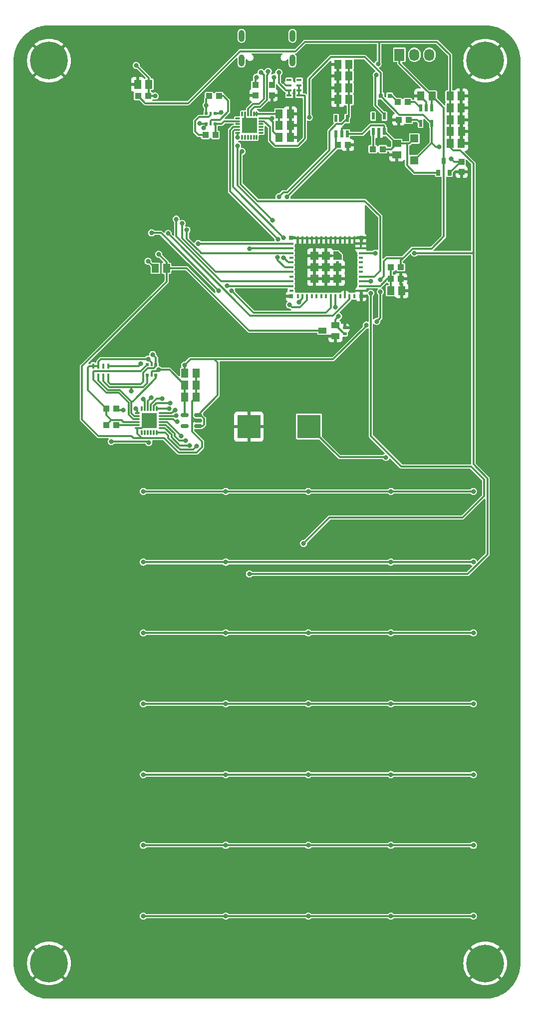
<source format=gbr>
%TF.GenerationSoftware,KiCad,Pcbnew,(6.0.7)*%
%TF.CreationDate,2022-10-22T21:09:40-04:00*%
%TF.ProjectId,Calculator,43616c63-756c-4617-946f-722e6b696361,rev?*%
%TF.SameCoordinates,Original*%
%TF.FileFunction,Copper,L2,Bot*%
%TF.FilePolarity,Positive*%
%FSLAX46Y46*%
G04 Gerber Fmt 4.6, Leading zero omitted, Abs format (unit mm)*
G04 Created by KiCad (PCBNEW (6.0.7)) date 2022-10-22 21:09:40*
%MOMM*%
%LPD*%
G01*
G04 APERTURE LIST*
G04 Aperture macros list*
%AMRoundRect*
0 Rectangle with rounded corners*
0 $1 Rounding radius*
0 $2 $3 $4 $5 $6 $7 $8 $9 X,Y pos of 4 corners*
0 Add a 4 corners polygon primitive as box body*
4,1,4,$2,$3,$4,$5,$6,$7,$8,$9,$2,$3,0*
0 Add four circle primitives for the rounded corners*
1,1,$1+$1,$2,$3*
1,1,$1+$1,$4,$5*
1,1,$1+$1,$6,$7*
1,1,$1+$1,$8,$9*
0 Add four rect primitives between the rounded corners*
20,1,$1+$1,$2,$3,$4,$5,0*
20,1,$1+$1,$4,$5,$6,$7,0*
20,1,$1+$1,$6,$7,$8,$9,0*
20,1,$1+$1,$8,$9,$2,$3,0*%
G04 Aperture macros list end*
%TA.AperFunction,ComponentPad*%
%ADD10O,1.000000X2.000000*%
%TD*%
%TA.AperFunction,ComponentPad*%
%ADD11C,0.800000*%
%TD*%
%TA.AperFunction,ComponentPad*%
%ADD12C,6.400000*%
%TD*%
%TA.AperFunction,ComponentPad*%
%ADD13R,1.730000X2.030000*%
%TD*%
%TA.AperFunction,ComponentPad*%
%ADD14O,1.730000X2.030000*%
%TD*%
%TA.AperFunction,SMDPad,CuDef*%
%ADD15R,1.240000X1.500000*%
%TD*%
%TA.AperFunction,SMDPad,CuDef*%
%ADD16R,1.075000X1.000000*%
%TD*%
%TA.AperFunction,SMDPad,CuDef*%
%ADD17RoundRect,0.150000X0.512500X0.150000X-0.512500X0.150000X-0.512500X-0.150000X0.512500X-0.150000X0*%
%TD*%
%TA.AperFunction,SMDPad,CuDef*%
%ADD18R,1.000000X1.075000*%
%TD*%
%TA.AperFunction,SMDPad,CuDef*%
%ADD19R,0.550000X1.200000*%
%TD*%
%TA.AperFunction,SMDPad,CuDef*%
%ADD20R,0.635000X1.016000*%
%TD*%
%TA.AperFunction,SMDPad,CuDef*%
%ADD21R,0.800000X0.800000*%
%TD*%
%TA.AperFunction,SMDPad,CuDef*%
%ADD22R,0.800000X0.400000*%
%TD*%
%TA.AperFunction,SMDPad,CuDef*%
%ADD23R,0.400000X0.800000*%
%TD*%
%TA.AperFunction,SMDPad,CuDef*%
%ADD24R,1.450000X1.450000*%
%TD*%
%TA.AperFunction,SMDPad,CuDef*%
%ADD25R,0.700000X0.700000*%
%TD*%
%TA.AperFunction,SMDPad,CuDef*%
%ADD26R,0.500000X0.500000*%
%TD*%
%TA.AperFunction,SMDPad,CuDef*%
%ADD27R,0.400000X0.500000*%
%TD*%
%TA.AperFunction,SMDPad,CuDef*%
%ADD28R,1.400000X1.000000*%
%TD*%
%TA.AperFunction,SMDPad,CuDef*%
%ADD29R,0.900000X0.450000*%
%TD*%
%TA.AperFunction,SMDPad,CuDef*%
%ADD30RoundRect,0.135000X0.185000X-0.135000X0.185000X0.135000X-0.185000X0.135000X-0.185000X-0.135000X0*%
%TD*%
%TA.AperFunction,SMDPad,CuDef*%
%ADD31R,4.000000X4.000000*%
%TD*%
%TA.AperFunction,SMDPad,CuDef*%
%ADD32R,1.500000X1.240000*%
%TD*%
%TA.AperFunction,SMDPad,CuDef*%
%ADD33R,1.400000X1.400000*%
%TD*%
%TA.AperFunction,SMDPad,CuDef*%
%ADD34R,0.450000X0.900000*%
%TD*%
%TA.AperFunction,SMDPad,CuDef*%
%ADD35RoundRect,0.070000X0.070000X-0.330000X0.070000X0.330000X-0.070000X0.330000X-0.070000X-0.330000X0*%
%TD*%
%TA.AperFunction,SMDPad,CuDef*%
%ADD36RoundRect,0.070000X0.330000X0.070000X-0.330000X0.070000X-0.330000X-0.070000X0.330000X-0.070000X0*%
%TD*%
%TA.AperFunction,SMDPad,CuDef*%
%ADD37RoundRect,0.070000X-0.070000X0.330000X-0.070000X-0.330000X0.070000X-0.330000X0.070000X0.330000X0*%
%TD*%
%TA.AperFunction,SMDPad,CuDef*%
%ADD38RoundRect,0.070000X-0.330000X-0.070000X0.330000X-0.070000X0.330000X0.070000X-0.330000X0.070000X0*%
%TD*%
%TA.AperFunction,SMDPad,CuDef*%
%ADD39R,2.500000X2.500000*%
%TD*%
%TA.AperFunction,ViaPad*%
%ADD40C,0.800000*%
%TD*%
%TA.AperFunction,Conductor*%
%ADD41C,0.300000*%
%TD*%
G04 APERTURE END LIST*
%TO.C,X2*%
G36*
X113922641Y-63165570D02*
G01*
X113922641Y-64022641D01*
X112462641Y-64022641D01*
X112462641Y-62562641D01*
X113319712Y-62562641D01*
X113922641Y-63165570D01*
G37*
%TD*%
D10*
%TO.P,X1,M1*%
%TO.N,N/C*%
X105562641Y-30212641D03*
%TO.P,X1,M2*%
X96922641Y-30212641D03*
%TO.P,X1,M3*%
X105562641Y-26032641D03*
%TO.P,X1,M4*%
X96922641Y-26032641D03*
%TD*%
D11*
%TO.P,H1,1,1*%
%TO.N,GND*%
X65939697Y-31939697D03*
D12*
X64242641Y-30242641D03*
D11*
X64242641Y-27842641D03*
X65939697Y-28545585D03*
X62545585Y-28545585D03*
X61842641Y-30242641D03*
X62545585Y-31939697D03*
X66642641Y-30242641D03*
X64242641Y-32642641D03*
%TD*%
D12*
%TO.P,H3,1,1*%
%TO.N,GND*%
X64242641Y-183242641D03*
D11*
X64242641Y-185642641D03*
X66642641Y-183242641D03*
X62545585Y-181545585D03*
X65939697Y-184939697D03*
X64242641Y-180842641D03*
X65939697Y-181545585D03*
X62545585Y-184939697D03*
X61842641Y-183242641D03*
%TD*%
%TO.P,H2,1,1*%
%TO.N,GND*%
X136545585Y-31939697D03*
X139939697Y-28545585D03*
X139939697Y-31939697D03*
X138242641Y-27842641D03*
X138242641Y-32642641D03*
X135842641Y-30242641D03*
X140642641Y-30242641D03*
D12*
X138242641Y-30242641D03*
D11*
X136545585Y-28545585D03*
%TD*%
D13*
%TO.P,SW36,1,out_1*%
%TO.N,Bat Pwr 3-5V*%
X123702641Y-29242641D03*
D14*
%TO.P,SW36,2,in*%
%TO.N,Net-(SW36-Pad2)*%
X126242641Y-29242641D03*
%TO.P,SW36,3,out_2*%
%TO.N,unconnected-(SW36-Pad3)*%
X128782641Y-29242641D03*
%TD*%
D11*
%TO.P,H4,1,1*%
%TO.N,GND*%
X138242641Y-185642641D03*
X138242641Y-180842641D03*
X136545585Y-184939697D03*
X139939697Y-181545585D03*
X136545585Y-181545585D03*
X139939697Y-184939697D03*
D12*
X138242641Y-183242641D03*
D11*
X135842641Y-183242641D03*
X140642641Y-183242641D03*
%TD*%
D15*
%TO.P,C10,1,1*%
%TO.N,Bat Pwr 3-5V*%
X87292641Y-83242641D03*
%TO.P,C10,2,2*%
%TO.N,Load*%
X89192641Y-83242641D03*
%TD*%
D16*
%TO.P,R11,1,1*%
%TO.N,Net-(R11-Pad1)*%
X125092641Y-37242641D03*
%TO.P,R11,2,2*%
%TO.N,Net-(D37-PadC)*%
X123392641Y-37242641D03*
%TD*%
D17*
%TO.P,U2,1,VIN*%
%TO.N,Bat Pwr 3-5V*%
X89517641Y-90292641D03*
%TO.P,U2,2,GND*%
%TO.N,Load*%
X89517641Y-91242641D03*
%TO.P,U2,3,EN*%
%TO.N,Bat Pwr 3-5V*%
X89517641Y-92192641D03*
%TO.P,U2,4,NC*%
%TO.N,unconnected-(U2-Pad4)*%
X87242641Y-92192641D03*
%TO.P,U2,5,VOUT*%
%TO.N,KX-3.3V*%
X87242641Y-90292641D03*
%TD*%
D18*
%TO.P,R3,1,1*%
%TO.N,ES_VBUS*%
X134242641Y-47392641D03*
%TO.P,R3,2,2*%
%TO.N,GND*%
X134242641Y-49092641D03*
%TD*%
D16*
%TO.P,R16,1,1*%
%TO.N,ES_RESET*%
X81092641Y-36242641D03*
%TO.P,R16,2,2*%
%TO.N,3V*%
X79392641Y-36242641D03*
%TD*%
%TO.P,R19,1,1*%
%TO.N,Net-(Q4-Pad5)*%
X90792641Y-42842641D03*
%TO.P,R19,2,2*%
%TO.N,ES_DTR*%
X92492641Y-42842641D03*
%TD*%
%TO.P,R15,1,1*%
%TO.N,GND*%
X123942641Y-67242641D03*
%TO.P,R15,2,2*%
%TO.N,ES_A13_I35*%
X122242641Y-67242641D03*
%TD*%
D19*
%TO.P,U4,1,STAT*%
%TO.N,Net-(R11-Pad1)*%
X127292641Y-38242641D03*
%TO.P,U4,2,VSS*%
%TO.N,GND*%
X128242641Y-38242641D03*
%TO.P,U4,3,VBAT*%
%TO.N,Bat Pwr 3-5V*%
X129192641Y-38242641D03*
%TO.P,U4,4,VDD*%
%TO.N,ES_VBUS*%
X129192641Y-40842841D03*
%TO.P,U4,5,PROG*%
%TO.N,Net-(R12-Pad2)*%
X127292641Y-40842841D03*
%TD*%
D15*
%TO.P,C8,1,1*%
%TO.N,Net-(C7-Pad1)*%
X103292641Y-39242641D03*
%TO.P,C8,2,2*%
%TO.N,GND*%
X105192641Y-39242641D03*
%TD*%
%TO.P,R17,1,1*%
%TO.N,Load*%
X84192641Y-65442641D03*
%TO.P,R17,2,2*%
%TO.N,Net-(R17-Pad2)*%
X82292641Y-65442641D03*
%TD*%
D20*
%TO.P,Q1,1,G*%
%TO.N,ES_VBUS*%
X132192641Y-49242641D03*
%TO.P,Q1,2,S*%
%TO.N,ES_VHI*%
X130292641Y-49242641D03*
%TO.P,Q1,3,D*%
%TO.N,Bat Pwr 3-5V*%
X131242641Y-47242641D03*
%TD*%
D21*
%TO.P,D37,A,A*%
%TO.N,ES_VBUS*%
X120542641Y-36242641D03*
%TO.P,D37,C,C*%
%TO.N,Net-(D37-PadC)*%
X122042641Y-36242641D03*
%TD*%
D15*
%TO.P,C5,1,1*%
%TO.N,3V*%
X132292641Y-38242641D03*
%TO.P,C5,2,2*%
%TO.N,GND*%
X134192641Y-38242641D03*
%TD*%
%TO.P,C6,1,1*%
%TO.N,3V*%
X132292641Y-36242641D03*
%TO.P,C6,2,2*%
%TO.N,GND*%
X134192641Y-36242641D03*
%TD*%
%TO.P,C7,1,1*%
%TO.N,Net-(C7-Pad1)*%
X103292641Y-41242641D03*
%TO.P,C7,2,2*%
%TO.N,GND*%
X105192641Y-41242641D03*
%TD*%
D22*
%TO.P,X2,1,GND*%
%TO.N,GND*%
X117142641Y-61242641D03*
%TO.P,X2,2,GND*%
X117142641Y-62042641D03*
%TO.P,X2,3,3.3V*%
%TO.N,3V*%
X117142641Y-62842641D03*
%TO.P,X2,4,I36/A1_0*%
%TO.N,unconnected-(X2-Pad4)*%
X117142641Y-63642641D03*
%TO.P,X2,5,I37/A1_1*%
%TO.N,unconnected-(X2-Pad5)*%
X117142641Y-64442641D03*
%TO.P,X2,6,I38/A1_2*%
%TO.N,unconnected-(X2-Pad6)*%
X117142641Y-65242641D03*
%TO.P,X2,7,I39/A1_3*%
%TO.N,unconnected-(X2-Pad7)*%
X117142641Y-66042641D03*
%TO.P,X2,8,EN*%
%TO.N,ES_RESET*%
X117142641Y-66842641D03*
%TO.P,X2,9,I34/A1_6*%
%TO.N,Wake Trigger Button*%
X117142641Y-67642641D03*
%TO.P,X2,10,I35/A1_7*%
%TO.N,ES_A13_I35*%
X117142641Y-68442641D03*
%TO.P,X2,11,GND*%
%TO.N,GND*%
X117142641Y-69242641D03*
D23*
%TO.P,X2,12,IO32/A1_4/X32P*%
%TO.N,unconnected-(X2-Pad12)*%
X116042641Y-70142641D03*
%TO.P,X2,13,IO33/A1_5/X32N*%
%TO.N,Disp D{slash}C*%
X115242641Y-70142641D03*
%TO.P,X2,14,GND*%
%TO.N,GND*%
X114442641Y-70142641D03*
%TO.P,X2,15,IO25/DAC1/A2_8*%
%TO.N,unconnected-(X2-Pad15)*%
X113642641Y-70142641D03*
%TO.P,X2,16,IO26/DAC2/A2_9*%
%TO.N,Shutdown Power Cutoff*%
X112842641Y-70142641D03*
%TO.P,X2,17,IO27/A2_7*%
%TO.N,Disp CS*%
X112042641Y-70142641D03*
%TO.P,X2,18,IO14/A2_6*%
%TO.N,unconnected-(X2-Pad18)*%
X111242641Y-70142641D03*
%TO.P,X2,19,IO12/A2_5*%
%TO.N,unconnected-(X2-Pad19)*%
X110442641Y-70142641D03*
%TO.P,X2,20,IO13/A2_4*%
%TO.N,unconnected-(X2-Pad20)*%
X109642641Y-70142641D03*
%TO.P,X2,21,IO15/A2_3*%
%TO.N,unconnected-(X2-Pad21)*%
X108842641Y-70142641D03*
%TO.P,X2,22,IO2/A2_2*%
%TO.N,ES_NEO_PWR*%
X108042641Y-70142641D03*
%TO.P,X2,23,IO0/A2_1*%
%TO.N,ES_GPIO0*%
X107242641Y-70142641D03*
%TO.P,X2,24,IO4/A2_0*%
%TO.N,unconnected-(X2-Pad24)*%
X106442641Y-70142641D03*
D22*
%TO.P,X2,25*%
%TO.N,N/C*%
X105342641Y-69242641D03*
%TO.P,X2,26,IO20*%
%TO.N,KX_SCL*%
X105342641Y-68442641D03*
%TO.P,X2,27,IO7*%
%TO.N,Disp RST*%
X105342641Y-67642641D03*
%TO.P,X2,28,IO8*%
%TO.N,unconnected-(X2-Pad28)*%
X105342641Y-66842641D03*
%TO.P,X2,29,IO5*%
%TO.N,Disp SPI CLK*%
X105342641Y-66042641D03*
%TO.P,X2,30,RXD0*%
%TO.N,ES_RXD0*%
X105342641Y-65242641D03*
%TO.P,X2,31,TXD0*%
%TO.N,ES_TXD0*%
X105342641Y-64442641D03*
%TO.P,X2,32*%
%TO.N,N/C*%
X105342641Y-63642641D03*
%TO.P,X2,33,IO19*%
%TO.N,Disp MOSI*%
X105342641Y-62842641D03*
%TO.P,X2,34,IO22*%
%TO.N,KX_SDA*%
X105342641Y-62042641D03*
%TO.P,X2,35,IO21*%
%TO.N,Disp MISO*%
X105342641Y-61242641D03*
D23*
%TO.P,X2,36,GND*%
%TO.N,GND*%
X106442641Y-60342641D03*
%TO.P,X2,37,GND*%
X107242641Y-60342641D03*
%TO.P,X2,38,GND*%
X108042641Y-60342641D03*
%TO.P,X2,39,GND*%
X108842641Y-60342641D03*
%TO.P,X2,40,GND*%
X109642641Y-60342641D03*
%TO.P,X2,41,GND*%
X110442641Y-60342641D03*
%TO.P,X2,42,GND*%
X111242641Y-60342641D03*
%TO.P,X2,43,GND*%
X112042641Y-60342641D03*
%TO.P,X2,44,GND*%
X112842641Y-60342641D03*
%TO.P,X2,45,GND*%
X113642641Y-60342641D03*
%TO.P,X2,46,GND*%
X114442641Y-60342641D03*
%TO.P,X2,47,GND*%
X115242641Y-60342641D03*
%TO.P,X2,48,GND*%
X116042641Y-60342641D03*
D24*
%TO.P,X2,49,GND*%
X111242641Y-65242641D03*
D25*
%TO.P,X2,50,GND*%
X105292641Y-60292641D03*
%TO.P,X2,51,GND*%
X105292641Y-70192641D03*
%TO.P,X2,52,GND*%
X117192641Y-70192641D03*
%TO.P,X2,53,GND*%
X117192641Y-60292641D03*
D24*
%TO.P,X2,54,GND*%
X113192641Y-65242641D03*
%TO.P,X2,55,GND*%
X113192641Y-67192641D03*
%TO.P,X2,56,GND*%
X111242641Y-67192641D03*
%TO.P,X2,57,GND*%
X109292641Y-67192641D03*
%TO.P,X2,58,GND*%
X109292641Y-65242641D03*
%TO.P,X2,59,GND*%
X109292641Y-63292641D03*
%TO.P,X2,60,GND*%
X111242641Y-63292641D03*
D26*
%TO.P,X2,61,GND*%
X113192641Y-63292641D03*
%TD*%
D16*
%TO.P,R9,1,1*%
%TO.N,Net-(IC2-Pad20)*%
X75692641Y-92042641D03*
%TO.P,R9,2,2*%
%TO.N,KX-3.3V*%
X73992641Y-92042641D03*
%TD*%
D26*
%TO.P,Q4,1,S*%
%TO.N,ES_DTR*%
X92392641Y-40942641D03*
D27*
%TO.P,Q4,2,G*%
%TO.N,Net-(Q4-Pad2)*%
X91642641Y-40942641D03*
D26*
%TO.P,Q4,3,D*%
%TO.N,ES_RESET*%
X90892641Y-40942641D03*
%TO.P,Q4,4,S*%
%TO.N,ES_RTS*%
X90892641Y-39142641D03*
D27*
%TO.P,Q4,5,G*%
%TO.N,Net-(Q4-Pad5)*%
X91642641Y-39142641D03*
D26*
%TO.P,Q4,6,D*%
%TO.N,ES_GPIO0*%
X92392641Y-39142641D03*
%TD*%
D16*
%TO.P,R12,1,1*%
%TO.N,GND*%
X123542641Y-40242641D03*
%TO.P,R12,2,2*%
%TO.N,Net-(R12-Pad2)*%
X125242641Y-40242641D03*
%TD*%
D19*
%TO.P,U1,1,IN*%
%TO.N,ES_VHI*%
X121142641Y-42242641D03*
%TO.P,U1,2,GND*%
%TO.N,GND*%
X120192641Y-42242641D03*
%TO.P,U1,3,EN*%
%TO.N,Net-(R4-Pad2)*%
X119242641Y-42242641D03*
%TO.P,U1,4,P4*%
%TO.N,unconnected-(U1-Pad4)*%
X119242641Y-39642441D03*
%TO.P,U1,5,OUT*%
%TO.N,3V*%
X121142641Y-39642441D03*
%TD*%
D15*
%TO.P,C15,1,1*%
%TO.N,ES_3.3V_LCD*%
X115142641Y-30842641D03*
%TO.P,C15,2,2*%
%TO.N,GND*%
X113242641Y-30842641D03*
%TD*%
%TO.P,C14,1,1*%
%TO.N,ES_RESET*%
X81192641Y-34242641D03*
%TO.P,C14,2,2*%
%TO.N,GND*%
X79292641Y-34242641D03*
%TD*%
%TO.P,C9,1,1*%
%TO.N,ES_VBUS*%
X103292641Y-43242641D03*
%TO.P,C9,2,2*%
%TO.N,GND*%
X105192641Y-43242641D03*
%TD*%
D28*
%TO.P,Q2,1*%
%TO.N,Shutdown Power Cutoff*%
X112842641Y-75042641D03*
%TO.P,Q2,2*%
%TO.N,GND*%
X112842641Y-76942641D03*
%TO.P,Q2,3*%
%TO.N,Load*%
X110642641Y-75992641D03*
%TD*%
D19*
%TO.P,U3,1,IN*%
%TO.N,ES_VHI*%
X114842641Y-42642641D03*
%TO.P,U3,2,GND*%
%TO.N,GND*%
X113892641Y-42642641D03*
%TO.P,U3,3,EN*%
%TO.N,ES_NEO_PWR*%
X112942641Y-42642641D03*
%TO.P,U3,4,P4*%
%TO.N,unconnected-(U3-Pad4)*%
X112942641Y-40042441D03*
%TO.P,U3,5,OUT*%
%TO.N,ES_3.3V_LCD*%
X114842641Y-40042441D03*
%TD*%
D29*
%TO.P,R7,1,1*%
%TO.N,Net-(R7-Pad1)*%
X104992641Y-36142641D03*
%TO.P,R7,2,1*%
X104992641Y-35242641D03*
%TO.P,R7,3,1*%
%TO.N,GND*%
X104992641Y-34442641D03*
%TO.P,R7,4*%
%TO.N,N/C*%
X104992641Y-33542641D03*
%TO.P,R7,5*%
X106692641Y-33542641D03*
%TO.P,R7,6,2*%
%TO.N,Net-(IC1-Pad8)*%
X106692641Y-34442641D03*
%TO.P,R7,7,2*%
X106692641Y-35242641D03*
%TO.P,R7,8,2*%
X106692641Y-36142641D03*
%TD*%
D15*
%TO.P,C17,1,1*%
%TO.N,ES_3.3V_LCD*%
X115142641Y-34842641D03*
%TO.P,C17,2,2*%
%TO.N,GND*%
X113242641Y-34842641D03*
%TD*%
D30*
%TO.P,R2,1*%
%TO.N,Shutdown Power Cutoff*%
X114442641Y-76552641D03*
%TO.P,R2,2*%
%TO.N,GND*%
X114442641Y-75532641D03*
%TD*%
D15*
%TO.P,C13,1,1*%
%TO.N,ES_A13_I35*%
X122192641Y-69242641D03*
%TO.P,C13,2,2*%
%TO.N,GND*%
X124092641Y-69242641D03*
%TD*%
D18*
%TO.P,R6,1,1*%
%TO.N,GND*%
X102042641Y-36092641D03*
%TO.P,R6,2,2*%
%TO.N,Net-(R6-Pad2)*%
X102042641Y-34392641D03*
%TD*%
D31*
%TO.P,TP1,1,1*%
%TO.N,Net-(SW36-Pad2)*%
X108342641Y-92222641D03*
%TO.P,TP1,2,2*%
%TO.N,GND*%
X98142641Y-92262641D03*
%TD*%
D15*
%TO.P,C19,1,1*%
%TO.N,Bat Pwr 3-5V*%
X129242641Y-36242641D03*
%TO.P,C19,2,2*%
%TO.N,GND*%
X127342641Y-36242641D03*
%TD*%
D16*
%TO.P,R18,1,1*%
%TO.N,Net-(Q4-Pad2)*%
X93092641Y-36242641D03*
%TO.P,R18,2,2*%
%TO.N,ES_RTS*%
X91392641Y-36242641D03*
%TD*%
D32*
%TO.P,C1,1,1*%
%TO.N,ES_VHI*%
X123242641Y-44292641D03*
%TO.P,C1,2,2*%
%TO.N,GND*%
X123242641Y-46192641D03*
%TD*%
D16*
%TO.P,R14,1,1*%
%TO.N,ES_A13_I35*%
X122242641Y-65242641D03*
%TO.P,R14,2,2*%
%TO.N,Bat Pwr 3-5V*%
X123942641Y-65242641D03*
%TD*%
D15*
%TO.P,C18,1,1*%
%TO.N,ES_3.3V_LCD*%
X115142641Y-36842641D03*
%TO.P,C18,2,2*%
%TO.N,GND*%
X113242641Y-36842641D03*
%TD*%
D33*
%TO.P,D36,A,A*%
%TO.N,ES_VBUS*%
X126242641Y-47142641D03*
%TO.P,D36,C,C*%
%TO.N,ES_VHI*%
X126242641Y-43442641D03*
%TD*%
D34*
%TO.P,R8,1,1*%
%TO.N,KX_SCL*%
X74342641Y-83692641D03*
%TO.P,R8,2,1*%
%TO.N,KX_SDA*%
X73442641Y-83692641D03*
%TO.P,R8,3,1*%
%TO.N,KX-SCL_3V*%
X72642641Y-83692641D03*
%TO.P,R8,4,1*%
%TO.N,KX-SDA_3V*%
X71742641Y-83692641D03*
%TO.P,R8,5,2*%
%TO.N,KX-3.3V*%
X71742641Y-81992641D03*
%TO.P,R8,6,2*%
X72642641Y-81992641D03*
%TO.P,R8,7,2*%
%TO.N,Bat Pwr 3-5V*%
X73442641Y-81992641D03*
%TO.P,R8,8,2*%
X74342641Y-81992641D03*
%TD*%
D15*
%TO.P,C16,1,1*%
%TO.N,ES_3.3V_LCD*%
X115142641Y-32842641D03*
%TO.P,C16,2,2*%
%TO.N,GND*%
X113242641Y-32842641D03*
%TD*%
%TO.P,C3,1,1*%
%TO.N,3V*%
X132342641Y-42242641D03*
%TO.P,C3,2,2*%
%TO.N,GND*%
X134242641Y-42242641D03*
%TD*%
D16*
%TO.P,R10,1,1*%
%TO.N,Matrix INT*%
X75692641Y-89242641D03*
%TO.P,R10,2,2*%
%TO.N,KX-3.3V*%
X73992641Y-89242641D03*
%TD*%
D15*
%TO.P,C4,1,1*%
%TO.N,3V*%
X132292641Y-40242641D03*
%TO.P,C4,2,2*%
%TO.N,GND*%
X134192641Y-40242641D03*
%TD*%
D26*
%TO.P,Q3,1,S*%
%TO.N,KX-SCL_3V*%
X82392641Y-83542641D03*
D27*
%TO.P,Q3,2,G*%
%TO.N,KX-3.3V*%
X81642641Y-83542641D03*
D26*
%TO.P,Q3,3,D*%
%TO.N,KX_SDA*%
X80892641Y-83542641D03*
%TO.P,Q3,4,S*%
%TO.N,KX-SDA_3V*%
X80892641Y-81742641D03*
D27*
%TO.P,Q3,5,G*%
%TO.N,KX-3.3V*%
X81642641Y-81742641D03*
D26*
%TO.P,Q3,6,D*%
%TO.N,KX_SCL*%
X82392641Y-81742641D03*
%TD*%
D18*
%TO.P,R5,1,1*%
%TO.N,GND*%
X99242641Y-36092641D03*
%TO.P,R5,2,2*%
%TO.N,Net-(R5-Pad2)*%
X99242641Y-34392641D03*
%TD*%
D15*
%TO.P,C11,1,1*%
%TO.N,KX-3.3V*%
X87292641Y-85242641D03*
%TO.P,C11,2,2*%
%TO.N,Load*%
X89192641Y-85242641D03*
%TD*%
D16*
%TO.P,R4,1,1*%
%TO.N,ES_VHI*%
X120892641Y-45242641D03*
%TO.P,R4,2,2*%
%TO.N,Net-(R4-Pad2)*%
X119192641Y-45242641D03*
%TD*%
D35*
%TO.P,IC1,1,RI*%
%TO.N,unconnected-(IC1-Pad1)*%
X96992641Y-39242641D03*
%TO.P,IC1,2,GND*%
%TO.N,Net-(IC1-Pad2)*%
X97492641Y-39242641D03*
%TO.P,IC1,3,D+*%
%TO.N,Net-(IC1-Pad3)*%
X97992641Y-39242641D03*
%TO.P,IC1,4,D-*%
%TO.N,Net-(IC1-Pad4)*%
X98492641Y-39242641D03*
%TO.P,IC1,5,VIO*%
%TO.N,Net-(C7-Pad1)*%
X98992641Y-39242641D03*
%TO.P,IC1,6,VDD*%
X99492641Y-39242641D03*
D36*
%TO.P,IC1,7,REGIN*%
%TO.N,ES_VBUS*%
X100242641Y-39992641D03*
%TO.P,IC1,8,VBUS*%
%TO.N,Net-(IC1-Pad8)*%
X100242641Y-40492641D03*
%TO.P,IC1,9,#RST*%
%TO.N,unconnected-(IC1-Pad9)*%
X100242641Y-40992641D03*
%TO.P,IC1,10*%
%TO.N,N/C*%
X100242641Y-41492641D03*
%TO.P,IC1,11,GPIO3*%
%TO.N,unconnected-(IC1-Pad11)*%
X100242641Y-41992641D03*
%TO.P,IC1,12,GPIO2*%
%TO.N,unconnected-(IC1-Pad12)*%
X100242641Y-42492641D03*
D37*
%TO.P,IC1,13,GPIO1/RXLED*%
%TO.N,unconnected-(IC1-Pad13)*%
X99492641Y-43242641D03*
%TO.P,IC1,14,GPIO0/TXLED*%
%TO.N,unconnected-(IC1-Pad14)*%
X98992641Y-43242641D03*
%TO.P,IC1,15,#SUSPEND*%
%TO.N,unconnected-(IC1-Pad15)*%
X98492641Y-43242641D03*
%TO.P,IC1,16,CP2014VREG*%
%TO.N,unconnected-(IC1-Pad16)*%
X97992641Y-43242641D03*
%TO.P,IC1,17,SUSPEND*%
%TO.N,unconnected-(IC1-Pad17)*%
X97492641Y-43242641D03*
%TO.P,IC1,18,CTS*%
%TO.N,unconnected-(IC1-Pad18)*%
X96992641Y-43242641D03*
D38*
%TO.P,IC1,19,RTS*%
%TO.N,ES_RTS*%
X96242641Y-42492641D03*
%TO.P,IC1,20,RXD*%
%TO.N,ES_TXD0*%
X96242641Y-41992641D03*
%TO.P,IC1,21,TXD*%
%TO.N,ES_RXD0*%
X96242641Y-41492641D03*
%TO.P,IC1,22,DSR*%
%TO.N,unconnected-(IC1-Pad22)*%
X96242641Y-40992641D03*
%TO.P,IC1,23,DTR*%
%TO.N,ES_DTR*%
X96242641Y-40492641D03*
%TO.P,IC1,24,DCD*%
%TO.N,unconnected-(IC1-Pad24)*%
X96242641Y-39992641D03*
D39*
%TO.P,IC1,THERM,GND*%
%TO.N,Net-(IC1-Pad2)*%
X98242641Y-41242641D03*
%TD*%
D16*
%TO.P,R13,1,1*%
%TO.N,GND*%
X114942641Y-44542541D03*
%TO.P,R13,2,2*%
%TO.N,ES_NEO_PWR*%
X113242641Y-44542541D03*
%TD*%
D15*
%TO.P,C12,1,1*%
%TO.N,KX-3.3V*%
X87292641Y-87242641D03*
%TO.P,C12,2,2*%
%TO.N,Load*%
X89192641Y-87242641D03*
%TD*%
%TO.P,C2,1,1*%
%TO.N,3V*%
X132292641Y-44242641D03*
%TO.P,C2,2,2*%
%TO.N,GND*%
X134192641Y-44242641D03*
%TD*%
D35*
%TO.P,IC2,1,ROW_7*%
%TO.N,unconnected-(IC2-Pad1)*%
X79992641Y-89242641D03*
%TO.P,IC2,2,ROW_6*%
%TO.N,Row 7*%
X80492641Y-89242641D03*
%TO.P,IC2,3,ROW_5*%
%TO.N,Row 6*%
X80992641Y-89242641D03*
%TO.P,IC2,4,ROW_4*%
%TO.N,Row 5*%
X81492641Y-89242641D03*
%TO.P,IC2,5,ROW_3*%
%TO.N,Row 4*%
X81992641Y-89242641D03*
%TO.P,IC2,6,ROW_2*%
%TO.N,Row 3*%
X82492641Y-89242641D03*
D36*
%TO.P,IC2,7,ROW_1*%
%TO.N,Row 2*%
X83242641Y-89992641D03*
%TO.P,IC2,8,ROW_0*%
%TO.N,Row 1*%
X83242641Y-90492641D03*
%TO.P,IC2,9,COL_0*%
%TO.N,Colm 1*%
X83242641Y-90992641D03*
%TO.P,IC2,10,COL_1*%
%TO.N,Colm 2*%
X83242641Y-91492641D03*
%TO.P,IC2,11,COL_2*%
%TO.N,Colm 3*%
X83242641Y-91992641D03*
%TO.P,IC2,12,COL_3*%
%TO.N,Colm 4*%
X83242641Y-92492641D03*
D37*
%TO.P,IC2,13,COL_4*%
%TO.N,Colm 5*%
X82492641Y-93242641D03*
%TO.P,IC2,14,COL_5*%
%TO.N,unconnected-(IC2-Pad14)*%
X81992641Y-93242641D03*
%TO.P,IC2,15,COL_6*%
%TO.N,unconnected-(IC2-Pad15)*%
X81492641Y-93242641D03*
%TO.P,IC2,16,COL_7*%
%TO.N,unconnected-(IC2-Pad16)*%
X80992641Y-93242641D03*
%TO.P,IC2,17,COL_8*%
%TO.N,unconnected-(IC2-Pad17)*%
X80492641Y-93242641D03*
%TO.P,IC2,18,COL_9*%
%TO.N,unconnected-(IC2-Pad18)*%
X79992641Y-93242641D03*
D38*
%TO.P,IC2,19,GND*%
%TO.N,Load*%
X79242641Y-92492641D03*
%TO.P,IC2,20,~{RST}*%
%TO.N,Net-(IC2-Pad20)*%
X79242641Y-91992641D03*
%TO.P,IC2,21,VDD*%
%TO.N,KX-3.3V*%
X79242641Y-91492641D03*
%TO.P,IC2,22,SDA*%
%TO.N,KX-SDA_3V*%
X79242641Y-90992641D03*
%TO.P,IC2,23,SCL*%
%TO.N,KX-SCL_3V*%
X79242641Y-90492641D03*
%TO.P,IC2,24,~{INT}*%
%TO.N,Matrix INT*%
X79242641Y-89992641D03*
D39*
%TO.P,IC2,THERM,GND*%
%TO.N,Load*%
X81242641Y-91242641D03*
%TD*%
D40*
%TO.N,Row 1*%
X122242641Y-103242641D03*
X108242641Y-103242641D03*
X136242641Y-103242641D03*
X94242641Y-103242641D03*
X80242641Y-103242641D03*
X85780990Y-90432522D03*
%TO.N,Row 2*%
X94242641Y-115242641D03*
X122242641Y-115242641D03*
X85642641Y-89442641D03*
X136242641Y-115242641D03*
X80242641Y-115242641D03*
%TO.N,Row 3*%
X80242641Y-127242641D03*
X84636514Y-89243141D03*
X94242641Y-127242641D03*
X122242641Y-127242641D03*
X108242641Y-127242641D03*
X136242641Y-127242641D03*
%TO.N,ES_VBUS*%
X102073139Y-39992141D03*
X132442641Y-46842641D03*
X130442641Y-44842641D03*
X108392141Y-39842641D03*
%TO.N,Row 4*%
X84842641Y-88242641D03*
X80242641Y-139242641D03*
X136242641Y-139242641D03*
X94242641Y-139242641D03*
X108242641Y-139242641D03*
X122242641Y-139242641D03*
%TO.N,Load*%
X82842641Y-63042641D03*
%TO.N,Row 5*%
X108242641Y-151242641D03*
X94242641Y-151242641D03*
X83442641Y-87493141D03*
X80242641Y-151242641D03*
X136242641Y-151242641D03*
X122242641Y-151242641D03*
%TO.N,KX-3.3V*%
X81042641Y-80842641D03*
X82842641Y-82642641D03*
%TO.N,Row 6*%
X122242641Y-163242641D03*
X81587126Y-87387126D03*
X108242641Y-163242641D03*
X94242641Y-163242641D03*
X80242641Y-163242641D03*
X136242641Y-163242641D03*
%TO.N,Row 7*%
X136242641Y-175242641D03*
X122242641Y-175242641D03*
X108242641Y-175242641D03*
X80242641Y-175242641D03*
X94242641Y-175242641D03*
X80242641Y-87642641D03*
%TO.N,ES_3.3V_LCD*%
X103242641Y-53293141D03*
%TO.N,ES_RESET*%
X79042641Y-31042641D03*
X89792141Y-40842641D03*
X90442641Y-41642641D03*
X96992141Y-45642641D03*
X82242641Y-36242641D03*
%TO.N,Wake Trigger Button*%
X107442641Y-112042641D03*
X118842641Y-69642641D03*
X118842641Y-67642641D03*
%TO.N,Shutdown Power Cutoff*%
X112812664Y-72012664D03*
X113372618Y-73572618D03*
%TO.N,Bat Pwr 3-5V*%
X118093141Y-75042641D03*
X79842641Y-81592141D03*
X119842641Y-74442641D03*
X120442641Y-69442641D03*
X87242641Y-81842641D03*
X120412664Y-67412664D03*
%TO.N,GND*%
X119000000Y-60000000D03*
X128000000Y-64000000D03*
X110000000Y-35000000D03*
X110000000Y-34000000D03*
X122000000Y-35000000D03*
X136000000Y-45000000D03*
X101000000Y-70000000D03*
X119000000Y-61000000D03*
X117000000Y-44000000D03*
X121000000Y-44000000D03*
X133000000Y-52000000D03*
X102000000Y-38000000D03*
X102000000Y-70000000D03*
X108000000Y-32000000D03*
X117000000Y-41000000D03*
X136000000Y-46000000D03*
X129000000Y-64000000D03*
%TO.N,Colm 1*%
X85950648Y-91417520D03*
X81172618Y-94972618D03*
X74805558Y-94805558D03*
%TO.N,Colm 2*%
X86642641Y-93842641D03*
%TO.N,Colm 3*%
X87392141Y-94642641D03*
%TO.N,3V*%
X120072618Y-30812664D03*
X119793141Y-32672618D03*
X126242641Y-62842641D03*
X98242641Y-117242641D03*
X119642641Y-62842641D03*
%TO.N,Colm 4*%
X88141641Y-95442641D03*
%TO.N,Colm 5*%
X89322118Y-95563164D03*
%TO.N,Net-(SW36-Pad2)*%
X121412664Y-97472618D03*
%TO.N,Disp D{slash}C*%
X84442641Y-59538141D03*
%TO.N,Disp CS*%
X93042641Y-69242641D03*
X95242641Y-69242641D03*
X81642641Y-59442641D03*
%TO.N,Disp MOSI*%
X87642641Y-58942641D03*
%TO.N,Disp MISO*%
X89542641Y-61242641D03*
%TO.N,Disp SPI CLK*%
X86842641Y-57842641D03*
%TO.N,Matrix INT*%
X76842641Y-89442641D03*
X78992141Y-89242641D03*
%TO.N,Net-(IC1-Pad3)*%
X100242641Y-32242641D03*
%TO.N,Net-(IC1-Pad4)*%
X101442641Y-32042641D03*
%TO.N,ES_RTS*%
X96242641Y-43242641D03*
X90892641Y-37792641D03*
%TO.N,ES_TXD0*%
X104042641Y-63642641D03*
X104042641Y-60242641D03*
%TO.N,ES_RXD0*%
X103044415Y-63592141D03*
X103072982Y-60485056D03*
%TO.N,KX_SDA*%
X78242641Y-86242641D03*
X98287061Y-62087061D03*
%TO.N,KX_SCL*%
X94442641Y-68392141D03*
X81842641Y-80042641D03*
%TO.N,ES_GPIO0*%
X106642641Y-71142143D03*
X96242641Y-44642641D03*
X93412664Y-39012664D03*
X102172618Y-57312664D03*
%TO.N,Net-(R5-Pad2)*%
X99442641Y-33042641D03*
%TO.N,Net-(R6-Pad2)*%
X102442641Y-33042641D03*
%TO.N,Net-(R7-Pad1)*%
X103229641Y-32242641D03*
%TO.N,ES_NEO_PWR*%
X105042641Y-71642641D03*
X104642641Y-53293141D03*
%TO.N,Net-(R17-Pad2)*%
X81042641Y-64242641D03*
%TO.N,Disp RST*%
X85842641Y-57093141D03*
%TD*%
D41*
%TO.N,Row 1*%
X85780990Y-90432522D02*
X85720871Y-90492641D01*
X108242641Y-103242641D02*
X122242641Y-103242641D01*
X122242641Y-103242641D02*
X136242641Y-103242641D01*
X80242641Y-103242641D02*
X94242641Y-103242641D01*
X94242641Y-103242641D02*
X108242641Y-103242641D01*
X85720871Y-90492641D02*
X83242641Y-90492641D01*
%TO.N,ES_VHI*%
X125392641Y-44292641D02*
X126242641Y-43442641D01*
X118842641Y-41242641D02*
X121042641Y-41242641D01*
X122292641Y-45242641D02*
X123242641Y-44292641D01*
X123242641Y-44292641D02*
X124992641Y-44292641D01*
X124992641Y-47992641D02*
X124992641Y-44292641D01*
X121142641Y-41342641D02*
X121142641Y-42242641D01*
X123192641Y-44292641D02*
X121142641Y-42242641D01*
X120892641Y-45242641D02*
X122292641Y-45242641D01*
X124992641Y-44292641D02*
X125392641Y-44292641D01*
X123242641Y-44292641D02*
X123192641Y-44292641D01*
X117442641Y-42642641D02*
X118842641Y-41242641D01*
X130292641Y-49242641D02*
X126242641Y-49242641D01*
X121042641Y-41242641D02*
X121142641Y-41342641D01*
X126242641Y-49242641D02*
X124992641Y-47992641D01*
X114842641Y-42642641D02*
X117442641Y-42642641D01*
%TO.N,Row 2*%
X94242641Y-115242641D02*
X122242641Y-115242641D01*
X85642641Y-89442641D02*
X85092641Y-89992641D01*
X80242641Y-115242641D02*
X94242641Y-115242641D01*
X85092641Y-89992641D02*
X83242641Y-89992641D01*
X122242641Y-115242641D02*
X136242641Y-115242641D01*
%TO.N,Row 3*%
X94242641Y-127242641D02*
X108242641Y-127242641D01*
X80242641Y-127242641D02*
X94242641Y-127242641D01*
X84636514Y-89243141D02*
X82493141Y-89243141D01*
X82493141Y-89243141D02*
X82492641Y-89242641D01*
X108242641Y-127242641D02*
X122242641Y-127242641D01*
X122242641Y-127242641D02*
X136242641Y-127242641D01*
%TO.N,ES_VBUS*%
X101842641Y-40242641D02*
X102242641Y-40642641D01*
X120542641Y-32342641D02*
X120542641Y-36242641D01*
X117842641Y-29642641D02*
X120542641Y-32342641D01*
X102242641Y-40642641D02*
X102242641Y-42262641D01*
X103222641Y-43242641D02*
X103292641Y-43242641D01*
X100242641Y-39992641D02*
X101592641Y-39992641D01*
X120542641Y-36242641D02*
X123692641Y-39392641D01*
X102242641Y-42262641D02*
X103222641Y-43242641D01*
X101592641Y-39992641D02*
X101842641Y-40242641D01*
X101842641Y-40242641D02*
X102073139Y-40012143D01*
X134242641Y-47392641D02*
X132992641Y-47392641D01*
X123692641Y-39392641D02*
X127742441Y-39392641D01*
X129192641Y-40842841D02*
X129192641Y-44192641D01*
X129192641Y-44192641D02*
X126242641Y-47142641D01*
X108392141Y-39842641D02*
X108392141Y-33293141D01*
X130442641Y-44842641D02*
X129842641Y-44842641D01*
X112042641Y-29642641D02*
X117842641Y-29642641D01*
X102073139Y-40012143D02*
X102073139Y-39992141D01*
X132992641Y-47392641D02*
X132442641Y-46842641D01*
X134042641Y-47392641D02*
X134242641Y-47392641D01*
X132192641Y-49242641D02*
X134042641Y-47392641D01*
X108392141Y-33293141D02*
X112042641Y-29642641D01*
X127742441Y-39392641D02*
X129192641Y-40842841D01*
X129842641Y-44842641D02*
X129192641Y-44192641D01*
%TO.N,Row 4*%
X81992641Y-88748671D02*
X81992641Y-89242641D01*
X82498671Y-88242641D02*
X81992641Y-88748671D01*
X94242641Y-139242641D02*
X80242641Y-139242641D01*
X84842641Y-88242641D02*
X82498671Y-88242641D01*
X136242641Y-139242641D02*
X122242641Y-139242641D01*
X122242641Y-139242641D02*
X108242641Y-139242641D01*
X108242641Y-139242641D02*
X94242641Y-139242641D01*
%TO.N,Load*%
X79242641Y-93486611D02*
X79978648Y-94222618D01*
X84192641Y-64392641D02*
X84192641Y-65442641D01*
X88505141Y-87930141D02*
X89192641Y-87242641D01*
X78642641Y-94242641D02*
X78242641Y-93842641D01*
X90242641Y-94842641D02*
X88505141Y-93105141D01*
X69842641Y-82042641D02*
X84192641Y-67692641D01*
X89192641Y-87242641D02*
X89192641Y-85242641D01*
X89517641Y-91242641D02*
X89098034Y-91242641D01*
X88505141Y-91580141D02*
X88505141Y-90505141D01*
X88505141Y-90649748D02*
X88505141Y-90505141D01*
X83801300Y-94222618D02*
X86271323Y-96692641D01*
X84192641Y-67692641D02*
X84192641Y-65442641D01*
X79242641Y-92492641D02*
X79242641Y-93486611D01*
X90242641Y-95703302D02*
X90242641Y-94842641D01*
X78242641Y-93842641D02*
X72642641Y-93842641D01*
X89192641Y-85242641D02*
X89192641Y-83242641D01*
X79242641Y-92492641D02*
X79992641Y-92492641D01*
X98192641Y-75992641D02*
X87642641Y-65442641D01*
X79978648Y-94222618D02*
X83801300Y-94222618D01*
X88505141Y-90505141D02*
X88505141Y-87930141D01*
X88842641Y-91242641D02*
X89517641Y-91242641D01*
X86271323Y-96692641D02*
X89253302Y-96692641D01*
X87642641Y-65442641D02*
X84192641Y-65442641D01*
X79958625Y-94242641D02*
X78642641Y-94242641D01*
X89098034Y-91242641D02*
X88505141Y-90649748D01*
X89253302Y-96692641D02*
X90242641Y-95703302D01*
X72642641Y-93842641D02*
X69842641Y-91042641D01*
X88505141Y-93105141D02*
X88505141Y-91580141D01*
X88505141Y-91580141D02*
X88842641Y-91242641D01*
X79978648Y-94222618D02*
X79958625Y-94242641D01*
X69842641Y-91042641D02*
X69842641Y-82042641D01*
X82842641Y-63042641D02*
X84192641Y-64392641D01*
X79992641Y-92492641D02*
X81242641Y-91242641D01*
X110642641Y-75992641D02*
X98192641Y-75992641D01*
%TO.N,Row 5*%
X108242641Y-151242641D02*
X136242641Y-151242641D01*
X80242641Y-151242641D02*
X94242641Y-151242641D01*
X83442641Y-87493141D02*
X82541065Y-87493141D01*
X82541065Y-87493141D02*
X81492641Y-88541565D01*
X94242641Y-151242641D02*
X108242641Y-151242641D01*
X81492641Y-88541565D02*
X81492641Y-89242641D01*
%TO.N,KX-3.3V*%
X73992641Y-90342641D02*
X74842641Y-91192641D01*
X81042641Y-80842641D02*
X81642641Y-81442641D01*
X74042641Y-89192641D02*
X73992641Y-89242641D01*
X81042641Y-80842641D02*
X73042641Y-80842641D01*
X76880141Y-91492641D02*
X76580141Y-91192641D01*
X82642641Y-82842641D02*
X82842641Y-82642641D01*
X81642641Y-82992641D02*
X81792641Y-82842641D01*
X73992641Y-89242641D02*
X73992641Y-90342641D01*
X87292641Y-90242641D02*
X87292641Y-85242641D01*
X70842641Y-86092641D02*
X70842641Y-82242641D01*
X81642641Y-81442641D02*
X81642641Y-81742641D01*
X73042641Y-80842641D02*
X72642641Y-81242641D01*
X87242641Y-90292641D02*
X87292641Y-90242641D01*
X76580141Y-91192641D02*
X74842641Y-91192641D01*
X79242641Y-91492641D02*
X76880141Y-91492641D01*
X81642641Y-83542641D02*
X81642641Y-82992641D01*
X74842641Y-91192641D02*
X73992641Y-92042641D01*
X71092641Y-81992641D02*
X71742641Y-81992641D01*
X72642641Y-81242641D02*
X72642641Y-81992641D01*
X72642641Y-81992641D02*
X71742641Y-81992641D01*
X81792641Y-82842641D02*
X82642641Y-82842641D01*
X70842641Y-82242641D02*
X71092641Y-81992641D01*
X87292641Y-85242641D02*
X84692641Y-82642641D01*
X73992641Y-89242641D02*
X70842641Y-86092641D01*
X84692641Y-82642641D02*
X82842641Y-82642641D01*
%TO.N,Row 6*%
X136242641Y-163242641D02*
X80242641Y-163242641D01*
X80992641Y-87981611D02*
X80992641Y-89242641D01*
X81587126Y-87387126D02*
X80992641Y-87981611D01*
%TO.N,ES_A13_I35*%
X121642641Y-67242641D02*
X120442641Y-68442641D01*
X122242641Y-69192641D02*
X122192641Y-69242641D01*
X120442641Y-68442641D02*
X117142641Y-68442641D01*
X122242641Y-67242641D02*
X121642641Y-67242641D01*
X122242641Y-65242641D02*
X122242641Y-67242641D01*
X122242641Y-67242641D02*
X122242641Y-69192641D01*
%TO.N,Row 7*%
X122242641Y-175242641D02*
X136242641Y-175242641D01*
X108242641Y-175242641D02*
X122242641Y-175242641D01*
X80492641Y-87892641D02*
X80492641Y-89242641D01*
X80242641Y-87642641D02*
X80492641Y-87892641D01*
X80242641Y-175242641D02*
X94242641Y-175242641D01*
X94242641Y-175242641D02*
X108242641Y-175242641D01*
%TO.N,ES_3.3V_LCD*%
X111814338Y-42195944D02*
X111814338Y-45414338D01*
X104442641Y-52543141D02*
X103992641Y-52543141D01*
X115142641Y-39742441D02*
X115142641Y-36842641D01*
X104685535Y-52543141D02*
X104442641Y-52543141D01*
X103992641Y-52543141D02*
X103242641Y-53293141D01*
X115142641Y-30842641D02*
X115142641Y-36842641D01*
X111814338Y-45414338D02*
X104685535Y-52543141D01*
X114842641Y-40042441D02*
X113892641Y-40992441D01*
X114842641Y-40042441D02*
X115142641Y-39742441D01*
X113017841Y-40992441D02*
X111814338Y-42195944D01*
X113892641Y-40992441D02*
X113017841Y-40992441D01*
%TO.N,ES_RESET*%
X120442641Y-56630509D02*
X120442641Y-65842641D01*
X79042641Y-31042641D02*
X81192641Y-33192641D01*
X81192641Y-33192641D02*
X81192641Y-34242641D01*
X89892141Y-40942641D02*
X89792141Y-40842641D01*
X82242641Y-36242641D02*
X81092641Y-36242641D01*
X81192641Y-36142641D02*
X81092641Y-36242641D01*
X90892641Y-41192641D02*
X90442641Y-41642641D01*
X96742641Y-51175581D02*
X99609701Y-54042641D01*
X119442641Y-66842641D02*
X117142641Y-66842641D01*
X81192641Y-34242641D02*
X81192641Y-36142641D01*
X96992141Y-45642641D02*
X96842641Y-45642641D01*
X99609701Y-54042641D02*
X117854773Y-54042641D01*
X117854773Y-54042641D02*
X120442641Y-56630509D01*
X96842641Y-45642641D02*
X96742641Y-45742641D01*
X90892641Y-40942641D02*
X90892641Y-41192641D01*
X120442641Y-65842641D02*
X119442641Y-66842641D01*
X96742641Y-45742641D02*
X96742641Y-51175581D01*
X90892641Y-40942641D02*
X89892141Y-40942641D01*
%TO.N,Wake Trigger Button*%
X135842641Y-99042641D02*
X138042641Y-101242641D01*
X138042641Y-101242641D02*
X138042641Y-104042641D01*
X122842641Y-97842641D02*
X124042641Y-99042641D01*
X118842641Y-69642641D02*
X118842641Y-93842641D01*
X124042641Y-99042641D02*
X134642641Y-99042641D01*
X111842641Y-107642641D02*
X107442641Y-112042641D01*
X112242641Y-107642641D02*
X111842641Y-107642641D01*
X118842641Y-93842641D02*
X122842641Y-97842641D01*
X138042641Y-104042641D02*
X136242641Y-105842641D01*
X134642641Y-99042641D02*
X135842641Y-99042641D01*
X134442641Y-107642641D02*
X112242641Y-107642641D01*
X117142641Y-67642641D02*
X118842641Y-67642641D01*
X136242641Y-105842641D02*
X134442641Y-107642641D01*
%TO.N,Shutdown Power Cutoff*%
X112812664Y-70172618D02*
X112842641Y-70142641D01*
X112812664Y-72012664D02*
X112812664Y-70172618D01*
X114442641Y-76552641D02*
X114352641Y-76552641D01*
X112842641Y-74102595D02*
X113372618Y-73572618D01*
X114352641Y-76552641D02*
X112842641Y-75042641D01*
X112842641Y-75042641D02*
X112842641Y-74102595D01*
%TO.N,Bat Pwr 3-5V*%
X92242641Y-80842641D02*
X112442641Y-80842641D01*
X90292641Y-92192641D02*
X89517641Y-92192641D01*
X92842641Y-86967641D02*
X92842641Y-81442641D01*
X118242641Y-75042641D02*
X118093141Y-75042641D01*
X90530141Y-91955141D02*
X90292641Y-92192641D01*
X87242641Y-81842641D02*
X87242641Y-83192641D01*
X121042641Y-64242641D02*
X121572971Y-63712311D01*
X129192641Y-36292641D02*
X129242641Y-36242641D01*
X87242641Y-83192641D02*
X87292641Y-83242641D01*
X120442641Y-73842641D02*
X120442641Y-69442641D01*
X131242641Y-47242641D02*
X131242641Y-38242641D01*
X124312311Y-63712311D02*
X123942641Y-64081980D01*
X89517641Y-90292641D02*
X89937248Y-90292641D01*
X121042641Y-66782687D02*
X121042641Y-64242641D01*
X123942641Y-64081980D02*
X123942641Y-65242641D01*
X79442141Y-81992641D02*
X79842641Y-81592141D01*
X92242641Y-80842641D02*
X88242641Y-80842641D01*
X131242641Y-38242641D02*
X129242641Y-36242641D01*
X131242641Y-60042641D02*
X129192641Y-62092641D01*
X131242641Y-47242641D02*
X131242641Y-60042641D01*
X74342641Y-81992641D02*
X79442141Y-81992641D01*
X89937248Y-90292641D02*
X90530141Y-90885534D01*
X129192641Y-38242641D02*
X129192641Y-36292641D01*
X125931980Y-62092641D02*
X124312311Y-63712311D01*
X90530141Y-90885534D02*
X90530141Y-91955141D01*
X89517641Y-90292641D02*
X92842641Y-86967641D01*
X88242641Y-80842641D02*
X87242641Y-81842641D01*
X112442641Y-80842641D02*
X118242641Y-75042641D01*
X92842641Y-81442641D02*
X92242641Y-80842641D01*
X120412664Y-67412664D02*
X121042641Y-66782687D01*
X119842641Y-74442641D02*
X120442641Y-73842641D01*
X129192641Y-62092641D02*
X125931980Y-62092641D01*
X121572971Y-63712311D02*
X124312311Y-63712311D01*
X123702641Y-30702641D02*
X129242641Y-36242641D01*
X123702641Y-29242641D02*
X123702641Y-30702641D01*
%TO.N,GND*%
X113892641Y-41742641D02*
X113942641Y-41692641D01*
X127342641Y-36342641D02*
X128242641Y-37242641D01*
X113892641Y-42642641D02*
X113892641Y-41742641D01*
X113942641Y-41692641D02*
X115000000Y-41692641D01*
X111242641Y-63292641D02*
X113192641Y-63292641D01*
X104992641Y-34442641D02*
X104442641Y-34442641D01*
X127342641Y-36242641D02*
X127342641Y-36342641D01*
X128242641Y-37242641D02*
X128242641Y-38242641D01*
X104442641Y-34442641D02*
X104000000Y-34000000D01*
%TO.N,Colm 1*%
X81005558Y-94805558D02*
X81172618Y-94972618D01*
X85280448Y-90992641D02*
X83242641Y-90992641D01*
X85705327Y-91417520D02*
X85280448Y-90992641D01*
X74805558Y-94805558D02*
X81005558Y-94805558D01*
X85950648Y-91417520D02*
X85705327Y-91417520D01*
%TO.N,Colm 2*%
X84292641Y-91492641D02*
X86042641Y-93242641D01*
X86042641Y-93242641D02*
X86642641Y-93842641D01*
X83242641Y-91492641D02*
X84292641Y-91492641D01*
%TO.N,Colm 3*%
X83242641Y-91992641D02*
X84085535Y-91992641D01*
X85542641Y-93449747D02*
X85542641Y-93842641D01*
X85542641Y-93842641D02*
X86342641Y-94642641D01*
X84085535Y-91992641D02*
X85542641Y-93449747D01*
X86342641Y-94642641D02*
X87392141Y-94642641D01*
%TO.N,3V*%
X132292641Y-44892641D02*
X132292641Y-44242641D01*
X79392641Y-36242641D02*
X80592641Y-37442641D01*
X130042641Y-27042641D02*
X132292641Y-29292641D01*
X138642641Y-113903302D02*
X138642641Y-101042641D01*
X132292641Y-36242641D02*
X132292641Y-44242641D01*
X134030141Y-45442641D02*
X132842641Y-45442641D01*
X138642641Y-101042641D02*
X136242641Y-98642641D01*
X136242641Y-98642641D02*
X136242641Y-62642641D01*
X132292641Y-29292641D02*
X132292641Y-36242641D01*
X136042641Y-62842641D02*
X136242641Y-62642641D01*
X120242641Y-27042641D02*
X130042641Y-27042641D01*
X119793141Y-32692141D02*
X119793141Y-32672618D01*
X136242641Y-62642641D02*
X136242641Y-47655141D01*
X87842641Y-37442641D02*
X96642641Y-28642641D01*
X107642641Y-27042641D02*
X120242641Y-27042641D01*
X80592641Y-37442641D02*
X87842641Y-37442641D01*
X96642641Y-28642641D02*
X106042641Y-28642641D01*
X120242641Y-30642641D02*
X120242641Y-27042641D01*
X120072618Y-30812664D02*
X120242641Y-30642641D01*
X132842641Y-45442641D02*
X132292641Y-44892641D01*
X126242641Y-62842641D02*
X136042641Y-62842641D01*
X106042641Y-28642641D02*
X107642641Y-27042641D01*
X117142641Y-62842641D02*
X119642641Y-62842641D01*
X119642641Y-37817441D02*
X119642641Y-32842641D01*
X121142641Y-39317441D02*
X119642641Y-37817441D01*
X121142641Y-39642441D02*
X121142641Y-39317441D01*
X135303302Y-117242641D02*
X138642641Y-113903302D01*
X119642641Y-32842641D02*
X119793141Y-32692141D01*
X98242641Y-117242641D02*
X135303302Y-117242641D01*
X136242641Y-47655141D02*
X134030141Y-45442641D01*
%TO.N,Colm 4*%
X85042641Y-93656853D02*
X85042641Y-93842641D01*
X83878429Y-92492641D02*
X85042641Y-93656853D01*
X86435535Y-95442641D02*
X88141641Y-95442641D01*
X83242641Y-92492641D02*
X83878429Y-92492641D01*
X85042641Y-93842641D02*
X85042641Y-94049747D01*
X85042641Y-94049747D02*
X86435535Y-95442641D01*
%TO.N,Colm 5*%
X84481982Y-94196194D02*
X86478429Y-96192641D01*
X84481982Y-93803300D02*
X84481982Y-94196194D01*
X88692641Y-96192641D02*
X89322118Y-95563164D01*
X83921323Y-93242641D02*
X84481982Y-93803300D01*
X86478429Y-96192641D02*
X88692641Y-96192641D01*
X82492641Y-93242641D02*
X83921323Y-93242641D01*
%TO.N,Net-(SW36-Pad2)*%
X114642641Y-97442641D02*
X121382687Y-97442641D01*
X113562641Y-97442641D02*
X114642641Y-97442641D01*
X108342641Y-92222641D02*
X113562641Y-97442641D01*
X121382687Y-97442641D02*
X121412664Y-97472618D01*
%TO.N,Disp D{slash}C*%
X112442641Y-73442641D02*
X98347141Y-73442641D01*
X115242641Y-70642641D02*
X112442641Y-73442641D01*
X98347141Y-73442641D02*
X84442641Y-59538141D01*
X115242641Y-70142641D02*
X115242641Y-70642641D01*
%TO.N,Disp CS*%
X83242641Y-59442641D02*
X81642641Y-59442641D01*
X111242641Y-72942641D02*
X98942641Y-72942641D01*
X98942641Y-72942641D02*
X95242641Y-69242641D01*
X112042641Y-70142641D02*
X112042641Y-72142641D01*
X93042641Y-69242641D02*
X83242641Y-59442641D01*
X112042641Y-72142641D02*
X111242641Y-72942641D01*
%TO.N,Disp MOSI*%
X90056853Y-62842641D02*
X89849747Y-62635535D01*
X87642641Y-60428429D02*
X87642641Y-58942641D01*
X89849747Y-62635535D02*
X87642641Y-60428429D01*
X105342641Y-62842641D02*
X95042641Y-62842641D01*
X95042641Y-62842641D02*
X90056853Y-62842641D01*
%TO.N,Disp MISO*%
X105342641Y-61242641D02*
X94149747Y-61242641D01*
X94149747Y-61242641D02*
X89542641Y-61242641D01*
%TO.N,Disp SPI CLK*%
X105342641Y-66042641D02*
X96842641Y-66042641D01*
X86842641Y-58142641D02*
X86842641Y-57842641D01*
X92549747Y-66042641D02*
X92546194Y-66039088D01*
X92546194Y-66039088D02*
X86842641Y-60335535D01*
X86842641Y-60335535D02*
X86842641Y-58142641D01*
X96842641Y-66042641D02*
X92549747Y-66042641D01*
%TO.N,Matrix INT*%
X79242641Y-89992641D02*
X79242641Y-89493141D01*
X75892641Y-89442641D02*
X75692641Y-89242641D01*
X76842641Y-89442641D02*
X75892641Y-89442641D01*
X79242641Y-89493141D02*
X78992141Y-89242641D01*
%TO.N,Net-(D37-PadC)*%
X122392641Y-36242641D02*
X123392641Y-37242641D01*
X122042641Y-36242641D02*
X122392641Y-36242641D01*
%TO.N,Net-(IC1-Pad2)*%
X97492641Y-40492641D02*
X98242641Y-41242641D01*
X97492641Y-39242641D02*
X97492641Y-40492641D01*
%TO.N,Net-(IC1-Pad3)*%
X98885535Y-37542641D02*
X97992641Y-38435535D01*
X100692641Y-36685535D02*
X99835535Y-37542641D01*
X99835535Y-37542641D02*
X98885535Y-37542641D01*
X100242641Y-32242641D02*
X100692641Y-32692641D01*
X97992641Y-38435535D02*
X97992641Y-39242641D01*
X100692641Y-32692641D02*
X100692641Y-36685535D01*
%TO.N,Net-(IC1-Pad4)*%
X101192641Y-32780641D02*
X101192641Y-36892641D01*
X99092641Y-38042641D02*
X98492641Y-38642641D01*
X100042641Y-38042641D02*
X99092641Y-38042641D01*
X98492641Y-38642641D02*
X98492641Y-39242641D01*
X101192641Y-36892641D02*
X100042641Y-38042641D01*
X101442641Y-32530641D02*
X101192641Y-32780641D01*
X101442641Y-32042641D02*
X101442641Y-32530641D01*
%TO.N,Net-(IC1-Pad8)*%
X106442641Y-44642641D02*
X107642641Y-43442641D01*
X100736611Y-40492641D02*
X101742641Y-41498671D01*
X107642641Y-43442641D02*
X107642641Y-36242641D01*
X101742641Y-41498671D02*
X101742641Y-43762641D01*
X107542641Y-36142641D02*
X106692641Y-36142641D01*
X106692641Y-36142641D02*
X106692641Y-35242641D01*
X107642641Y-36242641D02*
X107542641Y-36142641D01*
X101742641Y-43762641D02*
X102622641Y-44642641D01*
X106692641Y-35242641D02*
X106692641Y-34442641D01*
X102622641Y-44642641D02*
X106442641Y-44642641D01*
X100242641Y-40492641D02*
X100736611Y-40492641D01*
%TO.N,ES_RTS*%
X90892641Y-36742641D02*
X90892641Y-37792641D01*
X90892641Y-37792641D02*
X90892641Y-39142641D01*
X91392641Y-36242641D02*
X90892641Y-36742641D01*
X96242641Y-43242641D02*
X96242641Y-42492641D01*
%TO.N,ES_TXD0*%
X105342641Y-64442641D02*
X104842641Y-64442641D01*
X95442641Y-42242641D02*
X95692641Y-41992641D01*
X95692641Y-41992641D02*
X96242641Y-41992641D01*
X95442641Y-51642641D02*
X95442641Y-42242641D01*
X104842641Y-64442641D02*
X104042641Y-63642641D01*
X104042641Y-60242641D02*
X95442641Y-51642641D01*
%TO.N,ES_RXD0*%
X95192641Y-41785534D02*
X94942641Y-42035534D01*
X94942641Y-43842641D02*
X94942641Y-52354715D01*
X94942641Y-52354715D02*
X103072982Y-60485056D01*
X94942641Y-42035534D02*
X94942641Y-43842641D01*
X103044415Y-63592141D02*
X103044415Y-64044415D01*
X96242641Y-41492641D02*
X95485534Y-41492641D01*
X104242641Y-65242641D02*
X105342641Y-65242641D01*
X103044415Y-64044415D02*
X104242641Y-65242641D01*
X95485534Y-41492641D02*
X95192641Y-41785534D01*
%TO.N,ES_DTR*%
X93542641Y-40942641D02*
X93992641Y-40492641D01*
X93992641Y-40492641D02*
X96242641Y-40492641D01*
X92492641Y-41042641D02*
X92392641Y-40942641D01*
X92492641Y-42842641D02*
X92492641Y-41042641D01*
X92392641Y-40942641D02*
X93542641Y-40942641D01*
%TO.N,Net-(IC2-Pad20)*%
X75742641Y-91992641D02*
X75692641Y-92042641D01*
X79242641Y-91992641D02*
X75742641Y-91992641D01*
%TO.N,KX-SDA_3V*%
X71842641Y-82842641D02*
X79792641Y-82842641D01*
X73942641Y-86542641D02*
X71742641Y-84342641D01*
X77742641Y-88210535D02*
X76074748Y-86542641D01*
X78541565Y-90992641D02*
X77742641Y-90193717D01*
X79242641Y-90992641D02*
X78541565Y-90992641D01*
X71742641Y-82942641D02*
X71842641Y-82842641D01*
X71742641Y-83692641D02*
X71742641Y-82942641D01*
X77742641Y-90193717D02*
X77742641Y-88210535D01*
X76074748Y-86542641D02*
X73942641Y-86542641D01*
X71742641Y-84342641D02*
X71742641Y-83692641D01*
X79792641Y-82842641D02*
X80892641Y-81742641D01*
%TO.N,KX-SCL_3V*%
X76281854Y-86042641D02*
X74242641Y-86042641D01*
X78481854Y-88003428D02*
X82392641Y-84092641D01*
X82392641Y-84092641D02*
X82392641Y-83542641D01*
X78242641Y-89986611D02*
X78242641Y-88003428D01*
X78242641Y-88003428D02*
X76281854Y-86042641D01*
X72642641Y-84442641D02*
X72642641Y-83692641D01*
X79242641Y-90492641D02*
X78748671Y-90492641D01*
X78242641Y-88003428D02*
X78481854Y-88003428D01*
X74242641Y-86042641D02*
X72642641Y-84442641D01*
X78748671Y-90492641D02*
X78242641Y-89986611D01*
%TO.N,KX_SDA*%
X105342641Y-62042641D02*
X98331481Y-62042641D01*
X80892641Y-84885535D02*
X80892641Y-83542641D01*
X78142641Y-85542641D02*
X78242641Y-85642641D01*
X78142641Y-85542641D02*
X80235535Y-85542641D01*
X74449747Y-85542641D02*
X78142641Y-85542641D01*
X73442641Y-84535535D02*
X74449747Y-85542641D01*
X78242641Y-85642641D02*
X78242641Y-86242641D01*
X98331481Y-62042641D02*
X98287061Y-62087061D01*
X73442641Y-83692641D02*
X73442641Y-84535535D01*
X80235535Y-85542641D02*
X80892641Y-84885535D01*
%TO.N,KX_SCL*%
X74342641Y-84728429D02*
X74656853Y-85042641D01*
X79842641Y-85042641D02*
X80242641Y-84642641D01*
X82042641Y-82342641D02*
X82392641Y-81992641D01*
X74342641Y-83692641D02*
X74342641Y-84728429D01*
X94493141Y-68442641D02*
X105342641Y-68442641D01*
X82392641Y-80592641D02*
X81842641Y-80042641D01*
X74656853Y-85042641D02*
X79842641Y-85042641D01*
X80242641Y-84642641D02*
X80242641Y-83099748D01*
X82392641Y-81742641D02*
X82392641Y-80592641D01*
X94442641Y-68392141D02*
X94493141Y-68442641D01*
X80999747Y-82342641D02*
X82042641Y-82342641D01*
X80242641Y-83099748D02*
X80999747Y-82342641D01*
X82392641Y-81992641D02*
X82392641Y-81742641D01*
%TO.N,Net-(Q4-Pad2)*%
X94642641Y-37042641D02*
X94642641Y-38842641D01*
X93092641Y-36242641D02*
X93842641Y-36242641D01*
X93242641Y-40242641D02*
X91842641Y-40242641D01*
X91642641Y-40442641D02*
X91642641Y-40942641D01*
X93842641Y-36242641D02*
X94642641Y-37042641D01*
X94642641Y-38842641D02*
X93242641Y-40242641D01*
X91842641Y-40242641D02*
X91642641Y-40442641D01*
%TO.N,Net-(Q4-Pad5)*%
X91342641Y-39742641D02*
X91642641Y-39442641D01*
X89042641Y-40442641D02*
X89742641Y-39742641D01*
X89742641Y-39742641D02*
X91342641Y-39742641D01*
X90792641Y-42842641D02*
X89642641Y-42842641D01*
X89642641Y-42842641D02*
X89042641Y-42242641D01*
X91642641Y-39442641D02*
X91642641Y-39142641D01*
X89042641Y-42242641D02*
X89042641Y-40442641D01*
%TO.N,ES_GPIO0*%
X96242641Y-51382687D02*
X96242641Y-44642641D01*
X102172618Y-57312664D02*
X96242641Y-51382687D01*
X107242641Y-70542143D02*
X106642641Y-71142143D01*
X93282687Y-39142641D02*
X93412664Y-39012664D01*
X92392641Y-39142641D02*
X93282687Y-39142641D01*
X107242641Y-70142641D02*
X107242641Y-70542143D01*
%TO.N,Net-(R4-Pad2)*%
X119242641Y-45192641D02*
X119192641Y-45242641D01*
X119242641Y-42242641D02*
X119242641Y-45192641D01*
%TO.N,Net-(R5-Pad2)*%
X99242641Y-33242641D02*
X99442641Y-33042641D01*
X99242641Y-34392641D02*
X99242641Y-33242641D01*
%TO.N,Net-(R6-Pad2)*%
X102442641Y-33992641D02*
X102442641Y-33042641D01*
X102042641Y-34392641D02*
X102442641Y-33992641D01*
%TO.N,Net-(R7-Pad1)*%
X104417641Y-35242641D02*
X103229641Y-34054641D01*
X104992641Y-35242641D02*
X104417641Y-35242641D01*
X103229641Y-34054641D02*
X103229641Y-32242641D01*
X104992641Y-36142641D02*
X104992641Y-35242641D01*
%TO.N,Net-(R11-Pad1)*%
X127292641Y-38242641D02*
X126292641Y-37242641D01*
X126292641Y-37242641D02*
X125092641Y-37242641D01*
%TO.N,ES_NEO_PWR*%
X104642641Y-53293141D02*
X113242641Y-44693141D01*
X108042641Y-70802804D02*
X106802804Y-72042641D01*
X112942641Y-44242541D02*
X113242641Y-44542541D01*
X108042641Y-70142641D02*
X108042641Y-70802804D01*
X106802804Y-72042641D02*
X106042641Y-72042641D01*
X113242641Y-44693141D02*
X113242641Y-44542541D01*
X112942641Y-42642641D02*
X112942641Y-44242541D01*
X106042641Y-72042641D02*
X105442641Y-72042641D01*
X105442641Y-72042641D02*
X105042641Y-71642641D01*
%TO.N,Net-(R17-Pad2)*%
X81092641Y-64242641D02*
X82292641Y-65442641D01*
X81042641Y-64242641D02*
X81092641Y-64242641D01*
%TO.N,Net-(C7-Pad1)*%
X103292641Y-41242641D02*
X103292641Y-39242641D01*
X103292641Y-39242641D02*
X99492641Y-39242641D01*
X99492641Y-39242641D02*
X98992641Y-39242641D01*
%TO.N,Disp RST*%
X105342641Y-67642641D02*
X93442641Y-67642641D01*
X85842641Y-60042641D02*
X85842641Y-57093141D01*
X93442641Y-67642641D02*
X85842641Y-60042641D01*
%TO.N,Net-(R12-Pad2)*%
X126692441Y-40242641D02*
X125242641Y-40242641D01*
X127292641Y-40842841D02*
X126692441Y-40242641D01*
%TD*%
%TA.AperFunction,Conductor*%
%TO.N,GND*%
G36*
X138242556Y-24243688D02*
G01*
X138242641Y-24243723D01*
X138242718Y-24243691D01*
X138245112Y-24243738D01*
X138708374Y-24261943D01*
X138718226Y-24262719D01*
X139058616Y-24303010D01*
X139059391Y-24303104D01*
X139186903Y-24318999D01*
X139195899Y-24320452D01*
X139497044Y-24380355D01*
X139498312Y-24380614D01*
X139660521Y-24414627D01*
X139668830Y-24416668D01*
X139872654Y-24474154D01*
X139949282Y-24495766D01*
X139951032Y-24496273D01*
X140028535Y-24519347D01*
X140124770Y-24547998D01*
X140132410Y-24550542D01*
X140397990Y-24648521D01*
X140400056Y-24649305D01*
X140576704Y-24718235D01*
X140583629Y-24721179D01*
X140836055Y-24837551D01*
X140838608Y-24838764D01*
X140901439Y-24869480D01*
X141013378Y-24924205D01*
X141019605Y-24927468D01*
X141259324Y-25061719D01*
X141262153Y-25063354D01*
X141431821Y-25164455D01*
X141431943Y-25164528D01*
X141437446Y-25168003D01*
X141504521Y-25212821D01*
X141664175Y-25319500D01*
X141667330Y-25321679D01*
X141737613Y-25371861D01*
X141829747Y-25437645D01*
X141834524Y-25441230D01*
X142047668Y-25609262D01*
X142051073Y-25612045D01*
X142204126Y-25741676D01*
X142208221Y-25745300D01*
X142407080Y-25929125D01*
X142410620Y-25932529D01*
X142552728Y-26074638D01*
X142556132Y-26078180D01*
X142739973Y-26277060D01*
X142743555Y-26281108D01*
X142873188Y-26434167D01*
X142875989Y-26437595D01*
X143044024Y-26650749D01*
X143047620Y-26655540D01*
X143163560Y-26817929D01*
X143165779Y-26821141D01*
X143317252Y-27047838D01*
X143320684Y-27053273D01*
X143421845Y-27223046D01*
X143423538Y-27225976D01*
X143557773Y-27465673D01*
X143561036Y-27471901D01*
X143646479Y-27646680D01*
X143647664Y-27649176D01*
X143764050Y-27901640D01*
X143766996Y-27908570D01*
X143832404Y-28076198D01*
X143835909Y-28085181D01*
X143836740Y-28087373D01*
X143934680Y-28352856D01*
X143937230Y-28360515D01*
X143988938Y-28534207D01*
X143989446Y-28535957D01*
X144068548Y-28816439D01*
X144070596Y-28824783D01*
X144104606Y-28986985D01*
X144104867Y-28988262D01*
X144164757Y-29289361D01*
X144166211Y-29298357D01*
X144182131Y-29426084D01*
X144182225Y-29426859D01*
X144222487Y-29767054D01*
X144223263Y-29776917D01*
X144241544Y-30242259D01*
X144241641Y-30247205D01*
X144241641Y-183240166D01*
X144241594Y-183242556D01*
X144241559Y-183242641D01*
X144241591Y-183242718D01*
X144241544Y-183245113D01*
X144223342Y-183708367D01*
X144222566Y-183718229D01*
X144198114Y-183924825D01*
X144187871Y-184011375D01*
X144183842Y-184045413D01*
X144183747Y-184046189D01*
X144166067Y-184188028D01*
X144164614Y-184197024D01*
X144106484Y-184489262D01*
X144106223Y-184490538D01*
X144070339Y-184661677D01*
X144068291Y-184670017D01*
X144044089Y-184755830D01*
X143991080Y-184943787D01*
X143990573Y-184945538D01*
X143936852Y-185125984D01*
X143934303Y-185133639D01*
X143838294Y-185393883D01*
X143837544Y-185395860D01*
X143769048Y-185571401D01*
X143766491Y-185577954D01*
X143763537Y-185584902D01*
X143649265Y-185832779D01*
X143648036Y-185835367D01*
X143560376Y-186014677D01*
X143557114Y-186020904D01*
X143425094Y-186256643D01*
X143423400Y-186259574D01*
X143319884Y-186433297D01*
X143316408Y-186438802D01*
X143167284Y-186661981D01*
X143165064Y-186665195D01*
X143046599Y-186831115D01*
X143043004Y-186835905D01*
X142877482Y-187045869D01*
X142874680Y-187049297D01*
X142742351Y-187205537D01*
X142738728Y-187209632D01*
X142557565Y-187405613D01*
X142554135Y-187409179D01*
X142409179Y-187554135D01*
X142405613Y-187557565D01*
X142209632Y-187738728D01*
X142205537Y-187742351D01*
X142049297Y-187874680D01*
X142045869Y-187877482D01*
X141835905Y-188043004D01*
X141831115Y-188046599D01*
X141665195Y-188165064D01*
X141661981Y-188167284D01*
X141438844Y-188316380D01*
X141438802Y-188316408D01*
X141433297Y-188319884D01*
X141259574Y-188423400D01*
X141256643Y-188425094D01*
X141020904Y-188557114D01*
X141014677Y-188560376D01*
X140835338Y-188648050D01*
X140832807Y-188649252D01*
X140710312Y-188705722D01*
X140584902Y-188763537D01*
X140577953Y-188766491D01*
X140395913Y-188837524D01*
X140393883Y-188838294D01*
X140133659Y-188934296D01*
X140133643Y-188934302D01*
X140125988Y-188936851D01*
X139945538Y-188990573D01*
X139943802Y-188991076D01*
X139670017Y-189068291D01*
X139661680Y-189070338D01*
X139599748Y-189083324D01*
X139490538Y-189106223D01*
X139489262Y-189106484D01*
X139364220Y-189131357D01*
X139197017Y-189164615D01*
X139188035Y-189166066D01*
X139072276Y-189180495D01*
X139046252Y-189183739D01*
X139045477Y-189183834D01*
X138718230Y-189222566D01*
X138708367Y-189223342D01*
X138245113Y-189241544D01*
X138242718Y-189241591D01*
X138242641Y-189241559D01*
X138242556Y-189241594D01*
X138240166Y-189241641D01*
X64245116Y-189241641D01*
X64242726Y-189241594D01*
X64242641Y-189241559D01*
X64242564Y-189241591D01*
X64240169Y-189241544D01*
X63776915Y-189223342D01*
X63767052Y-189222566D01*
X63440136Y-189183873D01*
X63439361Y-189183778D01*
X63297224Y-189166061D01*
X63288228Y-189164608D01*
X62996072Y-189106495D01*
X62994983Y-189106272D01*
X62823579Y-189070332D01*
X62815263Y-189068291D01*
X62541523Y-188991088D01*
X62539842Y-188990601D01*
X62359282Y-188936846D01*
X62351625Y-188934296D01*
X62091563Y-188838355D01*
X62089371Y-188837523D01*
X61907290Y-188766474D01*
X61900341Y-188763520D01*
X61652583Y-188649302D01*
X61649995Y-188648073D01*
X61470579Y-188560362D01*
X61464352Y-188557100D01*
X61228719Y-188425140D01*
X61225788Y-188423446D01*
X61051941Y-188319856D01*
X61046436Y-188316380D01*
X60823354Y-188167320D01*
X60820140Y-188165100D01*
X60654132Y-188046573D01*
X60649342Y-188042978D01*
X60439460Y-187877521D01*
X60436032Y-187874719D01*
X60279705Y-187742316D01*
X60275610Y-187738693D01*
X60079717Y-187557612D01*
X60076151Y-187554182D01*
X59931102Y-187409133D01*
X59927672Y-187405567D01*
X59746591Y-187209674D01*
X59742968Y-187205579D01*
X59610559Y-187049245D01*
X59607773Y-187045837D01*
X59442303Y-186835939D01*
X59438708Y-186831149D01*
X59320171Y-186665127D01*
X59317951Y-186661913D01*
X59168907Y-186438854D01*
X59165432Y-186433350D01*
X59093455Y-186312559D01*
X59061818Y-186259464D01*
X59060178Y-186256628D01*
X58938875Y-186040027D01*
X61810400Y-186040027D01*
X61817857Y-186050394D01*
X62057576Y-186244515D01*
X62062913Y-186248392D01*
X62383326Y-186456471D01*
X62389035Y-186459768D01*
X62729452Y-186633219D01*
X62735477Y-186635901D01*
X63092143Y-186772812D01*
X63098425Y-186774853D01*
X63467457Y-186873735D01*
X63473907Y-186875106D01*
X63851270Y-186934875D01*
X63857808Y-186935561D01*
X64239340Y-186955557D01*
X64245942Y-186955557D01*
X64627474Y-186935561D01*
X64634012Y-186934875D01*
X65011375Y-186875106D01*
X65017825Y-186873735D01*
X65386857Y-186774853D01*
X65393139Y-186772812D01*
X65749805Y-186635901D01*
X65755830Y-186633219D01*
X66096247Y-186459768D01*
X66101956Y-186456471D01*
X66422369Y-186248392D01*
X66427706Y-186244515D01*
X66666476Y-186051163D01*
X66674168Y-186040027D01*
X135810400Y-186040027D01*
X135817857Y-186050394D01*
X136057576Y-186244515D01*
X136062913Y-186248392D01*
X136383326Y-186456471D01*
X136389035Y-186459768D01*
X136729452Y-186633219D01*
X136735477Y-186635901D01*
X137092143Y-186772812D01*
X137098425Y-186774853D01*
X137467457Y-186873735D01*
X137473907Y-186875106D01*
X137851270Y-186934875D01*
X137857808Y-186935561D01*
X138239340Y-186955557D01*
X138245942Y-186955557D01*
X138627474Y-186935561D01*
X138634012Y-186934875D01*
X139011375Y-186875106D01*
X139017825Y-186873735D01*
X139386857Y-186774853D01*
X139393139Y-186772812D01*
X139749805Y-186635901D01*
X139755830Y-186633219D01*
X140096247Y-186459768D01*
X140101956Y-186456471D01*
X140422369Y-186248392D01*
X140427706Y-186244515D01*
X140666476Y-186051163D01*
X140674941Y-186038908D01*
X140668607Y-186027817D01*
X138255453Y-183614663D01*
X138241509Y-183607049D01*
X138239676Y-183607180D01*
X138233061Y-183611431D01*
X135817541Y-186026951D01*
X135810400Y-186040027D01*
X66674168Y-186040027D01*
X66674941Y-186038908D01*
X66668607Y-186027817D01*
X64255453Y-183614663D01*
X64241509Y-183607049D01*
X64239676Y-183607180D01*
X64233061Y-183611431D01*
X61817541Y-186026951D01*
X61810400Y-186040027D01*
X58938875Y-186040027D01*
X58928166Y-186020904D01*
X58924928Y-186014722D01*
X58837204Y-185835281D01*
X58835982Y-185832707D01*
X58759786Y-185667425D01*
X58721757Y-185584933D01*
X58718807Y-185577996D01*
X58658085Y-185422376D01*
X58647738Y-185395860D01*
X58646907Y-185393669D01*
X58550990Y-185133675D01*
X58548440Y-185126016D01*
X58494669Y-184945401D01*
X58494162Y-184943650D01*
X58416999Y-184670050D01*
X58414950Y-184661707D01*
X58379016Y-184490334D01*
X58378755Y-184489058D01*
X58320666Y-184197024D01*
X58319221Y-184188072D01*
X58301487Y-184045800D01*
X58301408Y-184045158D01*
X58262714Y-183718229D01*
X58261938Y-183708367D01*
X58243768Y-183245942D01*
X60529725Y-183245942D01*
X60549721Y-183627474D01*
X60550407Y-183634012D01*
X60610176Y-184011375D01*
X60611547Y-184017825D01*
X60710429Y-184386857D01*
X60712470Y-184393139D01*
X60849381Y-184749805D01*
X60852063Y-184755830D01*
X61025513Y-185096244D01*
X61028810Y-185101954D01*
X61236894Y-185422376D01*
X61240764Y-185427702D01*
X61434119Y-185666476D01*
X61446374Y-185674941D01*
X61457465Y-185668607D01*
X63870619Y-183255453D01*
X63876997Y-183243773D01*
X64607049Y-183243773D01*
X64607180Y-183245606D01*
X64611431Y-183252221D01*
X67026951Y-185667741D01*
X67040027Y-185674882D01*
X67050394Y-185667425D01*
X67244518Y-185427702D01*
X67248388Y-185422376D01*
X67456472Y-185101954D01*
X67459769Y-185096244D01*
X67633219Y-184755830D01*
X67635901Y-184749805D01*
X67772812Y-184393139D01*
X67774853Y-184386857D01*
X67873735Y-184017825D01*
X67875106Y-184011375D01*
X67934875Y-183634012D01*
X67935561Y-183627474D01*
X67955557Y-183245942D01*
X134529725Y-183245942D01*
X134549721Y-183627474D01*
X134550407Y-183634012D01*
X134610176Y-184011375D01*
X134611547Y-184017825D01*
X134710429Y-184386857D01*
X134712470Y-184393139D01*
X134849381Y-184749805D01*
X134852063Y-184755830D01*
X135025513Y-185096244D01*
X135028810Y-185101954D01*
X135236894Y-185422376D01*
X135240764Y-185427702D01*
X135434119Y-185666476D01*
X135446374Y-185674941D01*
X135457465Y-185668607D01*
X137870619Y-183255453D01*
X137876997Y-183243773D01*
X138607049Y-183243773D01*
X138607180Y-183245606D01*
X138611431Y-183252221D01*
X141026951Y-185667741D01*
X141040027Y-185674882D01*
X141050394Y-185667425D01*
X141244518Y-185427702D01*
X141248388Y-185422376D01*
X141456472Y-185101954D01*
X141459769Y-185096244D01*
X141633219Y-184755830D01*
X141635901Y-184749805D01*
X141772812Y-184393139D01*
X141774853Y-184386857D01*
X141873735Y-184017825D01*
X141875106Y-184011375D01*
X141934875Y-183634012D01*
X141935561Y-183627474D01*
X141955557Y-183245942D01*
X141955557Y-183239340D01*
X141935561Y-182857808D01*
X141934875Y-182851270D01*
X141875106Y-182473907D01*
X141873735Y-182467457D01*
X141774853Y-182098425D01*
X141772812Y-182092143D01*
X141635901Y-181735477D01*
X141633219Y-181729452D01*
X141459769Y-181389038D01*
X141456472Y-181383328D01*
X141248388Y-181062906D01*
X141244518Y-181057580D01*
X141051163Y-180818806D01*
X141038908Y-180810341D01*
X141027817Y-180816675D01*
X138614663Y-183229829D01*
X138607049Y-183243773D01*
X137876997Y-183243773D01*
X137878233Y-183241509D01*
X137878102Y-183239676D01*
X137873851Y-183233061D01*
X135458331Y-180817541D01*
X135445255Y-180810400D01*
X135434888Y-180817857D01*
X135240764Y-181057580D01*
X135236894Y-181062906D01*
X135028810Y-181383328D01*
X135025513Y-181389038D01*
X134852063Y-181729452D01*
X134849381Y-181735477D01*
X134712470Y-182092143D01*
X134710429Y-182098425D01*
X134611547Y-182467457D01*
X134610176Y-182473907D01*
X134550407Y-182851270D01*
X134549721Y-182857808D01*
X134529725Y-183239340D01*
X134529725Y-183245942D01*
X67955557Y-183245942D01*
X67955557Y-183239340D01*
X67935561Y-182857808D01*
X67934875Y-182851270D01*
X67875106Y-182473907D01*
X67873735Y-182467457D01*
X67774853Y-182098425D01*
X67772812Y-182092143D01*
X67635901Y-181735477D01*
X67633219Y-181729452D01*
X67459769Y-181389038D01*
X67456472Y-181383328D01*
X67248388Y-181062906D01*
X67244518Y-181057580D01*
X67051163Y-180818806D01*
X67038908Y-180810341D01*
X67027817Y-180816675D01*
X64614663Y-183229829D01*
X64607049Y-183243773D01*
X63876997Y-183243773D01*
X63878233Y-183241509D01*
X63878102Y-183239676D01*
X63873851Y-183233061D01*
X61458331Y-180817541D01*
X61445255Y-180810400D01*
X61434888Y-180817857D01*
X61240764Y-181057580D01*
X61236894Y-181062906D01*
X61028810Y-181383328D01*
X61025513Y-181389038D01*
X60852063Y-181729452D01*
X60849381Y-181735477D01*
X60712470Y-182092143D01*
X60710429Y-182098425D01*
X60611547Y-182467457D01*
X60610176Y-182473907D01*
X60550407Y-182851270D01*
X60549721Y-182857808D01*
X60529725Y-183239340D01*
X60529725Y-183245942D01*
X58243768Y-183245942D01*
X58243738Y-183245168D01*
X58243690Y-183242720D01*
X58243723Y-183242641D01*
X58243687Y-183242553D01*
X58243641Y-183240221D01*
X58243641Y-180446374D01*
X61810341Y-180446374D01*
X61816675Y-180457465D01*
X64229829Y-182870619D01*
X64243773Y-182878233D01*
X64245606Y-182878102D01*
X64252221Y-182873851D01*
X66667741Y-180458331D01*
X66674271Y-180446374D01*
X135810341Y-180446374D01*
X135816675Y-180457465D01*
X138229829Y-182870619D01*
X138243773Y-182878233D01*
X138245606Y-182878102D01*
X138252221Y-182873851D01*
X140667741Y-180458331D01*
X140674882Y-180445255D01*
X140667425Y-180434888D01*
X140427706Y-180240767D01*
X140422369Y-180236890D01*
X140101956Y-180028811D01*
X140096247Y-180025514D01*
X139755830Y-179852063D01*
X139749805Y-179849381D01*
X139393139Y-179712470D01*
X139386857Y-179710429D01*
X139017825Y-179611547D01*
X139011375Y-179610176D01*
X138634012Y-179550407D01*
X138627474Y-179549721D01*
X138245942Y-179529725D01*
X138239340Y-179529725D01*
X137857808Y-179549721D01*
X137851270Y-179550407D01*
X137473907Y-179610176D01*
X137467457Y-179611547D01*
X137098425Y-179710429D01*
X137092143Y-179712470D01*
X136735477Y-179849381D01*
X136729452Y-179852063D01*
X136389038Y-180025513D01*
X136383328Y-180028810D01*
X136062906Y-180236894D01*
X136057580Y-180240764D01*
X135818806Y-180434119D01*
X135810341Y-180446374D01*
X66674271Y-180446374D01*
X66674882Y-180445255D01*
X66667425Y-180434888D01*
X66427706Y-180240767D01*
X66422369Y-180236890D01*
X66101956Y-180028811D01*
X66096247Y-180025514D01*
X65755830Y-179852063D01*
X65749805Y-179849381D01*
X65393139Y-179712470D01*
X65386857Y-179710429D01*
X65017825Y-179611547D01*
X65011375Y-179610176D01*
X64634012Y-179550407D01*
X64627474Y-179549721D01*
X64245942Y-179529725D01*
X64239340Y-179529725D01*
X63857808Y-179549721D01*
X63851270Y-179550407D01*
X63473907Y-179610176D01*
X63467457Y-179611547D01*
X63098425Y-179710429D01*
X63092143Y-179712470D01*
X62735477Y-179849381D01*
X62729452Y-179852063D01*
X62389038Y-180025513D01*
X62383328Y-180028810D01*
X62062906Y-180236894D01*
X62057580Y-180240764D01*
X61818806Y-180434119D01*
X61810341Y-180446374D01*
X58243641Y-180446374D01*
X58243641Y-175242641D01*
X79636959Y-175242641D01*
X79657597Y-175399403D01*
X79718105Y-175545482D01*
X79814359Y-175670923D01*
X79939800Y-175767177D01*
X80085879Y-175827685D01*
X80242641Y-175848323D01*
X80250829Y-175847245D01*
X80391215Y-175828763D01*
X80399403Y-175827685D01*
X80545482Y-175767177D01*
X80670923Y-175670923D01*
X80692781Y-175642437D01*
X80750119Y-175600570D01*
X80792744Y-175593141D01*
X93692538Y-175593141D01*
X93760659Y-175613143D01*
X93792501Y-175642437D01*
X93814359Y-175670923D01*
X93939800Y-175767177D01*
X94085879Y-175827685D01*
X94242641Y-175848323D01*
X94250829Y-175847245D01*
X94391215Y-175828763D01*
X94399403Y-175827685D01*
X94545482Y-175767177D01*
X94670923Y-175670923D01*
X94692781Y-175642437D01*
X94750119Y-175600570D01*
X94792744Y-175593141D01*
X107692538Y-175593141D01*
X107760659Y-175613143D01*
X107792501Y-175642437D01*
X107814359Y-175670923D01*
X107939800Y-175767177D01*
X108085879Y-175827685D01*
X108242641Y-175848323D01*
X108250829Y-175847245D01*
X108391215Y-175828763D01*
X108399403Y-175827685D01*
X108545482Y-175767177D01*
X108670923Y-175670923D01*
X108692781Y-175642437D01*
X108750119Y-175600570D01*
X108792744Y-175593141D01*
X121692538Y-175593141D01*
X121760659Y-175613143D01*
X121792501Y-175642437D01*
X121814359Y-175670923D01*
X121939800Y-175767177D01*
X122085879Y-175827685D01*
X122242641Y-175848323D01*
X122250829Y-175847245D01*
X122391215Y-175828763D01*
X122399403Y-175827685D01*
X122545482Y-175767177D01*
X122670923Y-175670923D01*
X122692781Y-175642437D01*
X122750119Y-175600570D01*
X122792744Y-175593141D01*
X135692538Y-175593141D01*
X135760659Y-175613143D01*
X135792501Y-175642437D01*
X135814359Y-175670923D01*
X135939800Y-175767177D01*
X136085879Y-175827685D01*
X136242641Y-175848323D01*
X136250829Y-175847245D01*
X136391215Y-175828763D01*
X136399403Y-175827685D01*
X136545482Y-175767177D01*
X136670923Y-175670923D01*
X136767177Y-175545482D01*
X136827685Y-175399403D01*
X136848323Y-175242641D01*
X136827685Y-175085879D01*
X136767177Y-174939800D01*
X136670923Y-174814359D01*
X136545482Y-174718105D01*
X136399403Y-174657597D01*
X136242641Y-174636959D01*
X136085879Y-174657597D01*
X135939800Y-174718105D01*
X135814359Y-174814359D01*
X135809336Y-174820905D01*
X135792501Y-174842845D01*
X135735163Y-174884712D01*
X135692538Y-174892141D01*
X122792744Y-174892141D01*
X122724623Y-174872139D01*
X122692781Y-174842845D01*
X122675946Y-174820905D01*
X122670923Y-174814359D01*
X122545482Y-174718105D01*
X122399403Y-174657597D01*
X122242641Y-174636959D01*
X122085879Y-174657597D01*
X121939800Y-174718105D01*
X121814359Y-174814359D01*
X121809336Y-174820905D01*
X121792501Y-174842845D01*
X121735163Y-174884712D01*
X121692538Y-174892141D01*
X108792744Y-174892141D01*
X108724623Y-174872139D01*
X108692781Y-174842845D01*
X108675946Y-174820905D01*
X108670923Y-174814359D01*
X108545482Y-174718105D01*
X108399403Y-174657597D01*
X108242641Y-174636959D01*
X108085879Y-174657597D01*
X107939800Y-174718105D01*
X107814359Y-174814359D01*
X107809336Y-174820905D01*
X107792501Y-174842845D01*
X107735163Y-174884712D01*
X107692538Y-174892141D01*
X94792744Y-174892141D01*
X94724623Y-174872139D01*
X94692781Y-174842845D01*
X94675946Y-174820905D01*
X94670923Y-174814359D01*
X94545482Y-174718105D01*
X94399403Y-174657597D01*
X94242641Y-174636959D01*
X94085879Y-174657597D01*
X93939800Y-174718105D01*
X93814359Y-174814359D01*
X93809336Y-174820905D01*
X93792501Y-174842845D01*
X93735163Y-174884712D01*
X93692538Y-174892141D01*
X80792744Y-174892141D01*
X80724623Y-174872139D01*
X80692781Y-174842845D01*
X80675946Y-174820905D01*
X80670923Y-174814359D01*
X80545482Y-174718105D01*
X80399403Y-174657597D01*
X80242641Y-174636959D01*
X80085879Y-174657597D01*
X79939800Y-174718105D01*
X79814359Y-174814359D01*
X79718105Y-174939800D01*
X79657597Y-175085879D01*
X79636959Y-175242641D01*
X58243641Y-175242641D01*
X58243641Y-163242641D01*
X79636959Y-163242641D01*
X79657597Y-163399403D01*
X79718105Y-163545482D01*
X79814359Y-163670923D01*
X79939800Y-163767177D01*
X80085879Y-163827685D01*
X80242641Y-163848323D01*
X80250829Y-163847245D01*
X80391215Y-163828763D01*
X80399403Y-163827685D01*
X80545482Y-163767177D01*
X80670923Y-163670923D01*
X80692781Y-163642437D01*
X80750119Y-163600570D01*
X80792744Y-163593141D01*
X93692538Y-163593141D01*
X93760659Y-163613143D01*
X93792501Y-163642437D01*
X93814359Y-163670923D01*
X93939800Y-163767177D01*
X94085879Y-163827685D01*
X94242641Y-163848323D01*
X94250829Y-163847245D01*
X94391215Y-163828763D01*
X94399403Y-163827685D01*
X94545482Y-163767177D01*
X94670923Y-163670923D01*
X94692781Y-163642437D01*
X94750119Y-163600570D01*
X94792744Y-163593141D01*
X107692538Y-163593141D01*
X107760659Y-163613143D01*
X107792501Y-163642437D01*
X107814359Y-163670923D01*
X107939800Y-163767177D01*
X108085879Y-163827685D01*
X108242641Y-163848323D01*
X108250829Y-163847245D01*
X108391215Y-163828763D01*
X108399403Y-163827685D01*
X108545482Y-163767177D01*
X108670923Y-163670923D01*
X108692781Y-163642437D01*
X108750119Y-163600570D01*
X108792744Y-163593141D01*
X121692538Y-163593141D01*
X121760659Y-163613143D01*
X121792501Y-163642437D01*
X121814359Y-163670923D01*
X121939800Y-163767177D01*
X122085879Y-163827685D01*
X122242641Y-163848323D01*
X122250829Y-163847245D01*
X122391215Y-163828763D01*
X122399403Y-163827685D01*
X122545482Y-163767177D01*
X122670923Y-163670923D01*
X122692781Y-163642437D01*
X122750119Y-163600570D01*
X122792744Y-163593141D01*
X135692538Y-163593141D01*
X135760659Y-163613143D01*
X135792501Y-163642437D01*
X135814359Y-163670923D01*
X135939800Y-163767177D01*
X136085879Y-163827685D01*
X136242641Y-163848323D01*
X136250829Y-163847245D01*
X136391215Y-163828763D01*
X136399403Y-163827685D01*
X136545482Y-163767177D01*
X136670923Y-163670923D01*
X136767177Y-163545482D01*
X136827685Y-163399403D01*
X136848323Y-163242641D01*
X136827685Y-163085879D01*
X136767177Y-162939800D01*
X136670923Y-162814359D01*
X136545482Y-162718105D01*
X136399403Y-162657597D01*
X136242641Y-162636959D01*
X136085879Y-162657597D01*
X135939800Y-162718105D01*
X135814359Y-162814359D01*
X135809336Y-162820905D01*
X135792501Y-162842845D01*
X135735163Y-162884712D01*
X135692538Y-162892141D01*
X122792744Y-162892141D01*
X122724623Y-162872139D01*
X122692781Y-162842845D01*
X122675946Y-162820905D01*
X122670923Y-162814359D01*
X122545482Y-162718105D01*
X122399403Y-162657597D01*
X122242641Y-162636959D01*
X122085879Y-162657597D01*
X121939800Y-162718105D01*
X121814359Y-162814359D01*
X121809336Y-162820905D01*
X121792501Y-162842845D01*
X121735163Y-162884712D01*
X121692538Y-162892141D01*
X108792744Y-162892141D01*
X108724623Y-162872139D01*
X108692781Y-162842845D01*
X108675946Y-162820905D01*
X108670923Y-162814359D01*
X108545482Y-162718105D01*
X108399403Y-162657597D01*
X108242641Y-162636959D01*
X108085879Y-162657597D01*
X107939800Y-162718105D01*
X107814359Y-162814359D01*
X107809336Y-162820905D01*
X107792501Y-162842845D01*
X107735163Y-162884712D01*
X107692538Y-162892141D01*
X94792744Y-162892141D01*
X94724623Y-162872139D01*
X94692781Y-162842845D01*
X94675946Y-162820905D01*
X94670923Y-162814359D01*
X94545482Y-162718105D01*
X94399403Y-162657597D01*
X94242641Y-162636959D01*
X94085879Y-162657597D01*
X93939800Y-162718105D01*
X93814359Y-162814359D01*
X93809336Y-162820905D01*
X93792501Y-162842845D01*
X93735163Y-162884712D01*
X93692538Y-162892141D01*
X80792744Y-162892141D01*
X80724623Y-162872139D01*
X80692781Y-162842845D01*
X80675946Y-162820905D01*
X80670923Y-162814359D01*
X80545482Y-162718105D01*
X80399403Y-162657597D01*
X80242641Y-162636959D01*
X80085879Y-162657597D01*
X79939800Y-162718105D01*
X79814359Y-162814359D01*
X79718105Y-162939800D01*
X79657597Y-163085879D01*
X79636959Y-163242641D01*
X58243641Y-163242641D01*
X58243641Y-151242641D01*
X79636959Y-151242641D01*
X79657597Y-151399403D01*
X79718105Y-151545482D01*
X79814359Y-151670923D01*
X79939800Y-151767177D01*
X80085879Y-151827685D01*
X80242641Y-151848323D01*
X80250829Y-151847245D01*
X80391215Y-151828763D01*
X80399403Y-151827685D01*
X80545482Y-151767177D01*
X80670923Y-151670923D01*
X80692781Y-151642437D01*
X80750119Y-151600570D01*
X80792744Y-151593141D01*
X93692538Y-151593141D01*
X93760659Y-151613143D01*
X93792501Y-151642437D01*
X93814359Y-151670923D01*
X93939800Y-151767177D01*
X94085879Y-151827685D01*
X94242641Y-151848323D01*
X94250829Y-151847245D01*
X94391215Y-151828763D01*
X94399403Y-151827685D01*
X94545482Y-151767177D01*
X94670923Y-151670923D01*
X94692781Y-151642437D01*
X94750119Y-151600570D01*
X94792744Y-151593141D01*
X107692538Y-151593141D01*
X107760659Y-151613143D01*
X107792501Y-151642437D01*
X107814359Y-151670923D01*
X107939800Y-151767177D01*
X108085879Y-151827685D01*
X108242641Y-151848323D01*
X108250829Y-151847245D01*
X108391215Y-151828763D01*
X108399403Y-151827685D01*
X108545482Y-151767177D01*
X108670923Y-151670923D01*
X108692781Y-151642437D01*
X108750119Y-151600570D01*
X108792744Y-151593141D01*
X121692538Y-151593141D01*
X121760659Y-151613143D01*
X121792501Y-151642437D01*
X121814359Y-151670923D01*
X121939800Y-151767177D01*
X122085879Y-151827685D01*
X122242641Y-151848323D01*
X122250829Y-151847245D01*
X122391215Y-151828763D01*
X122399403Y-151827685D01*
X122545482Y-151767177D01*
X122670923Y-151670923D01*
X122692781Y-151642437D01*
X122750119Y-151600570D01*
X122792744Y-151593141D01*
X135692538Y-151593141D01*
X135760659Y-151613143D01*
X135792501Y-151642437D01*
X135814359Y-151670923D01*
X135939800Y-151767177D01*
X136085879Y-151827685D01*
X136242641Y-151848323D01*
X136250829Y-151847245D01*
X136391215Y-151828763D01*
X136399403Y-151827685D01*
X136545482Y-151767177D01*
X136670923Y-151670923D01*
X136767177Y-151545482D01*
X136827685Y-151399403D01*
X136848323Y-151242641D01*
X136827685Y-151085879D01*
X136767177Y-150939800D01*
X136670923Y-150814359D01*
X136545482Y-150718105D01*
X136399403Y-150657597D01*
X136242641Y-150636959D01*
X136085879Y-150657597D01*
X135939800Y-150718105D01*
X135814359Y-150814359D01*
X135809336Y-150820905D01*
X135792501Y-150842845D01*
X135735163Y-150884712D01*
X135692538Y-150892141D01*
X122792744Y-150892141D01*
X122724623Y-150872139D01*
X122692781Y-150842845D01*
X122675946Y-150820905D01*
X122670923Y-150814359D01*
X122545482Y-150718105D01*
X122399403Y-150657597D01*
X122242641Y-150636959D01*
X122085879Y-150657597D01*
X121939800Y-150718105D01*
X121814359Y-150814359D01*
X121809336Y-150820905D01*
X121792501Y-150842845D01*
X121735163Y-150884712D01*
X121692538Y-150892141D01*
X108792744Y-150892141D01*
X108724623Y-150872139D01*
X108692781Y-150842845D01*
X108675946Y-150820905D01*
X108670923Y-150814359D01*
X108545482Y-150718105D01*
X108399403Y-150657597D01*
X108242641Y-150636959D01*
X108085879Y-150657597D01*
X107939800Y-150718105D01*
X107814359Y-150814359D01*
X107809336Y-150820905D01*
X107792501Y-150842845D01*
X107735163Y-150884712D01*
X107692538Y-150892141D01*
X94792744Y-150892141D01*
X94724623Y-150872139D01*
X94692781Y-150842845D01*
X94675946Y-150820905D01*
X94670923Y-150814359D01*
X94545482Y-150718105D01*
X94399403Y-150657597D01*
X94242641Y-150636959D01*
X94085879Y-150657597D01*
X93939800Y-150718105D01*
X93814359Y-150814359D01*
X93809336Y-150820905D01*
X93792501Y-150842845D01*
X93735163Y-150884712D01*
X93692538Y-150892141D01*
X80792744Y-150892141D01*
X80724623Y-150872139D01*
X80692781Y-150842845D01*
X80675946Y-150820905D01*
X80670923Y-150814359D01*
X80545482Y-150718105D01*
X80399403Y-150657597D01*
X80242641Y-150636959D01*
X80085879Y-150657597D01*
X79939800Y-150718105D01*
X79814359Y-150814359D01*
X79718105Y-150939800D01*
X79657597Y-151085879D01*
X79636959Y-151242641D01*
X58243641Y-151242641D01*
X58243641Y-139242641D01*
X79636959Y-139242641D01*
X79657597Y-139399403D01*
X79718105Y-139545482D01*
X79814359Y-139670923D01*
X79939800Y-139767177D01*
X80085879Y-139827685D01*
X80242641Y-139848323D01*
X80250829Y-139847245D01*
X80391215Y-139828763D01*
X80399403Y-139827685D01*
X80545482Y-139767177D01*
X80670923Y-139670923D01*
X80692781Y-139642437D01*
X80750119Y-139600570D01*
X80792744Y-139593141D01*
X93692538Y-139593141D01*
X93760659Y-139613143D01*
X93792501Y-139642437D01*
X93814359Y-139670923D01*
X93939800Y-139767177D01*
X94085879Y-139827685D01*
X94242641Y-139848323D01*
X94250829Y-139847245D01*
X94391215Y-139828763D01*
X94399403Y-139827685D01*
X94545482Y-139767177D01*
X94670923Y-139670923D01*
X94692781Y-139642437D01*
X94750119Y-139600570D01*
X94792744Y-139593141D01*
X107692538Y-139593141D01*
X107760659Y-139613143D01*
X107792501Y-139642437D01*
X107814359Y-139670923D01*
X107939800Y-139767177D01*
X108085879Y-139827685D01*
X108242641Y-139848323D01*
X108250829Y-139847245D01*
X108391215Y-139828763D01*
X108399403Y-139827685D01*
X108545482Y-139767177D01*
X108670923Y-139670923D01*
X108692781Y-139642437D01*
X108750119Y-139600570D01*
X108792744Y-139593141D01*
X121692538Y-139593141D01*
X121760659Y-139613143D01*
X121792501Y-139642437D01*
X121814359Y-139670923D01*
X121939800Y-139767177D01*
X122085879Y-139827685D01*
X122242641Y-139848323D01*
X122250829Y-139847245D01*
X122391215Y-139828763D01*
X122399403Y-139827685D01*
X122545482Y-139767177D01*
X122670923Y-139670923D01*
X122692781Y-139642437D01*
X122750119Y-139600570D01*
X122792744Y-139593141D01*
X135692538Y-139593141D01*
X135760659Y-139613143D01*
X135792501Y-139642437D01*
X135814359Y-139670923D01*
X135939800Y-139767177D01*
X136085879Y-139827685D01*
X136242641Y-139848323D01*
X136250829Y-139847245D01*
X136391215Y-139828763D01*
X136399403Y-139827685D01*
X136545482Y-139767177D01*
X136670923Y-139670923D01*
X136767177Y-139545482D01*
X136827685Y-139399403D01*
X136848323Y-139242641D01*
X136827685Y-139085879D01*
X136767177Y-138939800D01*
X136670923Y-138814359D01*
X136545482Y-138718105D01*
X136399403Y-138657597D01*
X136242641Y-138636959D01*
X136085879Y-138657597D01*
X135939800Y-138718105D01*
X135814359Y-138814359D01*
X135809336Y-138820905D01*
X135792501Y-138842845D01*
X135735163Y-138884712D01*
X135692538Y-138892141D01*
X122792744Y-138892141D01*
X122724623Y-138872139D01*
X122692781Y-138842845D01*
X122675946Y-138820905D01*
X122670923Y-138814359D01*
X122545482Y-138718105D01*
X122399403Y-138657597D01*
X122242641Y-138636959D01*
X122085879Y-138657597D01*
X121939800Y-138718105D01*
X121814359Y-138814359D01*
X121809336Y-138820905D01*
X121792501Y-138842845D01*
X121735163Y-138884712D01*
X121692538Y-138892141D01*
X108792744Y-138892141D01*
X108724623Y-138872139D01*
X108692781Y-138842845D01*
X108675946Y-138820905D01*
X108670923Y-138814359D01*
X108545482Y-138718105D01*
X108399403Y-138657597D01*
X108242641Y-138636959D01*
X108085879Y-138657597D01*
X107939800Y-138718105D01*
X107814359Y-138814359D01*
X107809336Y-138820905D01*
X107792501Y-138842845D01*
X107735163Y-138884712D01*
X107692538Y-138892141D01*
X94792744Y-138892141D01*
X94724623Y-138872139D01*
X94692781Y-138842845D01*
X94675946Y-138820905D01*
X94670923Y-138814359D01*
X94545482Y-138718105D01*
X94399403Y-138657597D01*
X94242641Y-138636959D01*
X94085879Y-138657597D01*
X93939800Y-138718105D01*
X93814359Y-138814359D01*
X93809336Y-138820905D01*
X93792501Y-138842845D01*
X93735163Y-138884712D01*
X93692538Y-138892141D01*
X80792744Y-138892141D01*
X80724623Y-138872139D01*
X80692781Y-138842845D01*
X80675946Y-138820905D01*
X80670923Y-138814359D01*
X80545482Y-138718105D01*
X80399403Y-138657597D01*
X80242641Y-138636959D01*
X80085879Y-138657597D01*
X79939800Y-138718105D01*
X79814359Y-138814359D01*
X79718105Y-138939800D01*
X79657597Y-139085879D01*
X79636959Y-139242641D01*
X58243641Y-139242641D01*
X58243641Y-127242641D01*
X79636959Y-127242641D01*
X79657597Y-127399403D01*
X79718105Y-127545482D01*
X79814359Y-127670923D01*
X79939800Y-127767177D01*
X80085879Y-127827685D01*
X80242641Y-127848323D01*
X80250829Y-127847245D01*
X80391215Y-127828763D01*
X80399403Y-127827685D01*
X80545482Y-127767177D01*
X80670923Y-127670923D01*
X80692781Y-127642437D01*
X80750119Y-127600570D01*
X80792744Y-127593141D01*
X93692538Y-127593141D01*
X93760659Y-127613143D01*
X93792501Y-127642437D01*
X93814359Y-127670923D01*
X93939800Y-127767177D01*
X94085879Y-127827685D01*
X94242641Y-127848323D01*
X94250829Y-127847245D01*
X94391215Y-127828763D01*
X94399403Y-127827685D01*
X94545482Y-127767177D01*
X94670923Y-127670923D01*
X94692781Y-127642437D01*
X94750119Y-127600570D01*
X94792744Y-127593141D01*
X107692538Y-127593141D01*
X107760659Y-127613143D01*
X107792501Y-127642437D01*
X107814359Y-127670923D01*
X107939800Y-127767177D01*
X108085879Y-127827685D01*
X108242641Y-127848323D01*
X108250829Y-127847245D01*
X108391215Y-127828763D01*
X108399403Y-127827685D01*
X108545482Y-127767177D01*
X108670923Y-127670923D01*
X108692781Y-127642437D01*
X108750119Y-127600570D01*
X108792744Y-127593141D01*
X121692538Y-127593141D01*
X121760659Y-127613143D01*
X121792501Y-127642437D01*
X121814359Y-127670923D01*
X121939800Y-127767177D01*
X122085879Y-127827685D01*
X122242641Y-127848323D01*
X122250829Y-127847245D01*
X122391215Y-127828763D01*
X122399403Y-127827685D01*
X122545482Y-127767177D01*
X122670923Y-127670923D01*
X122692781Y-127642437D01*
X122750119Y-127600570D01*
X122792744Y-127593141D01*
X135692538Y-127593141D01*
X135760659Y-127613143D01*
X135792501Y-127642437D01*
X135814359Y-127670923D01*
X135939800Y-127767177D01*
X136085879Y-127827685D01*
X136242641Y-127848323D01*
X136250829Y-127847245D01*
X136391215Y-127828763D01*
X136399403Y-127827685D01*
X136545482Y-127767177D01*
X136670923Y-127670923D01*
X136767177Y-127545482D01*
X136827685Y-127399403D01*
X136848323Y-127242641D01*
X136827685Y-127085879D01*
X136767177Y-126939800D01*
X136670923Y-126814359D01*
X136545482Y-126718105D01*
X136399403Y-126657597D01*
X136242641Y-126636959D01*
X136085879Y-126657597D01*
X135939800Y-126718105D01*
X135814359Y-126814359D01*
X135809336Y-126820905D01*
X135792501Y-126842845D01*
X135735163Y-126884712D01*
X135692538Y-126892141D01*
X122792744Y-126892141D01*
X122724623Y-126872139D01*
X122692781Y-126842845D01*
X122675946Y-126820905D01*
X122670923Y-126814359D01*
X122545482Y-126718105D01*
X122399403Y-126657597D01*
X122242641Y-126636959D01*
X122085879Y-126657597D01*
X121939800Y-126718105D01*
X121814359Y-126814359D01*
X121809336Y-126820905D01*
X121792501Y-126842845D01*
X121735163Y-126884712D01*
X121692538Y-126892141D01*
X108792744Y-126892141D01*
X108724623Y-126872139D01*
X108692781Y-126842845D01*
X108675946Y-126820905D01*
X108670923Y-126814359D01*
X108545482Y-126718105D01*
X108399403Y-126657597D01*
X108242641Y-126636959D01*
X108085879Y-126657597D01*
X107939800Y-126718105D01*
X107814359Y-126814359D01*
X107809336Y-126820905D01*
X107792501Y-126842845D01*
X107735163Y-126884712D01*
X107692538Y-126892141D01*
X94792744Y-126892141D01*
X94724623Y-126872139D01*
X94692781Y-126842845D01*
X94675946Y-126820905D01*
X94670923Y-126814359D01*
X94545482Y-126718105D01*
X94399403Y-126657597D01*
X94242641Y-126636959D01*
X94085879Y-126657597D01*
X93939800Y-126718105D01*
X93814359Y-126814359D01*
X93809336Y-126820905D01*
X93792501Y-126842845D01*
X93735163Y-126884712D01*
X93692538Y-126892141D01*
X80792744Y-126892141D01*
X80724623Y-126872139D01*
X80692781Y-126842845D01*
X80675946Y-126820905D01*
X80670923Y-126814359D01*
X80545482Y-126718105D01*
X80399403Y-126657597D01*
X80242641Y-126636959D01*
X80085879Y-126657597D01*
X79939800Y-126718105D01*
X79814359Y-126814359D01*
X79718105Y-126939800D01*
X79657597Y-127085879D01*
X79636959Y-127242641D01*
X58243641Y-127242641D01*
X58243641Y-103242641D01*
X79636959Y-103242641D01*
X79657597Y-103399403D01*
X79718105Y-103545482D01*
X79814359Y-103670923D01*
X79939800Y-103767177D01*
X80085879Y-103827685D01*
X80242641Y-103848323D01*
X80250829Y-103847245D01*
X80265839Y-103845269D01*
X80399403Y-103827685D01*
X80545482Y-103767177D01*
X80670923Y-103670923D01*
X80692781Y-103642437D01*
X80750119Y-103600570D01*
X80792744Y-103593141D01*
X93692538Y-103593141D01*
X93760659Y-103613143D01*
X93792501Y-103642437D01*
X93814359Y-103670923D01*
X93939800Y-103767177D01*
X94085879Y-103827685D01*
X94242641Y-103848323D01*
X94250829Y-103847245D01*
X94265839Y-103845269D01*
X94399403Y-103827685D01*
X94545482Y-103767177D01*
X94670923Y-103670923D01*
X94692781Y-103642437D01*
X94750119Y-103600570D01*
X94792744Y-103593141D01*
X107692538Y-103593141D01*
X107760659Y-103613143D01*
X107792501Y-103642437D01*
X107814359Y-103670923D01*
X107939800Y-103767177D01*
X108085879Y-103827685D01*
X108242641Y-103848323D01*
X108250829Y-103847245D01*
X108265839Y-103845269D01*
X108399403Y-103827685D01*
X108545482Y-103767177D01*
X108670923Y-103670923D01*
X108692781Y-103642437D01*
X108750119Y-103600570D01*
X108792744Y-103593141D01*
X121692538Y-103593141D01*
X121760659Y-103613143D01*
X121792501Y-103642437D01*
X121814359Y-103670923D01*
X121939800Y-103767177D01*
X122085879Y-103827685D01*
X122242641Y-103848323D01*
X122250829Y-103847245D01*
X122265839Y-103845269D01*
X122399403Y-103827685D01*
X122545482Y-103767177D01*
X122670923Y-103670923D01*
X122692781Y-103642437D01*
X122750119Y-103600570D01*
X122792744Y-103593141D01*
X135692538Y-103593141D01*
X135760659Y-103613143D01*
X135792501Y-103642437D01*
X135814359Y-103670923D01*
X135939800Y-103767177D01*
X136085879Y-103827685D01*
X136242641Y-103848323D01*
X136250829Y-103847245D01*
X136265839Y-103845269D01*
X136399403Y-103827685D01*
X136545482Y-103767177D01*
X136670923Y-103670923D01*
X136767177Y-103545482D01*
X136827685Y-103399403D01*
X136848323Y-103242641D01*
X136827685Y-103085879D01*
X136767177Y-102939800D01*
X136670923Y-102814359D01*
X136545482Y-102718105D01*
X136399403Y-102657597D01*
X136242641Y-102636959D01*
X136085879Y-102657597D01*
X135939800Y-102718105D01*
X135814359Y-102814359D01*
X135809336Y-102820905D01*
X135792501Y-102842845D01*
X135735163Y-102884712D01*
X135692538Y-102892141D01*
X122792744Y-102892141D01*
X122724623Y-102872139D01*
X122692781Y-102842845D01*
X122675946Y-102820905D01*
X122670923Y-102814359D01*
X122545482Y-102718105D01*
X122399403Y-102657597D01*
X122242641Y-102636959D01*
X122085879Y-102657597D01*
X121939800Y-102718105D01*
X121814359Y-102814359D01*
X121809336Y-102820905D01*
X121792501Y-102842845D01*
X121735163Y-102884712D01*
X121692538Y-102892141D01*
X108792744Y-102892141D01*
X108724623Y-102872139D01*
X108692781Y-102842845D01*
X108675946Y-102820905D01*
X108670923Y-102814359D01*
X108545482Y-102718105D01*
X108399403Y-102657597D01*
X108242641Y-102636959D01*
X108085879Y-102657597D01*
X107939800Y-102718105D01*
X107814359Y-102814359D01*
X107809336Y-102820905D01*
X107792501Y-102842845D01*
X107735163Y-102884712D01*
X107692538Y-102892141D01*
X94792744Y-102892141D01*
X94724623Y-102872139D01*
X94692781Y-102842845D01*
X94675946Y-102820905D01*
X94670923Y-102814359D01*
X94545482Y-102718105D01*
X94399403Y-102657597D01*
X94242641Y-102636959D01*
X94085879Y-102657597D01*
X93939800Y-102718105D01*
X93814359Y-102814359D01*
X93809336Y-102820905D01*
X93792501Y-102842845D01*
X93735163Y-102884712D01*
X93692538Y-102892141D01*
X80792744Y-102892141D01*
X80724623Y-102872139D01*
X80692781Y-102842845D01*
X80675946Y-102820905D01*
X80670923Y-102814359D01*
X80545482Y-102718105D01*
X80399403Y-102657597D01*
X80242641Y-102636959D01*
X80085879Y-102657597D01*
X79939800Y-102718105D01*
X79814359Y-102814359D01*
X79718105Y-102939800D01*
X79657597Y-103085879D01*
X79636959Y-103242641D01*
X58243641Y-103242641D01*
X58243641Y-91025902D01*
X69487690Y-91025902D01*
X69488914Y-91036241D01*
X69491268Y-91056132D01*
X69491578Y-91061387D01*
X69491713Y-91061376D01*
X69492141Y-91066555D01*
X69492141Y-91071756D01*
X69492995Y-91076884D01*
X69492995Y-91076890D01*
X69495030Y-91089114D01*
X69495867Y-91094990D01*
X69499101Y-91122309D01*
X69501405Y-91141779D01*
X69505064Y-91149399D01*
X69506453Y-91157744D01*
X69528833Y-91199221D01*
X69531525Y-91204506D01*
X69551915Y-91246967D01*
X69555233Y-91250915D01*
X69557166Y-91252848D01*
X69558631Y-91254445D01*
X69558895Y-91254935D01*
X69558875Y-91254954D01*
X69558954Y-91255043D01*
X69561863Y-91260435D01*
X69569511Y-91267505D01*
X69569512Y-91267506D01*
X69598277Y-91294096D01*
X69601843Y-91297525D01*
X70983200Y-92678881D01*
X72358856Y-94054537D01*
X72370938Y-94069496D01*
X72374168Y-94073045D01*
X72379816Y-94081793D01*
X72387993Y-94088239D01*
X72403731Y-94100646D01*
X72407661Y-94104139D01*
X72407749Y-94104035D01*
X72411713Y-94107394D01*
X72415388Y-94111069D01*
X72419613Y-94114089D01*
X72419615Y-94114090D01*
X72429700Y-94121297D01*
X72434446Y-94124860D01*
X72471452Y-94154033D01*
X72479428Y-94156834D01*
X72486310Y-94161752D01*
X72531477Y-94175260D01*
X72537083Y-94177082D01*
X72574064Y-94190069D01*
X72574070Y-94190070D01*
X72581547Y-94192696D01*
X72586685Y-94193141D01*
X72589404Y-94193141D01*
X72591586Y-94193236D01*
X72592121Y-94193396D01*
X72592120Y-94193423D01*
X72592238Y-94193430D01*
X72598105Y-94195185D01*
X72647660Y-94193238D01*
X72652607Y-94193141D01*
X74263065Y-94193141D01*
X74331186Y-94213143D01*
X74377679Y-94266799D01*
X74387783Y-94337073D01*
X74363027Y-94395845D01*
X74286052Y-94496161D01*
X74286050Y-94496164D01*
X74281022Y-94502717D01*
X74220514Y-94648796D01*
X74199876Y-94805558D01*
X74220514Y-94962320D01*
X74281022Y-95108399D01*
X74377276Y-95233840D01*
X74502717Y-95330094D01*
X74648796Y-95390602D01*
X74805558Y-95411240D01*
X74813746Y-95410162D01*
X74954132Y-95391680D01*
X74962320Y-95390602D01*
X75108399Y-95330094D01*
X75233840Y-95233840D01*
X75255698Y-95205354D01*
X75313036Y-95163487D01*
X75355661Y-95156058D01*
X80514433Y-95156058D01*
X80582554Y-95176060D01*
X80630841Y-95233839D01*
X80644918Y-95267824D01*
X80644923Y-95267833D01*
X80648082Y-95275459D01*
X80744336Y-95400900D01*
X80750882Y-95405923D01*
X80757811Y-95411240D01*
X80869777Y-95497154D01*
X81015856Y-95557662D01*
X81172618Y-95578300D01*
X81180806Y-95577222D01*
X81321192Y-95558740D01*
X81329380Y-95557662D01*
X81475459Y-95497154D01*
X81587425Y-95411240D01*
X81594354Y-95405923D01*
X81600900Y-95400900D01*
X81697154Y-95275459D01*
X81757662Y-95129380D01*
X81778300Y-94972618D01*
X81757662Y-94815856D01*
X81729280Y-94747336D01*
X81721691Y-94676746D01*
X81753470Y-94613259D01*
X81814528Y-94577032D01*
X81845689Y-94573118D01*
X83603928Y-94573118D01*
X83672049Y-94593120D01*
X83693023Y-94610023D01*
X85987540Y-96904540D01*
X85999618Y-96919494D01*
X86002850Y-96923046D01*
X86008498Y-96931793D01*
X86016675Y-96938239D01*
X86032409Y-96950643D01*
X86036344Y-96954140D01*
X86036432Y-96954036D01*
X86040391Y-96957391D01*
X86044069Y-96961069D01*
X86048294Y-96964088D01*
X86048302Y-96964095D01*
X86058403Y-96971313D01*
X86063150Y-96974877D01*
X86065091Y-96976407D01*
X86100134Y-97004033D01*
X86108110Y-97006834D01*
X86114992Y-97011752D01*
X86160159Y-97025260D01*
X86165765Y-97027082D01*
X86202746Y-97040069D01*
X86202752Y-97040070D01*
X86210229Y-97042696D01*
X86215367Y-97043141D01*
X86218086Y-97043141D01*
X86220268Y-97043236D01*
X86220803Y-97043396D01*
X86220802Y-97043423D01*
X86220920Y-97043430D01*
X86226787Y-97045185D01*
X86276342Y-97043238D01*
X86281289Y-97043141D01*
X89202478Y-97043141D01*
X89221577Y-97045174D01*
X89226385Y-97045401D01*
X89236563Y-97047592D01*
X89266793Y-97044014D01*
X89272048Y-97043704D01*
X89272037Y-97043569D01*
X89277216Y-97043141D01*
X89282417Y-97043141D01*
X89287545Y-97042287D01*
X89287551Y-97042287D01*
X89299775Y-97040252D01*
X89305651Y-97039415D01*
X89342101Y-97035101D01*
X89342103Y-97035101D01*
X89352440Y-97033877D01*
X89360060Y-97030218D01*
X89368405Y-97028829D01*
X89409886Y-97006447D01*
X89415172Y-97003754D01*
X89419531Y-97001661D01*
X89457628Y-96983367D01*
X89461576Y-96980049D01*
X89463509Y-96978116D01*
X89465106Y-96976651D01*
X89465596Y-96976387D01*
X89465615Y-96976407D01*
X89465704Y-96976328D01*
X89471096Y-96973419D01*
X89482513Y-96961069D01*
X89504757Y-96937005D01*
X89508186Y-96933439D01*
X90454540Y-95987085D01*
X90469494Y-95975007D01*
X90473046Y-95971775D01*
X90481793Y-95966127D01*
X90500643Y-95942216D01*
X90504141Y-95938280D01*
X90504037Y-95938192D01*
X90507392Y-95934233D01*
X90511070Y-95930555D01*
X90514089Y-95926330D01*
X90514096Y-95926322D01*
X90521310Y-95916226D01*
X90524877Y-95911476D01*
X90547585Y-95882671D01*
X90547586Y-95882668D01*
X90554033Y-95874491D01*
X90556835Y-95866513D01*
X90561752Y-95859632D01*
X90575262Y-95814459D01*
X90577083Y-95808855D01*
X90592696Y-95764396D01*
X90593141Y-95759258D01*
X90593141Y-95756553D01*
X90593236Y-95754356D01*
X90593396Y-95753822D01*
X90593423Y-95753823D01*
X90593430Y-95753705D01*
X90595185Y-95747838D01*
X90593238Y-95698283D01*
X90593141Y-95693336D01*
X90593141Y-94893465D01*
X90595174Y-94874366D01*
X90595401Y-94869558D01*
X90597592Y-94859380D01*
X90594014Y-94829150D01*
X90593704Y-94823895D01*
X90593569Y-94823906D01*
X90593141Y-94818728D01*
X90593141Y-94813526D01*
X90590250Y-94796156D01*
X90589414Y-94790285D01*
X90586891Y-94768969D01*
X90583877Y-94743502D01*
X90580218Y-94735882D01*
X90578829Y-94727538D01*
X90572585Y-94715965D01*
X90556460Y-94686082D01*
X90553763Y-94680791D01*
X90548475Y-94669777D01*
X90533367Y-94638315D01*
X90530049Y-94634367D01*
X90528110Y-94632428D01*
X90526651Y-94630837D01*
X90526387Y-94630347D01*
X90526407Y-94630328D01*
X90526328Y-94630239D01*
X90523419Y-94624847D01*
X90510884Y-94613259D01*
X90487005Y-94591186D01*
X90483439Y-94587757D01*
X90202992Y-94307310D01*
X95634642Y-94307310D01*
X95635012Y-94314131D01*
X95640536Y-94364993D01*
X95644162Y-94380245D01*
X95689317Y-94500695D01*
X95697855Y-94516290D01*
X95774356Y-94618365D01*
X95786917Y-94630926D01*
X95888992Y-94707427D01*
X95904587Y-94715965D01*
X96025035Y-94761119D01*
X96040290Y-94764746D01*
X96091155Y-94770272D01*
X96097969Y-94770641D01*
X97870526Y-94770641D01*
X97885765Y-94766166D01*
X97886970Y-94764776D01*
X97888641Y-94757093D01*
X97888641Y-94752525D01*
X98396641Y-94752525D01*
X98401116Y-94767764D01*
X98402506Y-94768969D01*
X98410189Y-94770640D01*
X100187310Y-94770640D01*
X100194131Y-94770270D01*
X100244993Y-94764746D01*
X100260245Y-94761120D01*
X100380695Y-94715965D01*
X100396290Y-94707427D01*
X100498365Y-94630926D01*
X100510926Y-94618365D01*
X100587427Y-94516290D01*
X100595965Y-94500695D01*
X100641119Y-94380247D01*
X100644746Y-94364992D01*
X100650272Y-94314127D01*
X100650641Y-94307313D01*
X100650641Y-92534756D01*
X100646166Y-92519517D01*
X100644776Y-92518312D01*
X100637093Y-92516641D01*
X98414756Y-92516641D01*
X98399517Y-92521116D01*
X98398312Y-92522506D01*
X98396641Y-92530189D01*
X98396641Y-94752525D01*
X97888641Y-94752525D01*
X97888641Y-92534756D01*
X97884166Y-92519517D01*
X97882776Y-92518312D01*
X97875093Y-92516641D01*
X95652757Y-92516641D01*
X95637518Y-92521116D01*
X95636313Y-92522506D01*
X95634642Y-92530189D01*
X95634642Y-94307310D01*
X90202992Y-94307310D01*
X88892546Y-92996864D01*
X88858520Y-92934552D01*
X88855641Y-92907769D01*
X88855641Y-92819141D01*
X88875643Y-92751020D01*
X88929299Y-92704527D01*
X88981641Y-92693141D01*
X90063359Y-92693141D01*
X90067909Y-92692471D01*
X90067912Y-92692471D01*
X90122567Y-92684425D01*
X90122568Y-92684425D01*
X90132253Y-92682999D01*
X90202825Y-92648350D01*
X90227648Y-92636163D01*
X90227650Y-92636162D01*
X90236996Y-92631573D01*
X90295938Y-92572528D01*
X90358220Y-92538449D01*
X90370302Y-92536419D01*
X90381440Y-92535101D01*
X90381442Y-92535101D01*
X90391779Y-92533877D01*
X90399399Y-92530218D01*
X90407744Y-92528829D01*
X90449225Y-92506447D01*
X90454511Y-92503754D01*
X90496967Y-92483367D01*
X90500915Y-92480049D01*
X90502848Y-92478116D01*
X90504445Y-92476651D01*
X90504935Y-92476387D01*
X90504954Y-92476407D01*
X90505043Y-92476328D01*
X90510435Y-92473419D01*
X90544096Y-92437005D01*
X90547525Y-92433439D01*
X90742040Y-92238924D01*
X90756994Y-92226846D01*
X90760546Y-92223614D01*
X90769293Y-92217966D01*
X90788143Y-92194055D01*
X90791640Y-92190120D01*
X90791536Y-92190032D01*
X90794889Y-92186075D01*
X90798570Y-92182394D01*
X90808808Y-92168068D01*
X90812371Y-92163322D01*
X90835088Y-92134505D01*
X90841533Y-92126330D01*
X90844334Y-92118354D01*
X90849252Y-92111472D01*
X90862760Y-92066305D01*
X90864582Y-92060699D01*
X90877569Y-92023718D01*
X90877570Y-92023712D01*
X90880196Y-92016235D01*
X90880641Y-92011097D01*
X90880641Y-92008378D01*
X90880736Y-92006196D01*
X90880896Y-92005661D01*
X90880923Y-92005662D01*
X90880930Y-92005544D01*
X90882685Y-91999677D01*
X90882325Y-91990526D01*
X95634641Y-91990526D01*
X95639116Y-92005765D01*
X95640506Y-92006970D01*
X95648189Y-92008641D01*
X97870526Y-92008641D01*
X97885765Y-92004166D01*
X97886970Y-92002776D01*
X97888641Y-91995093D01*
X97888641Y-91990526D01*
X98396641Y-91990526D01*
X98401116Y-92005765D01*
X98402506Y-92006970D01*
X98410189Y-92008641D01*
X100632525Y-92008641D01*
X100647764Y-92004166D01*
X100648969Y-92002776D01*
X100650640Y-91995093D01*
X100650640Y-90217972D01*
X100650270Y-90211151D01*
X100644746Y-90160289D01*
X100641120Y-90145037D01*
X100595965Y-90024587D01*
X100587427Y-90008992D01*
X100510926Y-89906917D01*
X100498365Y-89894356D01*
X100396290Y-89817855D01*
X100380695Y-89809317D01*
X100260247Y-89764163D01*
X100244992Y-89760536D01*
X100194127Y-89755010D01*
X100187313Y-89754641D01*
X98414756Y-89754641D01*
X98399517Y-89759116D01*
X98398312Y-89760506D01*
X98396641Y-89768189D01*
X98396641Y-91990526D01*
X97888641Y-91990526D01*
X97888641Y-89772757D01*
X97884166Y-89757518D01*
X97882776Y-89756313D01*
X97875093Y-89754642D01*
X96097972Y-89754642D01*
X96091151Y-89755012D01*
X96040289Y-89760536D01*
X96025037Y-89764162D01*
X95904587Y-89809317D01*
X95888992Y-89817855D01*
X95786917Y-89894356D01*
X95774356Y-89906917D01*
X95697855Y-90008992D01*
X95689317Y-90024587D01*
X95644163Y-90145035D01*
X95640536Y-90160290D01*
X95635010Y-90211155D01*
X95634641Y-90217969D01*
X95634641Y-91990526D01*
X90882325Y-91990526D01*
X90880738Y-91950122D01*
X90880641Y-91945175D01*
X90880641Y-90936358D01*
X90882674Y-90917259D01*
X90882901Y-90912451D01*
X90885092Y-90902273D01*
X90881514Y-90872043D01*
X90881204Y-90866788D01*
X90881069Y-90866799D01*
X90880641Y-90861621D01*
X90880641Y-90856419D01*
X90877750Y-90839049D01*
X90876914Y-90833178D01*
X90872601Y-90796734D01*
X90872600Y-90796732D01*
X90871377Y-90786395D01*
X90867718Y-90778774D01*
X90866329Y-90770431D01*
X90861384Y-90761266D01*
X90843954Y-90728962D01*
X90841259Y-90723672D01*
X90824300Y-90688354D01*
X90824296Y-90688347D01*
X90820867Y-90681207D01*
X90817549Y-90677260D01*
X90815614Y-90675325D01*
X90814151Y-90673730D01*
X90813887Y-90673240D01*
X90813907Y-90673221D01*
X90813828Y-90673132D01*
X90810919Y-90667740D01*
X90774505Y-90634079D01*
X90770939Y-90630650D01*
X90417546Y-90277257D01*
X90383520Y-90214945D01*
X90380641Y-90188162D01*
X90380641Y-90109423D01*
X90379971Y-90104870D01*
X90371925Y-90050214D01*
X90371925Y-90050212D01*
X90370499Y-90040529D01*
X90366950Y-90033301D01*
X90365852Y-89963265D01*
X90398195Y-89907769D01*
X93054540Y-87251424D01*
X93069494Y-87239346D01*
X93073046Y-87236114D01*
X93081793Y-87230466D01*
X93100643Y-87206555D01*
X93104140Y-87202620D01*
X93104036Y-87202532D01*
X93107391Y-87198573D01*
X93111069Y-87194895D01*
X93114088Y-87190670D01*
X93114095Y-87190662D01*
X93121313Y-87180561D01*
X93124877Y-87175814D01*
X93135847Y-87161898D01*
X93154033Y-87138830D01*
X93156834Y-87130854D01*
X93161752Y-87123972D01*
X93175260Y-87078805D01*
X93177082Y-87073199D01*
X93190069Y-87036218D01*
X93190070Y-87036212D01*
X93192696Y-87028735D01*
X93193141Y-87023597D01*
X93193141Y-87020878D01*
X93193236Y-87018696D01*
X93193396Y-87018161D01*
X93193423Y-87018162D01*
X93193430Y-87018044D01*
X93195185Y-87012177D01*
X93193238Y-86962622D01*
X93193141Y-86957675D01*
X93193141Y-81493465D01*
X93195174Y-81474366D01*
X93195401Y-81469558D01*
X93197592Y-81459380D01*
X93194014Y-81429150D01*
X93193704Y-81423895D01*
X93193569Y-81423906D01*
X93193141Y-81418728D01*
X93193141Y-81413526D01*
X93190250Y-81396156D01*
X93189414Y-81390285D01*
X93183877Y-81343502D01*
X93185263Y-81343338D01*
X93185435Y-81283296D01*
X93223990Y-81223680D01*
X93288655Y-81194373D01*
X93306229Y-81193141D01*
X112391817Y-81193141D01*
X112410916Y-81195174D01*
X112415724Y-81195401D01*
X112425902Y-81197592D01*
X112456132Y-81194014D01*
X112461387Y-81193704D01*
X112461376Y-81193569D01*
X112466555Y-81193141D01*
X112471756Y-81193141D01*
X112476884Y-81192287D01*
X112476890Y-81192287D01*
X112489114Y-81190252D01*
X112494990Y-81189415D01*
X112531440Y-81185101D01*
X112531442Y-81185101D01*
X112541779Y-81183877D01*
X112549399Y-81180218D01*
X112557744Y-81178829D01*
X112599225Y-81156447D01*
X112604511Y-81153754D01*
X112646967Y-81133367D01*
X112650915Y-81130049D01*
X112652848Y-81128116D01*
X112654445Y-81126651D01*
X112654935Y-81126387D01*
X112654954Y-81126407D01*
X112655043Y-81126328D01*
X112660435Y-81123419D01*
X112694096Y-81087005D01*
X112697525Y-81083439D01*
X118108386Y-75672578D01*
X118170698Y-75638552D01*
X118181029Y-75636752D01*
X118249903Y-75627685D01*
X118317923Y-75599510D01*
X118388512Y-75591921D01*
X118451999Y-75623700D01*
X118488227Y-75684758D01*
X118492141Y-75715919D01*
X118492141Y-93791817D01*
X118490108Y-93810916D01*
X118489881Y-93815724D01*
X118487690Y-93825902D01*
X118490640Y-93850829D01*
X118491268Y-93856132D01*
X118491578Y-93861387D01*
X118491713Y-93861376D01*
X118492141Y-93866555D01*
X118492141Y-93871756D01*
X118492995Y-93876884D01*
X118492995Y-93876890D01*
X118495030Y-93889114D01*
X118495867Y-93894990D01*
X118496088Y-93896853D01*
X118501405Y-93941779D01*
X118505064Y-93949399D01*
X118506453Y-93957744D01*
X118511398Y-93966908D01*
X118528833Y-93999221D01*
X118531525Y-94004506D01*
X118551915Y-94046967D01*
X118555233Y-94050915D01*
X118557166Y-94052848D01*
X118558631Y-94054445D01*
X118558895Y-94054935D01*
X118558875Y-94054954D01*
X118558954Y-94055043D01*
X118561863Y-94060435D01*
X118569511Y-94067505D01*
X118569512Y-94067506D01*
X118598277Y-94094096D01*
X118601843Y-94097525D01*
X121218721Y-96714403D01*
X121252747Y-96776715D01*
X121247682Y-96847530D01*
X121205135Y-96904366D01*
X121177846Y-96919906D01*
X121109823Y-96948082D01*
X120984382Y-97044336D01*
X120979359Y-97050882D01*
X120975005Y-97055236D01*
X120912693Y-97089262D01*
X120885910Y-97092141D01*
X113760013Y-97092141D01*
X113691892Y-97072139D01*
X113670918Y-97055236D01*
X110580046Y-93964364D01*
X110546020Y-93902052D01*
X110543141Y-93875269D01*
X110543141Y-90202893D01*
X110531508Y-90144410D01*
X110487193Y-90078089D01*
X110420872Y-90033774D01*
X110408703Y-90031353D01*
X110408702Y-90031353D01*
X110368457Y-90023348D01*
X110362389Y-90022141D01*
X106322893Y-90022141D01*
X106316825Y-90023348D01*
X106276580Y-90031353D01*
X106276579Y-90031353D01*
X106264410Y-90033774D01*
X106198089Y-90078089D01*
X106153774Y-90144410D01*
X106142141Y-90202893D01*
X106142141Y-94242389D01*
X106143348Y-94248457D01*
X106149826Y-94281022D01*
X106153774Y-94300872D01*
X106160667Y-94311188D01*
X106172988Y-94329628D01*
X106198089Y-94367193D01*
X106264410Y-94411508D01*
X106276579Y-94413929D01*
X106276580Y-94413929D01*
X106316825Y-94421934D01*
X106322893Y-94423141D01*
X109995269Y-94423141D01*
X110063390Y-94443143D01*
X110084364Y-94460046D01*
X113278856Y-97654537D01*
X113290938Y-97669496D01*
X113294168Y-97673045D01*
X113299816Y-97681793D01*
X113307993Y-97688239D01*
X113323731Y-97700646D01*
X113327661Y-97704139D01*
X113327749Y-97704035D01*
X113331713Y-97707394D01*
X113335388Y-97711069D01*
X113339613Y-97714089D01*
X113339615Y-97714090D01*
X113349700Y-97721297D01*
X113354446Y-97724860D01*
X113391452Y-97754033D01*
X113399428Y-97756834D01*
X113406310Y-97761752D01*
X113451477Y-97775260D01*
X113457083Y-97777082D01*
X113494064Y-97790069D01*
X113494070Y-97790070D01*
X113501547Y-97792696D01*
X113506685Y-97793141D01*
X113509404Y-97793141D01*
X113511586Y-97793236D01*
X113512121Y-97793396D01*
X113512120Y-97793423D01*
X113512238Y-97793430D01*
X113518105Y-97795185D01*
X113567660Y-97793238D01*
X113572607Y-97793141D01*
X120839559Y-97793141D01*
X120907680Y-97813143D01*
X120939522Y-97842437D01*
X120984382Y-97900900D01*
X121109823Y-97997154D01*
X121255902Y-98057662D01*
X121412664Y-98078300D01*
X121420852Y-98077222D01*
X121561238Y-98058740D01*
X121569426Y-98057662D01*
X121715505Y-97997154D01*
X121840946Y-97900900D01*
X121937200Y-97775459D01*
X121965376Y-97707437D01*
X122009923Y-97652157D01*
X122077286Y-97629736D01*
X122146078Y-97647294D01*
X122170879Y-97666561D01*
X123758858Y-99254540D01*
X123770936Y-99269494D01*
X123774168Y-99273046D01*
X123779816Y-99281793D01*
X123787993Y-99288239D01*
X123803727Y-99300643D01*
X123807662Y-99304140D01*
X123807750Y-99304036D01*
X123811709Y-99307391D01*
X123815387Y-99311069D01*
X123819612Y-99314088D01*
X123819620Y-99314095D01*
X123829721Y-99321313D01*
X123834468Y-99324877D01*
X123871452Y-99354033D01*
X123879428Y-99356834D01*
X123886310Y-99361752D01*
X123896288Y-99364736D01*
X123931432Y-99375246D01*
X123937078Y-99377080D01*
X123974068Y-99390070D01*
X123974071Y-99390071D01*
X123981547Y-99392696D01*
X123986685Y-99393141D01*
X123989390Y-99393141D01*
X123991589Y-99393236D01*
X123992121Y-99393395D01*
X123992120Y-99393422D01*
X123992236Y-99393429D01*
X123998104Y-99395184D01*
X124047644Y-99393238D01*
X124052591Y-99393141D01*
X135645269Y-99393141D01*
X135713390Y-99413143D01*
X135734364Y-99430046D01*
X137655236Y-101350917D01*
X137689261Y-101413229D01*
X137692141Y-101440012D01*
X137692141Y-103845269D01*
X137672139Y-103913390D01*
X137655236Y-103934364D01*
X134334364Y-107255236D01*
X134272052Y-107289262D01*
X134245269Y-107292141D01*
X111893467Y-107292141D01*
X111874368Y-107290108D01*
X111869564Y-107289881D01*
X111859381Y-107287689D01*
X111849039Y-107288913D01*
X111829142Y-107291268D01*
X111823894Y-107291577D01*
X111823905Y-107291713D01*
X111818726Y-107292141D01*
X111813526Y-107292141D01*
X111808400Y-107292994D01*
X111808391Y-107292995D01*
X111796178Y-107295028D01*
X111790302Y-107295865D01*
X111753844Y-107300180D01*
X111753843Y-107300180D01*
X111743503Y-107301404D01*
X111735880Y-107305065D01*
X111727538Y-107306453D01*
X111718371Y-107311399D01*
X111718372Y-107311399D01*
X111686077Y-107328825D01*
X111680786Y-107331521D01*
X111638315Y-107351915D01*
X111634367Y-107355233D01*
X111632428Y-107357172D01*
X111630837Y-107358631D01*
X111630347Y-107358895D01*
X111630328Y-107358875D01*
X111630239Y-107358954D01*
X111624847Y-107361863D01*
X111617777Y-107369511D01*
X111617776Y-107369512D01*
X111591186Y-107398277D01*
X111587757Y-107401843D01*
X107583781Y-111405819D01*
X107521469Y-111439845D01*
X107478242Y-111441646D01*
X107442641Y-111436959D01*
X107285879Y-111457597D01*
X107139800Y-111518105D01*
X107014359Y-111614359D01*
X106918105Y-111739800D01*
X106857597Y-111885879D01*
X106836959Y-112042641D01*
X106857597Y-112199403D01*
X106918105Y-112345482D01*
X107014359Y-112470923D01*
X107139800Y-112567177D01*
X107285879Y-112627685D01*
X107442641Y-112648323D01*
X107450829Y-112647245D01*
X107591215Y-112628763D01*
X107599403Y-112627685D01*
X107745482Y-112567177D01*
X107870923Y-112470923D01*
X107967177Y-112345482D01*
X108027685Y-112199403D01*
X108048323Y-112042641D01*
X108043636Y-112007041D01*
X108054575Y-111936895D01*
X108079463Y-111901501D01*
X111950918Y-108030046D01*
X112013230Y-107996020D01*
X112040013Y-107993141D01*
X134391817Y-107993141D01*
X134410916Y-107995174D01*
X134415724Y-107995401D01*
X134425902Y-107997592D01*
X134456132Y-107994014D01*
X134461387Y-107993704D01*
X134461376Y-107993569D01*
X134466555Y-107993141D01*
X134471756Y-107993141D01*
X134476884Y-107992287D01*
X134476890Y-107992287D01*
X134489114Y-107990252D01*
X134494990Y-107989415D01*
X134531440Y-107985101D01*
X134531442Y-107985101D01*
X134541779Y-107983877D01*
X134549399Y-107980218D01*
X134557744Y-107978829D01*
X134599225Y-107956447D01*
X134604511Y-107953754D01*
X134646967Y-107933367D01*
X134650915Y-107930049D01*
X134652848Y-107928116D01*
X134654445Y-107926651D01*
X134654935Y-107926387D01*
X134654954Y-107926407D01*
X134655043Y-107926328D01*
X134660435Y-107923419D01*
X134694096Y-107887005D01*
X134697525Y-107883439D01*
X138077046Y-104503918D01*
X138139358Y-104469892D01*
X138210173Y-104474957D01*
X138267009Y-104517504D01*
X138291820Y-104584024D01*
X138292141Y-104593013D01*
X138292141Y-113705930D01*
X138272139Y-113774051D01*
X138255236Y-113795025D01*
X137001063Y-115049198D01*
X136938751Y-115083224D01*
X136867936Y-115078159D01*
X136811100Y-115035612D01*
X136795559Y-115008321D01*
X136770337Y-114947430D01*
X136767177Y-114939800D01*
X136670923Y-114814359D01*
X136545482Y-114718105D01*
X136399403Y-114657597D01*
X136242641Y-114636959D01*
X136085879Y-114657597D01*
X135939800Y-114718105D01*
X135814359Y-114814359D01*
X135809336Y-114820905D01*
X135792501Y-114842845D01*
X135735163Y-114884712D01*
X135692538Y-114892141D01*
X122792744Y-114892141D01*
X122724623Y-114872139D01*
X122692781Y-114842845D01*
X122675946Y-114820905D01*
X122670923Y-114814359D01*
X122545482Y-114718105D01*
X122399403Y-114657597D01*
X122242641Y-114636959D01*
X122085879Y-114657597D01*
X121939800Y-114718105D01*
X121814359Y-114814359D01*
X121809336Y-114820905D01*
X121792501Y-114842845D01*
X121735163Y-114884712D01*
X121692538Y-114892141D01*
X94792744Y-114892141D01*
X94724623Y-114872139D01*
X94692781Y-114842845D01*
X94675946Y-114820905D01*
X94670923Y-114814359D01*
X94545482Y-114718105D01*
X94399403Y-114657597D01*
X94242641Y-114636959D01*
X94085879Y-114657597D01*
X93939800Y-114718105D01*
X93814359Y-114814359D01*
X93809336Y-114820905D01*
X93792501Y-114842845D01*
X93735163Y-114884712D01*
X93692538Y-114892141D01*
X80792744Y-114892141D01*
X80724623Y-114872139D01*
X80692781Y-114842845D01*
X80675946Y-114820905D01*
X80670923Y-114814359D01*
X80545482Y-114718105D01*
X80399403Y-114657597D01*
X80242641Y-114636959D01*
X80085879Y-114657597D01*
X79939800Y-114718105D01*
X79814359Y-114814359D01*
X79718105Y-114939800D01*
X79657597Y-115085879D01*
X79636959Y-115242641D01*
X79657597Y-115399403D01*
X79718105Y-115545482D01*
X79814359Y-115670923D01*
X79939800Y-115767177D01*
X80085879Y-115827685D01*
X80242641Y-115848323D01*
X80250829Y-115847245D01*
X80391215Y-115828763D01*
X80399403Y-115827685D01*
X80545482Y-115767177D01*
X80670923Y-115670923D01*
X80692781Y-115642437D01*
X80750119Y-115600570D01*
X80792744Y-115593141D01*
X93692538Y-115593141D01*
X93760659Y-115613143D01*
X93792501Y-115642437D01*
X93814359Y-115670923D01*
X93939800Y-115767177D01*
X94085879Y-115827685D01*
X94242641Y-115848323D01*
X94250829Y-115847245D01*
X94391215Y-115828763D01*
X94399403Y-115827685D01*
X94545482Y-115767177D01*
X94670923Y-115670923D01*
X94692781Y-115642437D01*
X94750119Y-115600570D01*
X94792744Y-115593141D01*
X121692538Y-115593141D01*
X121760659Y-115613143D01*
X121792501Y-115642437D01*
X121814359Y-115670923D01*
X121939800Y-115767177D01*
X122085879Y-115827685D01*
X122242641Y-115848323D01*
X122250829Y-115847245D01*
X122391215Y-115828763D01*
X122399403Y-115827685D01*
X122545482Y-115767177D01*
X122670923Y-115670923D01*
X122692781Y-115642437D01*
X122750119Y-115600570D01*
X122792744Y-115593141D01*
X135692538Y-115593141D01*
X135760659Y-115613143D01*
X135792501Y-115642437D01*
X135814359Y-115670923D01*
X135939800Y-115767177D01*
X136008322Y-115795560D01*
X136063602Y-115840107D01*
X136086023Y-115907470D01*
X136068465Y-115976262D01*
X136049198Y-116001063D01*
X135195025Y-116855236D01*
X135132713Y-116889262D01*
X135105930Y-116892141D01*
X98792744Y-116892141D01*
X98724623Y-116872139D01*
X98692781Y-116842845D01*
X98675946Y-116820905D01*
X98670923Y-116814359D01*
X98545482Y-116718105D01*
X98399403Y-116657597D01*
X98242641Y-116636959D01*
X98085879Y-116657597D01*
X97939800Y-116718105D01*
X97814359Y-116814359D01*
X97718105Y-116939800D01*
X97657597Y-117085879D01*
X97636959Y-117242641D01*
X97657597Y-117399403D01*
X97718105Y-117545482D01*
X97814359Y-117670923D01*
X97939800Y-117767177D01*
X98085879Y-117827685D01*
X98242641Y-117848323D01*
X98250829Y-117847245D01*
X98391215Y-117828763D01*
X98399403Y-117827685D01*
X98545482Y-117767177D01*
X98670923Y-117670923D01*
X98692781Y-117642437D01*
X98750119Y-117600570D01*
X98792744Y-117593141D01*
X135252478Y-117593141D01*
X135271577Y-117595174D01*
X135276385Y-117595401D01*
X135286563Y-117597592D01*
X135316793Y-117594014D01*
X135322048Y-117593704D01*
X135322037Y-117593569D01*
X135327216Y-117593141D01*
X135332417Y-117593141D01*
X135337545Y-117592287D01*
X135337551Y-117592287D01*
X135349775Y-117590252D01*
X135355651Y-117589415D01*
X135392101Y-117585101D01*
X135392103Y-117585101D01*
X135402440Y-117583877D01*
X135410060Y-117580218D01*
X135418405Y-117578829D01*
X135459886Y-117556447D01*
X135465172Y-117553754D01*
X135468756Y-117552033D01*
X135507628Y-117533367D01*
X135511576Y-117530049D01*
X135513509Y-117528116D01*
X135515106Y-117526651D01*
X135515596Y-117526387D01*
X135515615Y-117526407D01*
X135515704Y-117526328D01*
X135521096Y-117523419D01*
X135554757Y-117487005D01*
X135558186Y-117483439D01*
X138854540Y-114187085D01*
X138869494Y-114175007D01*
X138873046Y-114171775D01*
X138881793Y-114166127D01*
X138900643Y-114142216D01*
X138904141Y-114138280D01*
X138904037Y-114138192D01*
X138907392Y-114134233D01*
X138911070Y-114130555D01*
X138914089Y-114126330D01*
X138914096Y-114126322D01*
X138921310Y-114116226D01*
X138924877Y-114111476D01*
X138947585Y-114082671D01*
X138947586Y-114082668D01*
X138954033Y-114074491D01*
X138956835Y-114066513D01*
X138961752Y-114059632D01*
X138975262Y-114014459D01*
X138977083Y-114008855D01*
X138990069Y-113971876D01*
X138992696Y-113964396D01*
X138993141Y-113959258D01*
X138993141Y-113956553D01*
X138993236Y-113954356D01*
X138993396Y-113953822D01*
X138993423Y-113953823D01*
X138993430Y-113953705D01*
X138995185Y-113947838D01*
X138993238Y-113898283D01*
X138993141Y-113893336D01*
X138993141Y-101093467D01*
X138995174Y-101074368D01*
X138995401Y-101069564D01*
X138997593Y-101059381D01*
X138994014Y-101029142D01*
X138993705Y-101023894D01*
X138993569Y-101023905D01*
X138993141Y-101018726D01*
X138993141Y-101013526D01*
X138992288Y-101008400D01*
X138992287Y-101008391D01*
X138990254Y-100996178D01*
X138989417Y-100990302D01*
X138985102Y-100953844D01*
X138985102Y-100953843D01*
X138983878Y-100943503D01*
X138980217Y-100935880D01*
X138978829Y-100927538D01*
X138956447Y-100886057D01*
X138953774Y-100880810D01*
X138933368Y-100838315D01*
X138930049Y-100834367D01*
X138928120Y-100832438D01*
X138926651Y-100830837D01*
X138926394Y-100830360D01*
X138926417Y-100830339D01*
X138926328Y-100830238D01*
X138923419Y-100824847D01*
X138887005Y-100791186D01*
X138883439Y-100787757D01*
X136630046Y-98534364D01*
X136596020Y-98472052D01*
X136593141Y-98445269D01*
X136593141Y-62697643D01*
X136593430Y-62693045D01*
X136595185Y-62687177D01*
X136593238Y-62637622D01*
X136593141Y-62632675D01*
X136593141Y-47705967D01*
X136595174Y-47686868D01*
X136595401Y-47682064D01*
X136597593Y-47671881D01*
X136594014Y-47641642D01*
X136593705Y-47636394D01*
X136593569Y-47636405D01*
X136593141Y-47631226D01*
X136593141Y-47626026D01*
X136592288Y-47620900D01*
X136592287Y-47620891D01*
X136590254Y-47608678D01*
X136589417Y-47602802D01*
X136585102Y-47566344D01*
X136585102Y-47566343D01*
X136583878Y-47556003D01*
X136580217Y-47548380D01*
X136578829Y-47540038D01*
X136556447Y-47498557D01*
X136553774Y-47493310D01*
X136533368Y-47450815D01*
X136530049Y-47446867D01*
X136528120Y-47444938D01*
X136526651Y-47443337D01*
X136526394Y-47442860D01*
X136526417Y-47442839D01*
X136526328Y-47442738D01*
X136523419Y-47437347D01*
X136509549Y-47424525D01*
X136487005Y-47403686D01*
X136483439Y-47400257D01*
X134796912Y-45713730D01*
X134762886Y-45651418D01*
X134767951Y-45580603D01*
X134810498Y-45523767D01*
X134872402Y-45499372D01*
X134914993Y-45494746D01*
X134930245Y-45491120D01*
X135050695Y-45445965D01*
X135066290Y-45437427D01*
X135168365Y-45360926D01*
X135180926Y-45348365D01*
X135257427Y-45246290D01*
X135265965Y-45230695D01*
X135311119Y-45110247D01*
X135314746Y-45094992D01*
X135320272Y-45044127D01*
X135320641Y-45037313D01*
X135320641Y-44514756D01*
X135316166Y-44499517D01*
X135314776Y-44498312D01*
X135307093Y-44496641D01*
X134064641Y-44496641D01*
X133996520Y-44476639D01*
X133950027Y-44422983D01*
X133938641Y-44370641D01*
X133938641Y-43970526D01*
X134446641Y-43970526D01*
X134451116Y-43985765D01*
X134452506Y-43986970D01*
X134460189Y-43988641D01*
X135302525Y-43988641D01*
X135317764Y-43984166D01*
X135318969Y-43982776D01*
X135320640Y-43975093D01*
X135320640Y-43447972D01*
X135320270Y-43441151D01*
X135314746Y-43390289D01*
X135311120Y-43375037D01*
X135301244Y-43348693D01*
X135296061Y-43277886D01*
X135308707Y-43243952D01*
X135315964Y-43230697D01*
X135361119Y-43110247D01*
X135364746Y-43094992D01*
X135370272Y-43044127D01*
X135370641Y-43037313D01*
X135370641Y-42514756D01*
X135366166Y-42499517D01*
X135364776Y-42498312D01*
X135357093Y-42496641D01*
X134514756Y-42496641D01*
X134499517Y-42501116D01*
X134498312Y-42502506D01*
X134496641Y-42510189D01*
X134496641Y-43443736D01*
X134476639Y-43511857D01*
X134465866Y-43526248D01*
X134448312Y-43546506D01*
X134446641Y-43554189D01*
X134446641Y-43970526D01*
X133938641Y-43970526D01*
X133938641Y-43041546D01*
X133958643Y-42973425D01*
X133969416Y-42959034D01*
X133986970Y-42938776D01*
X133988641Y-42931093D01*
X133988641Y-41558756D01*
X133984167Y-41543517D01*
X133982129Y-41541752D01*
X133943745Y-41482026D01*
X133938641Y-41446527D01*
X133938641Y-40926526D01*
X134446641Y-40926526D01*
X134451115Y-40941765D01*
X134453153Y-40943530D01*
X134491537Y-41003256D01*
X134496641Y-41038755D01*
X134496641Y-41970526D01*
X134501116Y-41985765D01*
X134502506Y-41986970D01*
X134510189Y-41988641D01*
X135352525Y-41988641D01*
X135367764Y-41984166D01*
X135368969Y-41982776D01*
X135370640Y-41975093D01*
X135370640Y-41447972D01*
X135370270Y-41441151D01*
X135364746Y-41390289D01*
X135361120Y-41375037D01*
X135315964Y-41254585D01*
X135308707Y-41241330D01*
X135293537Y-41171973D01*
X135301244Y-41136589D01*
X135311119Y-41110247D01*
X135314746Y-41094992D01*
X135320272Y-41044127D01*
X135320641Y-41037313D01*
X135320641Y-40514756D01*
X135316166Y-40499517D01*
X135314776Y-40498312D01*
X135307093Y-40496641D01*
X134464756Y-40496641D01*
X134449517Y-40501116D01*
X134448312Y-40502506D01*
X134446641Y-40510189D01*
X134446641Y-40926526D01*
X133938641Y-40926526D01*
X133938641Y-39970526D01*
X134446641Y-39970526D01*
X134451116Y-39985765D01*
X134452506Y-39986970D01*
X134460189Y-39988641D01*
X135302525Y-39988641D01*
X135317764Y-39984166D01*
X135318969Y-39982776D01*
X135320640Y-39975093D01*
X135320640Y-39447972D01*
X135320270Y-39441151D01*
X135314746Y-39390289D01*
X135311120Y-39375037D01*
X135278068Y-39286871D01*
X135272885Y-39216063D01*
X135278068Y-39198411D01*
X135311119Y-39110247D01*
X135314746Y-39094992D01*
X135320272Y-39044127D01*
X135320641Y-39037313D01*
X135320641Y-38514756D01*
X135316166Y-38499517D01*
X135314776Y-38498312D01*
X135307093Y-38496641D01*
X134464756Y-38496641D01*
X134449517Y-38501116D01*
X134448312Y-38502506D01*
X134446641Y-38510189D01*
X134446641Y-39970526D01*
X133938641Y-39970526D01*
X133938641Y-37970526D01*
X134446641Y-37970526D01*
X134451116Y-37985765D01*
X134452506Y-37986970D01*
X134460189Y-37988641D01*
X135302525Y-37988641D01*
X135317764Y-37984166D01*
X135318969Y-37982776D01*
X135320640Y-37975093D01*
X135320640Y-37447972D01*
X135320270Y-37441151D01*
X135314746Y-37390289D01*
X135311120Y-37375037D01*
X135278068Y-37286871D01*
X135272885Y-37216063D01*
X135278068Y-37198411D01*
X135311119Y-37110247D01*
X135314746Y-37094992D01*
X135320272Y-37044127D01*
X135320641Y-37037313D01*
X135320641Y-36514756D01*
X135316166Y-36499517D01*
X135314776Y-36498312D01*
X135307093Y-36496641D01*
X134464756Y-36496641D01*
X134449517Y-36501116D01*
X134448312Y-36502506D01*
X134446641Y-36510189D01*
X134446641Y-37970526D01*
X133938641Y-37970526D01*
X133938641Y-35970526D01*
X134446641Y-35970526D01*
X134451116Y-35985765D01*
X134452506Y-35986970D01*
X134460189Y-35988641D01*
X135302525Y-35988641D01*
X135317764Y-35984166D01*
X135318969Y-35982776D01*
X135320640Y-35975093D01*
X135320640Y-35447972D01*
X135320270Y-35441151D01*
X135314746Y-35390289D01*
X135311120Y-35375037D01*
X135265965Y-35254587D01*
X135257427Y-35238992D01*
X135180926Y-35136917D01*
X135168365Y-35124356D01*
X135066290Y-35047855D01*
X135050695Y-35039317D01*
X134930247Y-34994163D01*
X134914992Y-34990536D01*
X134864127Y-34985010D01*
X134857313Y-34984641D01*
X134464756Y-34984641D01*
X134449517Y-34989116D01*
X134448312Y-34990506D01*
X134446641Y-34998189D01*
X134446641Y-35970526D01*
X133938641Y-35970526D01*
X133938641Y-35002757D01*
X133934166Y-34987518D01*
X133932776Y-34986313D01*
X133925093Y-34984642D01*
X133527972Y-34984642D01*
X133521151Y-34985012D01*
X133470289Y-34990536D01*
X133455037Y-34994162D01*
X133334587Y-35039317D01*
X133318992Y-35047855D01*
X133216917Y-35124356D01*
X133204356Y-35136917D01*
X133127853Y-35238994D01*
X133126744Y-35241021D01*
X133125121Y-35242640D01*
X133122469Y-35246179D01*
X133121958Y-35245796D01*
X133076486Y-35291168D01*
X133007096Y-35306183D01*
X132991145Y-35302404D01*
X132990872Y-35303774D01*
X132938457Y-35293348D01*
X132932389Y-35292141D01*
X132769141Y-35292141D01*
X132701020Y-35272139D01*
X132654527Y-35218483D01*
X132643141Y-35166141D01*
X132643141Y-33040027D01*
X135810400Y-33040027D01*
X135817857Y-33050394D01*
X136057576Y-33244515D01*
X136062913Y-33248392D01*
X136383326Y-33456471D01*
X136389035Y-33459768D01*
X136729452Y-33633219D01*
X136735477Y-33635901D01*
X137092143Y-33772812D01*
X137098425Y-33774853D01*
X137467457Y-33873735D01*
X137473907Y-33875106D01*
X137851270Y-33934875D01*
X137857808Y-33935561D01*
X138239340Y-33955557D01*
X138245942Y-33955557D01*
X138627474Y-33935561D01*
X138634012Y-33934875D01*
X139011375Y-33875106D01*
X139017825Y-33873735D01*
X139386857Y-33774853D01*
X139393139Y-33772812D01*
X139749805Y-33635901D01*
X139755830Y-33633219D01*
X140096247Y-33459768D01*
X140101956Y-33456471D01*
X140422369Y-33248392D01*
X140427706Y-33244515D01*
X140666476Y-33051163D01*
X140674941Y-33038908D01*
X140668607Y-33027817D01*
X138255453Y-30614663D01*
X138241509Y-30607049D01*
X138239676Y-30607180D01*
X138233061Y-30611431D01*
X135817541Y-33026951D01*
X135810400Y-33040027D01*
X132643141Y-33040027D01*
X132643141Y-30245942D01*
X134529725Y-30245942D01*
X134549721Y-30627474D01*
X134550407Y-30634012D01*
X134610176Y-31011375D01*
X134611547Y-31017825D01*
X134710429Y-31386857D01*
X134712470Y-31393139D01*
X134849381Y-31749805D01*
X134852063Y-31755830D01*
X135025513Y-32096244D01*
X135028810Y-32101954D01*
X135236894Y-32422376D01*
X135240764Y-32427702D01*
X135434119Y-32666476D01*
X135446374Y-32674941D01*
X135457465Y-32668607D01*
X137870619Y-30255453D01*
X137876997Y-30243773D01*
X138607049Y-30243773D01*
X138607180Y-30245606D01*
X138611431Y-30252221D01*
X141026951Y-32667741D01*
X141040027Y-32674882D01*
X141050394Y-32667425D01*
X141244518Y-32427702D01*
X141248388Y-32422376D01*
X141456472Y-32101954D01*
X141459769Y-32096244D01*
X141633219Y-31755830D01*
X141635901Y-31749805D01*
X141772812Y-31393139D01*
X141774853Y-31386857D01*
X141873735Y-31017825D01*
X141875106Y-31011375D01*
X141934875Y-30634012D01*
X141935561Y-30627474D01*
X141955557Y-30245942D01*
X141955557Y-30239340D01*
X141935561Y-29857808D01*
X141934875Y-29851270D01*
X141875106Y-29473907D01*
X141873735Y-29467457D01*
X141774853Y-29098425D01*
X141772812Y-29092143D01*
X141635901Y-28735477D01*
X141633219Y-28729452D01*
X141459769Y-28389038D01*
X141456472Y-28383328D01*
X141248388Y-28062906D01*
X141244518Y-28057580D01*
X141051163Y-27818806D01*
X141038908Y-27810341D01*
X141027817Y-27816675D01*
X138614663Y-30229829D01*
X138607049Y-30243773D01*
X137876997Y-30243773D01*
X137878233Y-30241509D01*
X137878102Y-30239676D01*
X137873851Y-30233061D01*
X135458331Y-27817541D01*
X135445255Y-27810400D01*
X135434888Y-27817857D01*
X135240764Y-28057580D01*
X135236894Y-28062906D01*
X135028810Y-28383328D01*
X135025513Y-28389038D01*
X134852063Y-28729452D01*
X134849381Y-28735477D01*
X134712470Y-29092143D01*
X134710429Y-29098425D01*
X134611547Y-29467457D01*
X134610176Y-29473907D01*
X134550407Y-29851270D01*
X134549721Y-29857808D01*
X134529725Y-30239340D01*
X134529725Y-30245942D01*
X132643141Y-30245942D01*
X132643141Y-29343467D01*
X132645174Y-29324368D01*
X132645401Y-29319564D01*
X132647593Y-29309381D01*
X132645224Y-29289361D01*
X132644014Y-29279142D01*
X132643705Y-29273894D01*
X132643569Y-29273905D01*
X132643141Y-29268726D01*
X132643141Y-29263526D01*
X132642288Y-29258400D01*
X132642287Y-29258391D01*
X132640253Y-29246172D01*
X132639416Y-29240295D01*
X132635102Y-29203844D01*
X132635102Y-29203843D01*
X132633878Y-29193503D01*
X132630217Y-29185880D01*
X132628829Y-29177538D01*
X132606447Y-29136057D01*
X132603774Y-29130810D01*
X132583368Y-29088315D01*
X132580049Y-29084367D01*
X132578120Y-29082438D01*
X132576651Y-29080837D01*
X132576394Y-29080360D01*
X132576417Y-29080339D01*
X132576328Y-29080238D01*
X132573419Y-29074847D01*
X132537005Y-29041186D01*
X132533439Y-29037757D01*
X130942056Y-27446374D01*
X135810341Y-27446374D01*
X135816675Y-27457465D01*
X138229829Y-29870619D01*
X138243773Y-29878233D01*
X138245606Y-29878102D01*
X138252221Y-29873851D01*
X140667741Y-27458331D01*
X140674882Y-27445255D01*
X140667425Y-27434888D01*
X140427706Y-27240767D01*
X140422369Y-27236890D01*
X140101956Y-27028811D01*
X140096247Y-27025514D01*
X139755830Y-26852063D01*
X139749805Y-26849381D01*
X139393139Y-26712470D01*
X139386857Y-26710429D01*
X139017825Y-26611547D01*
X139011375Y-26610176D01*
X138634012Y-26550407D01*
X138627474Y-26549721D01*
X138245942Y-26529725D01*
X138239340Y-26529725D01*
X137857808Y-26549721D01*
X137851270Y-26550407D01*
X137473907Y-26610176D01*
X137467457Y-26611547D01*
X137098425Y-26710429D01*
X137092143Y-26712470D01*
X136735477Y-26849381D01*
X136729452Y-26852063D01*
X136389038Y-27025513D01*
X136383328Y-27028810D01*
X136062906Y-27236894D01*
X136057580Y-27240764D01*
X135818806Y-27434119D01*
X135810341Y-27446374D01*
X130942056Y-27446374D01*
X130326424Y-26830742D01*
X130314346Y-26815788D01*
X130311114Y-26812236D01*
X130305466Y-26803489D01*
X130281555Y-26784639D01*
X130277620Y-26781142D01*
X130277532Y-26781246D01*
X130273573Y-26777891D01*
X130269895Y-26774213D01*
X130265670Y-26771194D01*
X130265662Y-26771187D01*
X130255561Y-26763969D01*
X130250814Y-26760405D01*
X130235696Y-26748487D01*
X130213830Y-26731249D01*
X130205854Y-26728448D01*
X130198972Y-26723530D01*
X130153805Y-26710022D01*
X130148199Y-26708200D01*
X130111218Y-26695213D01*
X130111212Y-26695212D01*
X130103735Y-26692586D01*
X130098597Y-26692141D01*
X130095878Y-26692141D01*
X130093696Y-26692046D01*
X130093161Y-26691886D01*
X130093162Y-26691859D01*
X130093044Y-26691852D01*
X130087177Y-26690097D01*
X130037622Y-26692044D01*
X130032675Y-26692141D01*
X120263515Y-26692141D01*
X120252642Y-26691671D01*
X120246603Y-26691148D01*
X120214761Y-26688390D01*
X120204653Y-26690901D01*
X120194268Y-26691718D01*
X120194205Y-26690923D01*
X120184243Y-26692141D01*
X107693467Y-26692141D01*
X107674368Y-26690108D01*
X107669564Y-26689881D01*
X107659381Y-26687689D01*
X107649039Y-26688913D01*
X107629142Y-26691268D01*
X107623894Y-26691577D01*
X107623905Y-26691713D01*
X107618726Y-26692141D01*
X107613526Y-26692141D01*
X107608400Y-26692994D01*
X107608391Y-26692995D01*
X107596178Y-26695028D01*
X107590302Y-26695865D01*
X107553844Y-26700180D01*
X107553843Y-26700180D01*
X107543503Y-26701404D01*
X107535880Y-26705065D01*
X107527538Y-26706453D01*
X107511315Y-26715207D01*
X107486077Y-26728825D01*
X107480786Y-26731521D01*
X107438315Y-26751915D01*
X107434367Y-26755233D01*
X107432428Y-26757172D01*
X107430837Y-26758631D01*
X107430347Y-26758895D01*
X107430328Y-26758875D01*
X107430239Y-26758954D01*
X107424847Y-26761863D01*
X107417777Y-26769511D01*
X107417776Y-26769512D01*
X107391186Y-26798277D01*
X107387757Y-26801843D01*
X105934364Y-28255236D01*
X105872052Y-28289262D01*
X105845269Y-28292141D01*
X96693465Y-28292141D01*
X96674366Y-28290108D01*
X96669558Y-28289881D01*
X96659380Y-28287690D01*
X96629150Y-28291268D01*
X96623895Y-28291578D01*
X96623906Y-28291713D01*
X96618728Y-28292141D01*
X96613526Y-28292141D01*
X96596156Y-28295032D01*
X96590285Y-28295868D01*
X96553841Y-28300181D01*
X96553839Y-28300182D01*
X96543502Y-28301405D01*
X96535881Y-28305064D01*
X96527538Y-28306453D01*
X96518374Y-28311398D01*
X96518373Y-28311398D01*
X96486069Y-28328828D01*
X96480779Y-28331523D01*
X96445461Y-28348482D01*
X96445454Y-28348486D01*
X96438314Y-28351915D01*
X96434367Y-28355233D01*
X96432432Y-28357168D01*
X96430837Y-28358631D01*
X96430347Y-28358895D01*
X96430328Y-28358875D01*
X96430239Y-28358954D01*
X96424847Y-28361863D01*
X96417777Y-28369511D01*
X96417776Y-28369512D01*
X96391186Y-28398277D01*
X96387757Y-28401843D01*
X87734364Y-37055236D01*
X87672052Y-37089262D01*
X87645269Y-37092141D01*
X82313048Y-37092141D01*
X82244927Y-37072139D01*
X82240863Y-37067449D01*
X82191649Y-37090636D01*
X82172234Y-37092141D01*
X81870513Y-37092141D01*
X81802392Y-37072139D01*
X81755899Y-37018483D01*
X81745795Y-36948209D01*
X81773208Y-36888185D01*
X81774693Y-36887193D01*
X81781584Y-36876880D01*
X81781586Y-36876878D01*
X81815844Y-36825608D01*
X81870322Y-36780080D01*
X81940765Y-36771233D01*
X81968827Y-36779201D01*
X82078249Y-36824525D01*
X82078252Y-36824526D01*
X82085879Y-36827685D01*
X82094067Y-36828763D01*
X82188680Y-36841219D01*
X82245028Y-36866146D01*
X82277550Y-36845245D01*
X82296602Y-36841219D01*
X82391215Y-36828763D01*
X82399403Y-36827685D01*
X82545482Y-36767177D01*
X82650872Y-36686309D01*
X82664377Y-36675946D01*
X82670923Y-36670923D01*
X82767177Y-36545482D01*
X82827685Y-36399403D01*
X82848323Y-36242641D01*
X82834268Y-36135881D01*
X82828763Y-36094067D01*
X82827685Y-36085879D01*
X82767177Y-35939800D01*
X82683883Y-35831249D01*
X82675946Y-35820905D01*
X82670923Y-35814359D01*
X82662897Y-35808200D01*
X82621688Y-35776580D01*
X82545482Y-35718105D01*
X82399403Y-35657597D01*
X82242641Y-35636959D01*
X82085879Y-35657597D01*
X82078252Y-35660756D01*
X82078249Y-35660757D01*
X81968827Y-35706081D01*
X81898237Y-35713670D01*
X81834750Y-35681890D01*
X81815844Y-35659674D01*
X81781586Y-35608404D01*
X81781584Y-35608402D01*
X81774693Y-35598089D01*
X81708372Y-35553774D01*
X81696203Y-35551353D01*
X81696202Y-35551353D01*
X81649889Y-35542141D01*
X81650165Y-35540755D01*
X81590956Y-35516846D01*
X81549948Y-35458890D01*
X81543141Y-35418037D01*
X81543141Y-35319141D01*
X81563143Y-35251020D01*
X81616799Y-35204527D01*
X81669141Y-35193141D01*
X81832389Y-35193141D01*
X81838457Y-35191934D01*
X81878702Y-35183929D01*
X81878703Y-35183929D01*
X81890872Y-35181508D01*
X81957193Y-35137193D01*
X82001508Y-35070872D01*
X82006087Y-35047855D01*
X82011934Y-35018457D01*
X82013141Y-35012389D01*
X82013141Y-33472893D01*
X82010530Y-33459768D01*
X82003929Y-33426580D01*
X82003929Y-33426579D01*
X82001508Y-33414410D01*
X81957193Y-33348089D01*
X81890872Y-33303774D01*
X81878703Y-33301353D01*
X81878702Y-33301353D01*
X81838457Y-33293348D01*
X81832389Y-33292141D01*
X81669354Y-33292141D01*
X81601233Y-33272139D01*
X81554740Y-33218483D01*
X81544226Y-33180940D01*
X81544013Y-33179139D01*
X81543704Y-33173895D01*
X81543569Y-33173906D01*
X81543141Y-33168728D01*
X81543141Y-33163526D01*
X81540250Y-33146156D01*
X81539414Y-33140285D01*
X81537765Y-33126353D01*
X81533877Y-33093502D01*
X81530218Y-33085882D01*
X81528829Y-33077538D01*
X81522543Y-33065887D01*
X81506460Y-33036082D01*
X81503763Y-33030791D01*
X81498027Y-33018844D01*
X81483367Y-32988315D01*
X81480049Y-32984367D01*
X81478110Y-32982428D01*
X81476651Y-32980837D01*
X81476387Y-32980347D01*
X81476407Y-32980328D01*
X81476328Y-32980239D01*
X81473419Y-32974847D01*
X81437005Y-32941186D01*
X81433439Y-32937757D01*
X79679463Y-31183781D01*
X79645437Y-31121469D01*
X79643636Y-31078239D01*
X79647245Y-31050828D01*
X79648323Y-31042641D01*
X79627685Y-30885879D01*
X79567177Y-30739800D01*
X79485323Y-30633125D01*
X79475946Y-30620905D01*
X79470923Y-30614359D01*
X79461397Y-30607049D01*
X79423336Y-30577844D01*
X79345482Y-30518105D01*
X79199403Y-30457597D01*
X79042641Y-30436959D01*
X78885879Y-30457597D01*
X78739800Y-30518105D01*
X78661946Y-30577844D01*
X78623886Y-30607049D01*
X78614359Y-30614359D01*
X78609336Y-30620905D01*
X78599959Y-30633125D01*
X78518105Y-30739800D01*
X78457597Y-30885879D01*
X78436959Y-31042641D01*
X78457597Y-31199403D01*
X78518105Y-31345482D01*
X78614359Y-31470923D01*
X78739800Y-31567177D01*
X78885879Y-31627685D01*
X78894067Y-31628763D01*
X78964260Y-31638004D01*
X79042641Y-31648323D01*
X79078241Y-31643636D01*
X79148387Y-31654575D01*
X79183781Y-31679463D01*
X80589363Y-33085045D01*
X80623389Y-33147357D01*
X80618324Y-33218172D01*
X80575777Y-33275008D01*
X80524851Y-33297719D01*
X80494412Y-33303774D01*
X80493556Y-33299472D01*
X80446695Y-33304513D01*
X80383206Y-33272738D01*
X80358538Y-33241021D01*
X80357429Y-33238994D01*
X80280926Y-33136917D01*
X80268365Y-33124356D01*
X80166290Y-33047855D01*
X80150695Y-33039317D01*
X80030247Y-32994163D01*
X80014992Y-32990536D01*
X79964127Y-32985010D01*
X79957313Y-32984641D01*
X79564756Y-32984641D01*
X79549517Y-32989116D01*
X79548312Y-32990506D01*
X79546641Y-32998189D01*
X79546641Y-34370641D01*
X79526639Y-34438762D01*
X79472983Y-34485255D01*
X79420641Y-34496641D01*
X78182757Y-34496641D01*
X78167518Y-34501116D01*
X78166313Y-34502506D01*
X78164642Y-34510189D01*
X78164642Y-35037310D01*
X78165012Y-35044131D01*
X78170536Y-35094993D01*
X78174162Y-35110245D01*
X78219317Y-35230695D01*
X78227855Y-35246290D01*
X78304356Y-35348365D01*
X78316917Y-35360926D01*
X78418992Y-35437427D01*
X78434587Y-35445965D01*
X78555035Y-35491119D01*
X78577972Y-35496573D01*
X78577310Y-35499358D01*
X78630332Y-35521395D01*
X78670753Y-35579762D01*
X78673202Y-35650716D01*
X78670987Y-35657356D01*
X78666274Y-35664410D01*
X78663853Y-35676579D01*
X78663853Y-35676580D01*
X78660696Y-35692451D01*
X78654641Y-35722893D01*
X78654641Y-36762389D01*
X78655848Y-36768457D01*
X78661573Y-36797236D01*
X78666274Y-36820872D01*
X78710589Y-36887193D01*
X78776910Y-36931508D01*
X78789079Y-36933929D01*
X78789080Y-36933929D01*
X78813403Y-36938767D01*
X78835393Y-36943141D01*
X79545269Y-36943141D01*
X79613390Y-36963143D01*
X79634364Y-36980046D01*
X80308858Y-37654540D01*
X80320936Y-37669494D01*
X80324168Y-37673046D01*
X80329816Y-37681793D01*
X80337993Y-37688239D01*
X80353727Y-37700643D01*
X80357662Y-37704140D01*
X80357750Y-37704036D01*
X80361709Y-37707391D01*
X80365387Y-37711069D01*
X80369612Y-37714088D01*
X80369620Y-37714095D01*
X80379721Y-37721313D01*
X80384468Y-37724877D01*
X80386366Y-37726373D01*
X80421452Y-37754033D01*
X80429428Y-37756834D01*
X80436310Y-37761752D01*
X80446288Y-37764736D01*
X80481432Y-37775246D01*
X80487078Y-37777080D01*
X80524068Y-37790070D01*
X80524071Y-37790071D01*
X80531547Y-37792696D01*
X80536685Y-37793141D01*
X80539390Y-37793141D01*
X80541589Y-37793236D01*
X80542121Y-37793395D01*
X80542120Y-37793422D01*
X80542236Y-37793429D01*
X80548104Y-37795184D01*
X80597644Y-37793238D01*
X80602591Y-37793141D01*
X87791817Y-37793141D01*
X87810916Y-37795174D01*
X87815724Y-37795401D01*
X87825902Y-37797592D01*
X87856132Y-37794014D01*
X87861387Y-37793704D01*
X87861376Y-37793569D01*
X87866555Y-37793141D01*
X87871756Y-37793141D01*
X87876884Y-37792287D01*
X87876890Y-37792287D01*
X87889114Y-37790252D01*
X87894990Y-37789415D01*
X87931440Y-37785101D01*
X87931442Y-37785101D01*
X87941779Y-37783877D01*
X87949399Y-37780218D01*
X87957744Y-37778829D01*
X87999225Y-37756447D01*
X88004511Y-37753754D01*
X88008870Y-37751661D01*
X88046967Y-37733367D01*
X88050915Y-37730049D01*
X88052848Y-37728116D01*
X88054445Y-37726651D01*
X88054935Y-37726387D01*
X88054954Y-37726407D01*
X88055043Y-37726328D01*
X88060435Y-37723419D01*
X88071852Y-37711069D01*
X88094096Y-37687005D01*
X88097525Y-37683439D01*
X96007046Y-29773918D01*
X96069358Y-29739892D01*
X96140173Y-29744957D01*
X96197009Y-29787504D01*
X96221820Y-29854024D01*
X96222141Y-29863013D01*
X96222141Y-30755157D01*
X96237365Y-30880961D01*
X96297296Y-31039564D01*
X96301597Y-31045822D01*
X96353992Y-31122056D01*
X96393329Y-31179292D01*
X96398999Y-31184344D01*
X96399000Y-31184345D01*
X96514249Y-31287029D01*
X96514253Y-31287031D01*
X96519920Y-31292081D01*
X96669760Y-31371417D01*
X96834200Y-31412722D01*
X96841798Y-31412762D01*
X96841800Y-31412762D01*
X96918973Y-31413166D01*
X97003746Y-31413610D01*
X97011133Y-31411836D01*
X97011137Y-31411836D01*
X97161224Y-31375802D01*
X97168609Y-31374029D01*
X97175353Y-31370548D01*
X97175356Y-31370547D01*
X97312524Y-31299749D01*
X97312525Y-31299749D01*
X97319272Y-31296266D01*
X97447037Y-31184810D01*
X97544528Y-31046094D01*
X97606117Y-30888128D01*
X97607418Y-30878250D01*
X97622603Y-30762902D01*
X97622603Y-30762901D01*
X97623141Y-30758815D01*
X97623141Y-30078123D01*
X97643143Y-30010002D01*
X97696799Y-29963509D01*
X97767073Y-29953405D01*
X97831653Y-29982899D01*
X97848843Y-30003718D01*
X97849943Y-30002874D01*
X97942190Y-30123092D01*
X98062408Y-30215339D01*
X98202405Y-30273328D01*
X98210593Y-30274406D01*
X98290797Y-30284965D01*
X98314921Y-30288141D01*
X98390361Y-30288141D01*
X98414486Y-30284965D01*
X98494689Y-30274406D01*
X98502877Y-30273328D01*
X98642874Y-30215339D01*
X98763092Y-30123092D01*
X98855339Y-30002874D01*
X98913328Y-29862877D01*
X98933107Y-29712641D01*
X98913328Y-29562405D01*
X98909123Y-29552252D01*
X98888401Y-29502226D01*
X98855339Y-29422408D01*
X98763092Y-29302190D01*
X98654810Y-29219102D01*
X98612944Y-29161765D01*
X98608722Y-29090895D01*
X98643486Y-29028992D01*
X98706199Y-28995710D01*
X98731515Y-28993141D01*
X103753767Y-28993141D01*
X103821888Y-29013143D01*
X103868381Y-29066799D01*
X103878485Y-29137073D01*
X103848991Y-29201653D01*
X103830473Y-29219101D01*
X103722190Y-29302190D01*
X103629943Y-29422408D01*
X103596881Y-29502226D01*
X103576160Y-29552252D01*
X103571954Y-29562405D01*
X103552175Y-29712641D01*
X103571954Y-29862877D01*
X103629943Y-30002874D01*
X103722190Y-30123092D01*
X103842408Y-30215339D01*
X103982405Y-30273328D01*
X103990593Y-30274406D01*
X104070797Y-30284965D01*
X104094921Y-30288141D01*
X104170361Y-30288141D01*
X104194486Y-30284965D01*
X104274689Y-30274406D01*
X104282877Y-30273328D01*
X104422874Y-30215339D01*
X104543092Y-30123092D01*
X104635339Y-30002874D01*
X104637849Y-30004800D01*
X104678402Y-29966131D01*
X104748115Y-29952693D01*
X104814027Y-29979079D01*
X104855210Y-30036910D01*
X104862141Y-30078123D01*
X104862141Y-30755157D01*
X104877365Y-30880961D01*
X104937296Y-31039564D01*
X104941597Y-31045822D01*
X104993992Y-31122056D01*
X105033329Y-31179292D01*
X105038999Y-31184344D01*
X105039000Y-31184345D01*
X105154249Y-31287029D01*
X105154253Y-31287031D01*
X105159920Y-31292081D01*
X105309760Y-31371417D01*
X105474200Y-31412722D01*
X105481798Y-31412762D01*
X105481800Y-31412762D01*
X105558973Y-31413166D01*
X105643746Y-31413610D01*
X105651133Y-31411836D01*
X105651137Y-31411836D01*
X105801224Y-31375802D01*
X105808609Y-31374029D01*
X105815353Y-31370548D01*
X105815356Y-31370547D01*
X105952524Y-31299749D01*
X105952525Y-31299749D01*
X105959272Y-31296266D01*
X106087037Y-31184810D01*
X106184528Y-31046094D01*
X106246117Y-30888128D01*
X106247418Y-30878250D01*
X106262603Y-30762902D01*
X106262603Y-30762901D01*
X106263141Y-30758815D01*
X106263141Y-29670125D01*
X106247917Y-29544321D01*
X106187986Y-29385718D01*
X106176848Y-29369512D01*
X106096255Y-29252249D01*
X106096254Y-29252248D01*
X106091953Y-29245990D01*
X106047188Y-29206105D01*
X106009635Y-29145859D01*
X106010614Y-29074869D01*
X106049818Y-29015678D01*
X106116197Y-28986906D01*
X106131435Y-28985102D01*
X106131439Y-28985101D01*
X106141779Y-28983877D01*
X106149399Y-28980218D01*
X106157744Y-28978829D01*
X106199225Y-28956447D01*
X106204511Y-28953754D01*
X106246967Y-28933367D01*
X106250915Y-28930049D01*
X106252848Y-28928116D01*
X106254445Y-28926651D01*
X106254935Y-28926387D01*
X106254954Y-28926407D01*
X106255043Y-28926328D01*
X106260435Y-28923419D01*
X106294096Y-28887005D01*
X106297525Y-28883439D01*
X107750918Y-27430046D01*
X107813230Y-27396020D01*
X107840013Y-27393141D01*
X119766141Y-27393141D01*
X119834262Y-27413143D01*
X119880755Y-27466799D01*
X119892141Y-27519141D01*
X119892141Y-30153252D01*
X119872139Y-30221373D01*
X119814360Y-30269660D01*
X119777411Y-30284965D01*
X119777406Y-30284968D01*
X119769777Y-30288128D01*
X119644336Y-30384382D01*
X119548082Y-30509823D01*
X119522938Y-30570526D01*
X119519907Y-30577844D01*
X119475359Y-30633125D01*
X119407996Y-30655546D01*
X119339204Y-30637988D01*
X119314403Y-30618721D01*
X118126424Y-29430742D01*
X118114346Y-29415788D01*
X118111114Y-29412236D01*
X118105466Y-29403489D01*
X118081555Y-29384639D01*
X118077620Y-29381142D01*
X118077532Y-29381246D01*
X118073573Y-29377891D01*
X118069895Y-29374213D01*
X118065670Y-29371194D01*
X118065662Y-29371187D01*
X118055561Y-29363969D01*
X118050814Y-29360405D01*
X118029328Y-29343467D01*
X118013830Y-29331249D01*
X118005854Y-29328448D01*
X117998972Y-29323530D01*
X117953805Y-29310022D01*
X117948199Y-29308200D01*
X117911218Y-29295213D01*
X117911212Y-29295212D01*
X117903735Y-29292586D01*
X117898597Y-29292141D01*
X117895878Y-29292141D01*
X117893696Y-29292046D01*
X117893161Y-29291886D01*
X117893162Y-29291859D01*
X117893044Y-29291852D01*
X117887177Y-29290097D01*
X117837622Y-29292044D01*
X117832675Y-29292141D01*
X112093467Y-29292141D01*
X112074368Y-29290108D01*
X112069564Y-29289881D01*
X112059381Y-29287689D01*
X112049039Y-29288913D01*
X112029142Y-29291268D01*
X112023894Y-29291577D01*
X112023905Y-29291713D01*
X112018726Y-29292141D01*
X112013526Y-29292141D01*
X112008400Y-29292994D01*
X112008391Y-29292995D01*
X111996178Y-29295028D01*
X111990302Y-29295865D01*
X111953844Y-29300180D01*
X111953843Y-29300180D01*
X111943503Y-29301404D01*
X111935880Y-29305065D01*
X111927538Y-29306453D01*
X111886057Y-29328835D01*
X111880810Y-29331508D01*
X111838315Y-29351914D01*
X111834367Y-29355233D01*
X111832438Y-29357162D01*
X111830837Y-29358631D01*
X111830360Y-29358888D01*
X111830339Y-29358865D01*
X111830238Y-29358954D01*
X111824847Y-29361863D01*
X111817777Y-29369511D01*
X111817776Y-29369512D01*
X111791186Y-29398277D01*
X111787757Y-29401843D01*
X108180242Y-33009358D01*
X108165288Y-33021436D01*
X108161736Y-33024668D01*
X108152989Y-33030316D01*
X108134982Y-33053157D01*
X108134139Y-33054227D01*
X108130642Y-33058162D01*
X108130746Y-33058250D01*
X108127391Y-33062209D01*
X108123713Y-33065887D01*
X108120694Y-33070112D01*
X108120687Y-33070120D01*
X108113469Y-33080221D01*
X108109905Y-33084968D01*
X108101663Y-33095423D01*
X108080749Y-33121952D01*
X108077948Y-33129928D01*
X108073030Y-33136810D01*
X108059522Y-33181977D01*
X108057700Y-33187583D01*
X108044713Y-33224564D01*
X108044712Y-33224570D01*
X108042086Y-33232047D01*
X108041641Y-33237185D01*
X108041641Y-33239904D01*
X108041546Y-33242086D01*
X108041386Y-33242621D01*
X108041359Y-33242620D01*
X108041352Y-33242738D01*
X108039597Y-33248605D01*
X108040006Y-33259013D01*
X108041544Y-33298160D01*
X108041641Y-33303107D01*
X108041641Y-35841769D01*
X108021639Y-35909890D01*
X107967983Y-35956383D01*
X107897709Y-35966487D01*
X107833129Y-35936993D01*
X107826546Y-35930864D01*
X107826424Y-35930742D01*
X107814346Y-35915788D01*
X107811114Y-35912236D01*
X107805466Y-35903489D01*
X107781555Y-35884639D01*
X107777620Y-35881142D01*
X107777532Y-35881246D01*
X107773573Y-35877891D01*
X107769895Y-35874213D01*
X107765670Y-35871194D01*
X107765662Y-35871187D01*
X107755561Y-35863969D01*
X107750814Y-35860405D01*
X107724182Y-35839410D01*
X107713830Y-35831249D01*
X107705854Y-35828448D01*
X107698972Y-35823530D01*
X107653805Y-35810022D01*
X107648199Y-35808200D01*
X107611218Y-35795213D01*
X107611212Y-35795212D01*
X107603735Y-35792586D01*
X107598597Y-35792141D01*
X107595878Y-35792141D01*
X107593696Y-35792046D01*
X107593161Y-35791886D01*
X107593162Y-35791859D01*
X107593044Y-35791852D01*
X107587177Y-35790097D01*
X107537622Y-35792044D01*
X107532675Y-35792141D01*
X107402686Y-35792141D01*
X107334565Y-35772139D01*
X107288072Y-35718483D01*
X107277968Y-35648209D01*
X107297921Y-35596139D01*
X107324614Y-35556191D01*
X107324616Y-35556187D01*
X107331508Y-35545872D01*
X107335668Y-35524961D01*
X107341934Y-35493457D01*
X107343141Y-35487389D01*
X107343141Y-34997893D01*
X107335506Y-34959509D01*
X107333929Y-34951580D01*
X107333929Y-34951579D01*
X107331508Y-34939410D01*
X107324614Y-34929093D01*
X107324613Y-34929090D01*
X107313624Y-34912644D01*
X107292408Y-34844892D01*
X107313624Y-34772638D01*
X107324613Y-34756192D01*
X107324614Y-34756189D01*
X107331508Y-34745872D01*
X107343141Y-34687389D01*
X107343141Y-34197893D01*
X107337542Y-34169744D01*
X107333929Y-34151580D01*
X107333929Y-34151579D01*
X107331508Y-34139410D01*
X107287193Y-34073089D01*
X107287562Y-34072843D01*
X107258392Y-34019424D01*
X107263457Y-33948609D01*
X107286611Y-33912582D01*
X107287193Y-33912193D01*
X107331508Y-33845872D01*
X107334800Y-33829325D01*
X107341934Y-33793457D01*
X107343141Y-33787389D01*
X107343141Y-33297893D01*
X107331508Y-33239410D01*
X107287193Y-33173089D01*
X107220872Y-33128774D01*
X107208703Y-33126353D01*
X107208702Y-33126353D01*
X107168457Y-33118348D01*
X107162389Y-33117141D01*
X106222893Y-33117141D01*
X106216825Y-33118348D01*
X106176580Y-33126353D01*
X106176579Y-33126353D01*
X106164410Y-33128774D01*
X106098089Y-33173089D01*
X106053774Y-33239410D01*
X106042141Y-33297893D01*
X106042141Y-33787389D01*
X106040792Y-33787389D01*
X106028847Y-33850349D01*
X105980003Y-33901873D01*
X105911056Y-33918811D01*
X105843898Y-33895785D01*
X105815860Y-33868501D01*
X105810925Y-33861916D01*
X105798365Y-33849356D01*
X105693576Y-33770821D01*
X105651061Y-33713962D01*
X105643141Y-33669995D01*
X105643141Y-33297893D01*
X105631508Y-33239410D01*
X105587193Y-33173089D01*
X105520872Y-33128774D01*
X105508703Y-33126353D01*
X105508702Y-33126353D01*
X105468457Y-33118348D01*
X105462389Y-33117141D01*
X104522893Y-33117141D01*
X104516825Y-33118348D01*
X104476580Y-33126353D01*
X104476579Y-33126353D01*
X104464410Y-33128774D01*
X104398089Y-33173089D01*
X104353774Y-33239410D01*
X104342141Y-33297893D01*
X104342141Y-33669995D01*
X104322139Y-33738116D01*
X104291706Y-33770821D01*
X104186917Y-33849356D01*
X104174356Y-33861917D01*
X104097855Y-33963992D01*
X104089317Y-33979587D01*
X104044160Y-34100042D01*
X104043811Y-34101510D01*
X104043226Y-34102534D01*
X104041389Y-34107434D01*
X104040596Y-34107137D01*
X104008591Y-34163155D01*
X103945634Y-34195972D01*
X103874929Y-34189543D01*
X103832135Y-34161453D01*
X103617046Y-33946364D01*
X103583020Y-33884052D01*
X103580141Y-33857269D01*
X103580141Y-32792744D01*
X103600143Y-32724623D01*
X103629437Y-32692781D01*
X103651377Y-32675946D01*
X103657923Y-32670923D01*
X103754177Y-32545482D01*
X103814685Y-32399403D01*
X103835323Y-32242641D01*
X103814685Y-32085879D01*
X103754177Y-31939800D01*
X103657923Y-31814359D01*
X103532482Y-31718105D01*
X103386403Y-31657597D01*
X103229641Y-31636959D01*
X103072879Y-31657597D01*
X102926800Y-31718105D01*
X102801359Y-31814359D01*
X102705105Y-31939800D01*
X102644597Y-32085879D01*
X102623959Y-32242641D01*
X102631758Y-32301878D01*
X102620819Y-32372025D01*
X102573691Y-32425124D01*
X102505338Y-32444314D01*
X102490390Y-32443245D01*
X102450830Y-32438037D01*
X102450829Y-32438037D01*
X102442641Y-32436959D01*
X102285879Y-32457597D01*
X102139800Y-32518105D01*
X102134789Y-32521950D01*
X102066667Y-32538475D01*
X101999576Y-32515254D01*
X101955689Y-32459446D01*
X101948941Y-32388771D01*
X101963110Y-32350782D01*
X101967177Y-32345482D01*
X102027685Y-32199403D01*
X102048323Y-32042641D01*
X102027685Y-31885879D01*
X101967177Y-31739800D01*
X101870923Y-31614359D01*
X101745482Y-31518105D01*
X101599403Y-31457597D01*
X101442641Y-31436959D01*
X101285879Y-31457597D01*
X101139800Y-31518105D01*
X101014359Y-31614359D01*
X100918105Y-31739800D01*
X100894910Y-31795798D01*
X100850361Y-31851078D01*
X100782998Y-31873499D01*
X100714207Y-31855941D01*
X100678539Y-31824283D01*
X100675950Y-31820909D01*
X100675946Y-31820905D01*
X100670923Y-31814359D01*
X100545482Y-31718105D01*
X100399403Y-31657597D01*
X100242641Y-31636959D01*
X100085879Y-31657597D01*
X99939800Y-31718105D01*
X99814359Y-31814359D01*
X99718105Y-31939800D01*
X99657597Y-32085879D01*
X99636959Y-32242641D01*
X99644758Y-32301876D01*
X99644987Y-32303619D01*
X99634048Y-32373767D01*
X99586920Y-32426866D01*
X99518566Y-32446056D01*
X99503621Y-32444987D01*
X99442641Y-32436959D01*
X99285879Y-32457597D01*
X99139800Y-32518105D01*
X99014359Y-32614359D01*
X98918105Y-32739800D01*
X98857597Y-32885879D01*
X98836959Y-33042641D01*
X98838037Y-33050829D01*
X98853226Y-33166198D01*
X98857597Y-33199403D01*
X98882551Y-33259646D01*
X98892141Y-33307862D01*
X98892141Y-33528641D01*
X98872139Y-33596762D01*
X98818483Y-33643255D01*
X98766141Y-33654641D01*
X98722893Y-33654641D01*
X98716825Y-33655848D01*
X98676580Y-33663853D01*
X98676579Y-33663853D01*
X98664410Y-33666274D01*
X98598089Y-33710589D01*
X98553774Y-33776910D01*
X98551353Y-33789079D01*
X98551353Y-33789080D01*
X98549497Y-33798411D01*
X98542141Y-33835393D01*
X98542141Y-34949889D01*
X98543348Y-34955957D01*
X98547665Y-34977661D01*
X98541337Y-35048375D01*
X98497782Y-35104442D01*
X98492092Y-35108032D01*
X98386917Y-35186856D01*
X98374356Y-35199417D01*
X98297855Y-35301492D01*
X98289317Y-35317087D01*
X98244163Y-35437535D01*
X98240536Y-35452790D01*
X98235010Y-35503655D01*
X98234641Y-35510469D01*
X98234641Y-35820526D01*
X98239116Y-35835765D01*
X98240506Y-35836970D01*
X98248189Y-35838641D01*
X99370641Y-35838641D01*
X99438762Y-35858643D01*
X99485255Y-35912299D01*
X99496641Y-35964641D01*
X99496641Y-36220641D01*
X99476639Y-36288762D01*
X99422983Y-36335255D01*
X99370641Y-36346641D01*
X98252757Y-36346641D01*
X98237518Y-36351116D01*
X98236313Y-36352506D01*
X98234642Y-36360189D01*
X98234642Y-36674810D01*
X98235012Y-36681631D01*
X98240536Y-36732493D01*
X98244162Y-36747745D01*
X98289317Y-36868195D01*
X98297855Y-36883790D01*
X98374356Y-36985865D01*
X98386917Y-36998426D01*
X98488992Y-37074927D01*
X98504587Y-37083465D01*
X98571865Y-37108687D01*
X98628630Y-37151329D01*
X98653329Y-37217891D01*
X98638121Y-37287240D01*
X98616730Y-37315764D01*
X97780742Y-38151752D01*
X97765788Y-38163830D01*
X97762236Y-38167062D01*
X97753489Y-38172710D01*
X97747043Y-38180887D01*
X97734639Y-38196621D01*
X97731142Y-38200556D01*
X97731246Y-38200644D01*
X97727891Y-38204603D01*
X97724213Y-38208281D01*
X97721194Y-38212506D01*
X97721187Y-38212514D01*
X97713969Y-38222615D01*
X97710405Y-38227362D01*
X97681249Y-38264346D01*
X97678448Y-38272322D01*
X97673530Y-38279204D01*
X97660022Y-38324371D01*
X97658200Y-38329977D01*
X97645213Y-38366958D01*
X97645212Y-38366964D01*
X97642586Y-38374441D01*
X97642141Y-38379579D01*
X97642141Y-38382298D01*
X97642046Y-38384480D01*
X97641886Y-38385015D01*
X97641859Y-38385014D01*
X97641852Y-38385132D01*
X97640097Y-38390999D01*
X97640725Y-38406982D01*
X97642044Y-38440554D01*
X97642141Y-38445501D01*
X97642141Y-38516141D01*
X97622139Y-38584262D01*
X97568483Y-38630755D01*
X97516141Y-38642141D01*
X97396001Y-38642141D01*
X97389933Y-38643348D01*
X97343139Y-38652656D01*
X97317097Y-38657836D01*
X97306779Y-38664731D01*
X97295313Y-38669480D01*
X97294125Y-38666612D01*
X97244882Y-38682027D01*
X97191290Y-38666291D01*
X97189969Y-38669480D01*
X97178503Y-38664731D01*
X97168185Y-38657836D01*
X97142144Y-38652656D01*
X97095349Y-38643348D01*
X97089281Y-38642141D01*
X96896001Y-38642141D01*
X96817097Y-38657836D01*
X96727622Y-38717622D01*
X96667836Y-38807097D01*
X96652141Y-38886001D01*
X96652141Y-39526141D01*
X96632139Y-39594262D01*
X96578483Y-39640755D01*
X96526141Y-39652141D01*
X95886001Y-39652141D01*
X95807097Y-39667836D01*
X95717622Y-39727622D01*
X95657836Y-39817097D01*
X95642141Y-39896001D01*
X95642141Y-40016141D01*
X95622139Y-40084262D01*
X95568483Y-40130755D01*
X95516141Y-40142141D01*
X94143013Y-40142141D01*
X94074892Y-40122139D01*
X94028399Y-40068483D01*
X94018295Y-39998209D01*
X94047789Y-39933629D01*
X94053918Y-39927046D01*
X94854540Y-39126424D01*
X94869494Y-39114346D01*
X94873046Y-39111114D01*
X94881793Y-39105466D01*
X94900643Y-39081555D01*
X94904140Y-39077620D01*
X94904036Y-39077532D01*
X94907391Y-39073573D01*
X94911069Y-39069895D01*
X94914088Y-39065670D01*
X94914095Y-39065662D01*
X94921313Y-39055561D01*
X94924877Y-39050814D01*
X94938188Y-39033929D01*
X94954033Y-39013830D01*
X94956834Y-39005854D01*
X94961752Y-38998972D01*
X94975260Y-38953805D01*
X94977082Y-38948199D01*
X94990069Y-38911218D01*
X94990070Y-38911212D01*
X94992696Y-38903735D01*
X94993141Y-38898597D01*
X94993141Y-38895878D01*
X94993236Y-38893696D01*
X94993396Y-38893161D01*
X94993423Y-38893162D01*
X94993430Y-38893044D01*
X94995185Y-38887177D01*
X94993238Y-38837622D01*
X94993141Y-38832675D01*
X94993141Y-37093465D01*
X94995174Y-37074366D01*
X94995401Y-37069558D01*
X94997592Y-37059380D01*
X94994014Y-37029150D01*
X94993704Y-37023895D01*
X94993569Y-37023906D01*
X94993141Y-37018727D01*
X94993141Y-37013526D01*
X94991471Y-37003489D01*
X94990252Y-36996168D01*
X94989415Y-36990292D01*
X94985101Y-36953842D01*
X94985101Y-36953840D01*
X94983877Y-36943503D01*
X94980218Y-36935883D01*
X94978829Y-36927538D01*
X94956447Y-36886057D01*
X94953754Y-36880771D01*
X94948971Y-36870811D01*
X94933367Y-36838315D01*
X94930049Y-36834367D01*
X94928116Y-36832434D01*
X94926651Y-36830837D01*
X94926387Y-36830347D01*
X94926407Y-36830328D01*
X94926328Y-36830239D01*
X94923419Y-36824847D01*
X94887005Y-36791186D01*
X94883439Y-36787757D01*
X94126424Y-36030742D01*
X94114346Y-36015788D01*
X94111114Y-36012236D01*
X94105466Y-36003489D01*
X94081555Y-35984639D01*
X94077620Y-35981142D01*
X94077532Y-35981246D01*
X94073573Y-35977891D01*
X94069895Y-35974213D01*
X94065670Y-35971194D01*
X94065662Y-35971187D01*
X94055561Y-35963969D01*
X94050814Y-35960405D01*
X94031614Y-35945269D01*
X94013830Y-35931249D01*
X94005854Y-35928448D01*
X93998972Y-35923530D01*
X93953805Y-35910022D01*
X93948198Y-35908200D01*
X93914891Y-35896503D01*
X93857246Y-35855059D01*
X93831159Y-35789029D01*
X93830641Y-35777621D01*
X93830641Y-35722893D01*
X93824586Y-35692451D01*
X93821429Y-35676580D01*
X93821429Y-35676579D01*
X93819008Y-35664410D01*
X93774693Y-35598089D01*
X93708372Y-35553774D01*
X93696203Y-35551353D01*
X93696202Y-35551353D01*
X93655957Y-35543348D01*
X93649889Y-35542141D01*
X92535393Y-35542141D01*
X92529325Y-35543348D01*
X92489080Y-35551353D01*
X92489079Y-35551353D01*
X92476910Y-35553774D01*
X92410589Y-35598089D01*
X92366274Y-35664410D01*
X92363853Y-35676580D01*
X92359104Y-35688046D01*
X92354911Y-35686309D01*
X92333283Y-35727621D01*
X92271576Y-35762733D01*
X92200683Y-35758909D01*
X92143111Y-35717364D01*
X92129158Y-35686812D01*
X92126178Y-35688046D01*
X92121429Y-35676580D01*
X92119008Y-35664410D01*
X92074693Y-35598089D01*
X92008372Y-35553774D01*
X91996203Y-35551353D01*
X91996202Y-35551353D01*
X91955957Y-35543348D01*
X91949889Y-35542141D01*
X90835393Y-35542141D01*
X90829325Y-35543348D01*
X90789080Y-35551353D01*
X90789079Y-35551353D01*
X90776910Y-35553774D01*
X90710589Y-35598089D01*
X90666274Y-35664410D01*
X90663853Y-35676579D01*
X90663853Y-35676580D01*
X90660696Y-35692451D01*
X90654641Y-35722893D01*
X90654641Y-36433935D01*
X90634639Y-36502056D01*
X90626368Y-36513232D01*
X90624213Y-36515387D01*
X90621195Y-36519610D01*
X90621191Y-36519615D01*
X90613969Y-36529721D01*
X90610405Y-36534468D01*
X90581249Y-36571452D01*
X90578448Y-36579428D01*
X90573530Y-36586310D01*
X90560022Y-36631477D01*
X90558200Y-36637083D01*
X90545213Y-36674064D01*
X90545212Y-36674070D01*
X90542586Y-36681547D01*
X90542141Y-36686685D01*
X90542141Y-36689404D01*
X90542046Y-36691586D01*
X90541886Y-36692121D01*
X90541859Y-36692120D01*
X90541852Y-36692238D01*
X90540097Y-36698105D01*
X90540833Y-36716825D01*
X90542044Y-36747660D01*
X90542141Y-36752607D01*
X90542141Y-37242538D01*
X90522139Y-37310659D01*
X90492845Y-37342501D01*
X90464359Y-37364359D01*
X90459336Y-37370905D01*
X90448827Y-37384601D01*
X90368105Y-37489800D01*
X90307597Y-37635879D01*
X90306519Y-37644067D01*
X90302806Y-37672269D01*
X90286959Y-37792641D01*
X90288037Y-37800829D01*
X90301915Y-37906240D01*
X90307597Y-37949403D01*
X90368105Y-38095482D01*
X90373132Y-38102033D01*
X90457907Y-38212514D01*
X90464359Y-38220923D01*
X90470905Y-38225946D01*
X90492845Y-38242781D01*
X90534712Y-38300119D01*
X90542141Y-38342744D01*
X90542141Y-38655270D01*
X90522139Y-38723391D01*
X90507073Y-38742086D01*
X90498089Y-38748089D01*
X90491196Y-38758405D01*
X90491195Y-38758406D01*
X90465555Y-38796779D01*
X90453774Y-38814410D01*
X90442141Y-38872893D01*
X90442141Y-39266141D01*
X90422139Y-39334262D01*
X90368483Y-39380755D01*
X90316141Y-39392141D01*
X89793465Y-39392141D01*
X89774366Y-39390108D01*
X89769558Y-39389881D01*
X89759380Y-39387690D01*
X89729150Y-39391268D01*
X89723895Y-39391578D01*
X89723906Y-39391713D01*
X89718728Y-39392141D01*
X89713526Y-39392141D01*
X89696156Y-39395032D01*
X89690285Y-39395868D01*
X89653841Y-39400181D01*
X89653839Y-39400182D01*
X89643502Y-39401405D01*
X89635881Y-39405064D01*
X89627538Y-39406453D01*
X89618374Y-39411398D01*
X89618373Y-39411398D01*
X89586069Y-39428828D01*
X89580779Y-39431523D01*
X89545468Y-39448479D01*
X89545464Y-39448482D01*
X89538314Y-39451915D01*
X89534367Y-39455234D01*
X89532435Y-39457166D01*
X89530840Y-39458629D01*
X89530360Y-39458889D01*
X89530338Y-39458865D01*
X89530235Y-39458956D01*
X89524847Y-39461863D01*
X89499769Y-39488992D01*
X89491186Y-39498277D01*
X89487757Y-39501844D01*
X88830739Y-40158861D01*
X88815795Y-40170929D01*
X88812234Y-40174169D01*
X88803489Y-40179816D01*
X88785482Y-40202657D01*
X88784639Y-40203727D01*
X88781142Y-40207662D01*
X88781246Y-40207750D01*
X88777891Y-40211709D01*
X88774213Y-40215387D01*
X88771194Y-40219612D01*
X88771187Y-40219620D01*
X88763969Y-40229721D01*
X88760405Y-40234468D01*
X88753962Y-40242641D01*
X88731249Y-40271452D01*
X88728448Y-40279428D01*
X88723530Y-40286310D01*
X88710022Y-40331477D01*
X88708200Y-40337083D01*
X88695213Y-40374064D01*
X88695212Y-40374070D01*
X88692586Y-40381547D01*
X88692141Y-40386685D01*
X88692141Y-40389404D01*
X88692046Y-40391586D01*
X88691886Y-40392121D01*
X88691859Y-40392120D01*
X88691852Y-40392238D01*
X88690097Y-40398105D01*
X88690506Y-40408513D01*
X88692044Y-40447660D01*
X88692141Y-40452607D01*
X88692141Y-42191817D01*
X88690108Y-42210916D01*
X88689881Y-42215724D01*
X88687690Y-42225902D01*
X88691006Y-42253918D01*
X88691268Y-42256132D01*
X88691578Y-42261387D01*
X88691713Y-42261376D01*
X88692141Y-42266555D01*
X88692141Y-42271756D01*
X88692995Y-42276884D01*
X88692995Y-42276890D01*
X88695030Y-42289114D01*
X88695867Y-42294990D01*
X88699170Y-42322893D01*
X88701405Y-42341779D01*
X88705064Y-42349399D01*
X88706453Y-42357744D01*
X88728833Y-42399221D01*
X88731525Y-42404506D01*
X88751915Y-42446967D01*
X88755233Y-42450915D01*
X88757166Y-42452848D01*
X88758631Y-42454445D01*
X88758895Y-42454935D01*
X88758875Y-42454954D01*
X88758954Y-42455043D01*
X88761863Y-42460435D01*
X88769511Y-42467505D01*
X88769512Y-42467506D01*
X88798277Y-42494096D01*
X88801843Y-42497525D01*
X89358858Y-43054540D01*
X89370936Y-43069494D01*
X89374168Y-43073046D01*
X89379816Y-43081793D01*
X89387993Y-43088239D01*
X89403727Y-43100643D01*
X89407662Y-43104140D01*
X89407750Y-43104036D01*
X89411709Y-43107391D01*
X89415387Y-43111069D01*
X89419612Y-43114088D01*
X89419620Y-43114095D01*
X89429721Y-43121313D01*
X89434468Y-43124877D01*
X89471452Y-43154033D01*
X89479428Y-43156834D01*
X89486310Y-43161752D01*
X89496288Y-43164736D01*
X89496290Y-43164737D01*
X89531450Y-43175252D01*
X89537098Y-43177087D01*
X89574064Y-43190069D01*
X89574070Y-43190070D01*
X89581547Y-43192696D01*
X89586685Y-43193141D01*
X89589390Y-43193141D01*
X89591586Y-43193236D01*
X89592121Y-43193396D01*
X89592120Y-43193423D01*
X89592236Y-43193430D01*
X89598104Y-43195185D01*
X89647660Y-43193238D01*
X89652607Y-43193141D01*
X89928641Y-43193141D01*
X89996762Y-43213143D01*
X90043255Y-43266799D01*
X90054641Y-43319141D01*
X90054641Y-43362389D01*
X90055848Y-43368457D01*
X90062410Y-43401444D01*
X90066274Y-43420872D01*
X90110589Y-43487193D01*
X90127656Y-43498597D01*
X90151515Y-43514539D01*
X90176910Y-43531508D01*
X90189079Y-43533929D01*
X90189080Y-43533929D01*
X90211568Y-43538402D01*
X90235393Y-43543141D01*
X91349889Y-43543141D01*
X91373714Y-43538402D01*
X91396202Y-43533929D01*
X91396203Y-43533929D01*
X91408372Y-43531508D01*
X91433768Y-43514539D01*
X91457626Y-43498597D01*
X91474693Y-43487193D01*
X91519008Y-43420872D01*
X91521429Y-43408702D01*
X91526178Y-43397236D01*
X91530371Y-43398973D01*
X91551999Y-43357661D01*
X91613706Y-43322549D01*
X91684599Y-43326373D01*
X91742171Y-43367918D01*
X91756124Y-43398470D01*
X91759104Y-43397236D01*
X91763853Y-43408702D01*
X91766274Y-43420872D01*
X91810589Y-43487193D01*
X91827656Y-43498597D01*
X91851515Y-43514539D01*
X91876910Y-43531508D01*
X91889079Y-43533929D01*
X91889080Y-43533929D01*
X91911568Y-43538402D01*
X91935393Y-43543141D01*
X93049889Y-43543141D01*
X93073714Y-43538402D01*
X93096202Y-43533929D01*
X93096203Y-43533929D01*
X93108372Y-43531508D01*
X93133768Y-43514539D01*
X93157626Y-43498597D01*
X93174693Y-43487193D01*
X93219008Y-43420872D01*
X93222873Y-43401444D01*
X93229434Y-43368457D01*
X93230641Y-43362389D01*
X93230641Y-42322893D01*
X93224508Y-42292058D01*
X93221429Y-42276580D01*
X93221429Y-42276579D01*
X93219008Y-42264410D01*
X93174693Y-42198089D01*
X93108372Y-42153774D01*
X93096203Y-42151353D01*
X93096202Y-42151353D01*
X93055957Y-42143348D01*
X93049889Y-42142141D01*
X92969141Y-42142141D01*
X92901020Y-42122139D01*
X92854527Y-42068483D01*
X92843141Y-42016141D01*
X92843141Y-41419141D01*
X92863143Y-41351020D01*
X92916799Y-41304527D01*
X92969141Y-41293141D01*
X93491817Y-41293141D01*
X93510916Y-41295174D01*
X93515724Y-41295401D01*
X93525902Y-41297592D01*
X93556132Y-41294014D01*
X93561387Y-41293704D01*
X93561376Y-41293569D01*
X93566555Y-41293141D01*
X93571756Y-41293141D01*
X93576884Y-41292287D01*
X93576890Y-41292287D01*
X93589114Y-41290252D01*
X93594990Y-41289415D01*
X93631440Y-41285101D01*
X93631442Y-41285101D01*
X93641779Y-41283877D01*
X93649399Y-41280218D01*
X93657744Y-41278829D01*
X93699225Y-41256447D01*
X93704511Y-41253754D01*
X93710996Y-41250640D01*
X93746967Y-41233367D01*
X93750915Y-41230049D01*
X93752848Y-41228116D01*
X93754445Y-41226651D01*
X93754935Y-41226387D01*
X93754954Y-41226407D01*
X93755043Y-41226328D01*
X93760435Y-41223419D01*
X93771118Y-41211863D01*
X93794096Y-41187005D01*
X93797525Y-41183439D01*
X94100918Y-40880046D01*
X94163230Y-40846020D01*
X94190013Y-40843141D01*
X95516141Y-40843141D01*
X95584262Y-40863143D01*
X95630755Y-40916799D01*
X95642141Y-40969141D01*
X95642141Y-41013915D01*
X95622139Y-41082036D01*
X95568483Y-41128529D01*
X95511130Y-41139597D01*
X95502273Y-41137690D01*
X95472043Y-41141268D01*
X95466788Y-41141578D01*
X95466799Y-41141713D01*
X95461621Y-41142141D01*
X95456419Y-41142141D01*
X95439049Y-41145032D01*
X95433179Y-41145868D01*
X95386395Y-41151405D01*
X95378775Y-41155064D01*
X95370431Y-41156453D01*
X95361266Y-41161398D01*
X95361264Y-41161399D01*
X95328975Y-41178822D01*
X95323706Y-41181508D01*
X95281208Y-41201915D01*
X95277260Y-41205233D01*
X95275321Y-41207172D01*
X95273730Y-41208631D01*
X95273240Y-41208895D01*
X95273221Y-41208875D01*
X95273132Y-41208954D01*
X95267740Y-41211863D01*
X95260670Y-41219511D01*
X95260669Y-41219512D01*
X95234079Y-41248277D01*
X95230650Y-41251843D01*
X94730742Y-41751751D01*
X94715788Y-41763829D01*
X94712236Y-41767061D01*
X94703489Y-41772709D01*
X94697043Y-41780886D01*
X94684639Y-41796620D01*
X94681142Y-41800555D01*
X94681246Y-41800643D01*
X94677891Y-41804602D01*
X94674213Y-41808280D01*
X94671194Y-41812505D01*
X94671187Y-41812513D01*
X94663969Y-41822614D01*
X94660405Y-41827361D01*
X94631249Y-41864345D01*
X94628448Y-41872321D01*
X94623530Y-41879203D01*
X94610022Y-41924370D01*
X94608200Y-41929976D01*
X94595213Y-41966957D01*
X94595212Y-41966963D01*
X94592586Y-41974440D01*
X94592141Y-41979578D01*
X94592141Y-41982297D01*
X94592046Y-41984479D01*
X94591886Y-41985014D01*
X94591859Y-41985013D01*
X94591852Y-41985131D01*
X94590097Y-41990998D01*
X94590506Y-42001406D01*
X94592044Y-42040553D01*
X94592141Y-42045500D01*
X94592141Y-52303891D01*
X94590108Y-52322990D01*
X94589881Y-52327798D01*
X94587690Y-52337976D01*
X94588914Y-52348315D01*
X94591268Y-52368206D01*
X94591578Y-52373461D01*
X94591713Y-52373450D01*
X94592141Y-52378629D01*
X94592141Y-52383830D01*
X94592995Y-52388958D01*
X94592995Y-52388964D01*
X94595030Y-52401188D01*
X94595867Y-52407064D01*
X94601405Y-52453853D01*
X94605064Y-52461473D01*
X94606453Y-52469818D01*
X94611398Y-52478982D01*
X94628833Y-52511295D01*
X94631525Y-52516580D01*
X94651915Y-52559041D01*
X94655233Y-52562989D01*
X94657166Y-52564922D01*
X94658631Y-52566519D01*
X94658895Y-52567009D01*
X94658875Y-52567028D01*
X94658954Y-52567117D01*
X94661863Y-52572509D01*
X94669511Y-52579579D01*
X94669512Y-52579580D01*
X94698277Y-52606170D01*
X94701843Y-52609599D01*
X102436160Y-60343916D01*
X102470186Y-60406228D01*
X102471987Y-60449455D01*
X102467300Y-60485056D01*
X102487938Y-60641818D01*
X102491098Y-60649447D01*
X102519462Y-60717923D01*
X102527051Y-60788512D01*
X102495272Y-60851999D01*
X102434214Y-60888227D01*
X102403053Y-60892141D01*
X90092744Y-60892141D01*
X90024623Y-60872139D01*
X89992781Y-60842845D01*
X89975946Y-60820905D01*
X89970923Y-60814359D01*
X89845482Y-60718105D01*
X89699403Y-60657597D01*
X89542641Y-60636959D01*
X89385879Y-60657597D01*
X89239800Y-60718105D01*
X89114359Y-60814359D01*
X89018105Y-60939800D01*
X88983687Y-61022893D01*
X88982363Y-61026089D01*
X88937814Y-61081369D01*
X88870451Y-61103790D01*
X88801660Y-61086232D01*
X88776859Y-61066965D01*
X88030046Y-60320152D01*
X87996020Y-60257840D01*
X87993141Y-60231057D01*
X87993141Y-59492744D01*
X88013143Y-59424623D01*
X88042437Y-59392781D01*
X88064377Y-59375946D01*
X88070923Y-59370923D01*
X88167177Y-59245482D01*
X88227685Y-59099403D01*
X88248323Y-58942641D01*
X88227685Y-58785879D01*
X88167177Y-58639800D01*
X88070923Y-58514359D01*
X87945482Y-58418105D01*
X87799403Y-58357597D01*
X87642641Y-58336959D01*
X87485879Y-58357597D01*
X87485427Y-58357784D01*
X87418048Y-58356180D01*
X87359253Y-58316385D01*
X87331306Y-58251120D01*
X87343080Y-58181107D01*
X87356453Y-58159459D01*
X87362147Y-58152038D01*
X87362149Y-58152035D01*
X87367177Y-58145482D01*
X87427685Y-57999403D01*
X87448323Y-57842641D01*
X87427685Y-57685879D01*
X87367177Y-57539800D01*
X87270923Y-57414359D01*
X87145482Y-57318105D01*
X86999403Y-57257597D01*
X86842641Y-57236959D01*
X86685879Y-57257597D01*
X86613346Y-57287641D01*
X86542758Y-57295230D01*
X86479271Y-57263451D01*
X86443043Y-57202393D01*
X86440207Y-57154785D01*
X86441065Y-57148273D01*
X86448323Y-57093141D01*
X86427685Y-56936379D01*
X86367177Y-56790300D01*
X86270923Y-56664859D01*
X86145482Y-56568605D01*
X85999403Y-56508097D01*
X85842641Y-56487459D01*
X85685879Y-56508097D01*
X85539800Y-56568605D01*
X85414359Y-56664859D01*
X85318105Y-56790300D01*
X85257597Y-56936379D01*
X85236959Y-57093141D01*
X85238037Y-57101328D01*
X85238037Y-57101329D01*
X85253063Y-57215460D01*
X85257597Y-57249903D01*
X85318105Y-57395982D01*
X85414359Y-57521423D01*
X85420905Y-57526446D01*
X85442845Y-57543281D01*
X85484712Y-57600619D01*
X85492141Y-57643244D01*
X85492141Y-59787769D01*
X85472139Y-59855890D01*
X85418483Y-59902383D01*
X85348209Y-59912487D01*
X85283629Y-59882993D01*
X85277045Y-59876864D01*
X85264559Y-59864377D01*
X85079462Y-59679280D01*
X85045437Y-59616968D01*
X85043636Y-59573741D01*
X85048323Y-59538141D01*
X85031785Y-59412522D01*
X85028763Y-59389567D01*
X85027685Y-59381379D01*
X84967177Y-59235300D01*
X84887336Y-59131249D01*
X84875946Y-59116405D01*
X84870923Y-59109859D01*
X84857297Y-59099403D01*
X84783588Y-59042845D01*
X84745482Y-59013605D01*
X84599403Y-58953097D01*
X84442641Y-58932459D01*
X84285879Y-58953097D01*
X84139800Y-59013605D01*
X84101694Y-59042845D01*
X84027986Y-59099403D01*
X84014359Y-59109859D01*
X84009336Y-59116405D01*
X83997946Y-59131249D01*
X83918105Y-59235300D01*
X83876882Y-59334822D01*
X83832335Y-59390101D01*
X83764972Y-59412522D01*
X83696180Y-59394964D01*
X83671379Y-59375697D01*
X83526424Y-59230742D01*
X83514346Y-59215788D01*
X83511114Y-59212236D01*
X83505466Y-59203489D01*
X83481555Y-59184639D01*
X83477620Y-59181142D01*
X83477532Y-59181246D01*
X83473573Y-59177891D01*
X83469895Y-59174213D01*
X83465670Y-59171194D01*
X83465662Y-59171187D01*
X83455561Y-59163969D01*
X83450814Y-59160405D01*
X83434355Y-59147430D01*
X83413830Y-59131249D01*
X83405854Y-59128448D01*
X83398972Y-59123530D01*
X83353805Y-59110022D01*
X83348199Y-59108200D01*
X83311218Y-59095213D01*
X83311212Y-59095212D01*
X83303735Y-59092586D01*
X83298597Y-59092141D01*
X83295878Y-59092141D01*
X83293696Y-59092046D01*
X83293161Y-59091886D01*
X83293162Y-59091859D01*
X83293044Y-59091852D01*
X83287177Y-59090097D01*
X83237622Y-59092044D01*
X83232675Y-59092141D01*
X82192744Y-59092141D01*
X82124623Y-59072139D01*
X82092781Y-59042845D01*
X82075946Y-59020905D01*
X82070923Y-59014359D01*
X81945482Y-58918105D01*
X81799403Y-58857597D01*
X81642641Y-58836959D01*
X81485879Y-58857597D01*
X81339800Y-58918105D01*
X81214359Y-59014359D01*
X81118105Y-59139800D01*
X81057597Y-59285879D01*
X81036959Y-59442641D01*
X81038037Y-59450829D01*
X81054300Y-59574356D01*
X81057597Y-59599403D01*
X81118105Y-59745482D01*
X81214359Y-59870923D01*
X81220905Y-59875946D01*
X81230089Y-59882993D01*
X81339800Y-59967177D01*
X81485879Y-60027685D01*
X81642641Y-60048323D01*
X81650829Y-60047245D01*
X81694308Y-60041521D01*
X81799403Y-60027685D01*
X81945482Y-59967177D01*
X82055193Y-59882993D01*
X82064377Y-59875946D01*
X82070923Y-59870923D01*
X82092781Y-59842437D01*
X82150119Y-59800570D01*
X82192744Y-59793141D01*
X83045269Y-59793141D01*
X83113390Y-59813143D01*
X83134364Y-59830046D01*
X87772802Y-64468483D01*
X92405819Y-69101500D01*
X92439845Y-69163812D01*
X92441646Y-69207040D01*
X92436959Y-69242641D01*
X92444228Y-69297855D01*
X92455809Y-69385818D01*
X92457597Y-69399403D01*
X92460757Y-69407031D01*
X92460758Y-69407036D01*
X92471523Y-69433024D01*
X92479113Y-69503614D01*
X92447334Y-69567101D01*
X92386277Y-69603329D01*
X92315325Y-69600795D01*
X92266020Y-69570338D01*
X87926424Y-65230742D01*
X87914346Y-65215788D01*
X87911114Y-65212236D01*
X87905466Y-65203489D01*
X87881555Y-65184639D01*
X87877620Y-65181142D01*
X87877532Y-65181246D01*
X87873573Y-65177891D01*
X87869895Y-65174213D01*
X87865670Y-65171194D01*
X87865662Y-65171187D01*
X87855561Y-65163969D01*
X87850814Y-65160405D01*
X87840359Y-65152163D01*
X87813830Y-65131249D01*
X87805854Y-65128448D01*
X87798972Y-65123530D01*
X87753805Y-65110022D01*
X87748199Y-65108200D01*
X87711218Y-65095213D01*
X87711212Y-65095212D01*
X87703735Y-65092586D01*
X87698597Y-65092141D01*
X87695878Y-65092141D01*
X87693696Y-65092046D01*
X87693161Y-65091886D01*
X87693162Y-65091859D01*
X87693044Y-65091852D01*
X87687177Y-65090097D01*
X87637622Y-65092044D01*
X87632675Y-65092141D01*
X85139141Y-65092141D01*
X85071020Y-65072139D01*
X85024527Y-65018483D01*
X85013141Y-64966141D01*
X85013141Y-64672893D01*
X85001508Y-64614410D01*
X84990603Y-64598089D01*
X84964084Y-64558402D01*
X84957193Y-64548089D01*
X84890872Y-64503774D01*
X84878703Y-64501353D01*
X84878702Y-64501353D01*
X84838457Y-64493348D01*
X84832389Y-64492141D01*
X84669354Y-64492141D01*
X84601233Y-64472139D01*
X84554740Y-64418483D01*
X84544226Y-64380940D01*
X84544013Y-64379139D01*
X84543704Y-64373895D01*
X84543569Y-64373906D01*
X84543141Y-64368728D01*
X84543141Y-64363526D01*
X84540250Y-64346156D01*
X84539414Y-64340285D01*
X84535101Y-64303841D01*
X84535100Y-64303839D01*
X84533877Y-64293502D01*
X84530218Y-64285881D01*
X84528829Y-64277538D01*
X84523884Y-64268373D01*
X84506454Y-64236069D01*
X84503759Y-64230779D01*
X84486800Y-64195461D01*
X84486796Y-64195454D01*
X84483367Y-64188314D01*
X84480049Y-64184367D01*
X84478114Y-64182432D01*
X84476651Y-64180837D01*
X84476387Y-64180347D01*
X84476407Y-64180328D01*
X84476328Y-64180239D01*
X84473419Y-64174847D01*
X84462129Y-64164410D01*
X84437005Y-64141186D01*
X84433439Y-64137757D01*
X83479463Y-63183781D01*
X83445437Y-63121469D01*
X83443636Y-63078239D01*
X83443722Y-63077591D01*
X83448323Y-63042641D01*
X83427685Y-62885879D01*
X83367177Y-62739800D01*
X83270923Y-62614359D01*
X83145482Y-62518105D01*
X82999403Y-62457597D01*
X82981470Y-62455236D01*
X82850829Y-62438037D01*
X82842641Y-62436959D01*
X82834453Y-62438037D01*
X82703813Y-62455236D01*
X82685879Y-62457597D01*
X82539800Y-62518105D01*
X82414359Y-62614359D01*
X82318105Y-62739800D01*
X82257597Y-62885879D01*
X82236959Y-63042641D01*
X82238037Y-63050828D01*
X82238037Y-63050829D01*
X82255990Y-63187193D01*
X82257597Y-63199403D01*
X82318105Y-63345482D01*
X82414359Y-63470923D01*
X82539800Y-63567177D01*
X82685879Y-63627685D01*
X82842641Y-63648323D01*
X82878241Y-63643636D01*
X82948387Y-63654575D01*
X82983781Y-63679463D01*
X83589363Y-64285045D01*
X83623389Y-64347357D01*
X83618324Y-64418172D01*
X83575777Y-64475008D01*
X83524851Y-64497719D01*
X83494410Y-64503774D01*
X83428089Y-64548089D01*
X83421198Y-64558402D01*
X83394680Y-64598089D01*
X83383774Y-64614410D01*
X83372141Y-64672893D01*
X83372141Y-66212389D01*
X83373348Y-66218457D01*
X83380171Y-66252757D01*
X83383774Y-66270872D01*
X83428089Y-66337193D01*
X83494410Y-66381508D01*
X83506579Y-66383929D01*
X83506580Y-66383929D01*
X83522990Y-66387193D01*
X83552893Y-66393141D01*
X83716141Y-66393141D01*
X83784262Y-66413143D01*
X83830755Y-66466799D01*
X83842141Y-66519141D01*
X83842141Y-67495269D01*
X83822139Y-67563390D01*
X83805236Y-67584364D01*
X69630742Y-81758858D01*
X69615788Y-81770936D01*
X69612236Y-81774168D01*
X69603489Y-81779816D01*
X69597043Y-81787993D01*
X69584639Y-81803727D01*
X69581142Y-81807662D01*
X69581246Y-81807750D01*
X69577891Y-81811709D01*
X69574213Y-81815387D01*
X69571194Y-81819612D01*
X69571187Y-81819620D01*
X69563969Y-81829721D01*
X69560416Y-81834454D01*
X69531249Y-81871452D01*
X69528448Y-81879428D01*
X69523530Y-81886310D01*
X69510022Y-81931477D01*
X69508200Y-81937083D01*
X69495213Y-81974064D01*
X69495212Y-81974070D01*
X69492586Y-81981547D01*
X69492141Y-81986685D01*
X69492141Y-81989404D01*
X69492046Y-81991586D01*
X69491886Y-81992121D01*
X69491859Y-81992120D01*
X69491852Y-81992238D01*
X69490097Y-81998105D01*
X69490506Y-82008513D01*
X69492044Y-82047660D01*
X69492141Y-82052607D01*
X69492141Y-90991817D01*
X69490108Y-91010916D01*
X69489881Y-91015724D01*
X69487690Y-91025902D01*
X58243641Y-91025902D01*
X58243641Y-64242641D01*
X80436959Y-64242641D01*
X80457597Y-64399403D01*
X80518105Y-64545482D01*
X80614359Y-64670923D01*
X80739800Y-64767177D01*
X80885879Y-64827685D01*
X81042641Y-64848323D01*
X81122424Y-64837819D01*
X81192571Y-64848758D01*
X81227964Y-64873646D01*
X81435236Y-65080918D01*
X81469262Y-65143230D01*
X81472141Y-65170013D01*
X81472141Y-66212389D01*
X81473348Y-66218457D01*
X81480171Y-66252757D01*
X81483774Y-66270872D01*
X81528089Y-66337193D01*
X81594410Y-66381508D01*
X81606579Y-66383929D01*
X81606580Y-66383929D01*
X81622990Y-66387193D01*
X81652893Y-66393141D01*
X82932389Y-66393141D01*
X82962292Y-66387193D01*
X82978702Y-66383929D01*
X82978703Y-66383929D01*
X82990872Y-66381508D01*
X83057193Y-66337193D01*
X83101508Y-66270872D01*
X83105112Y-66252757D01*
X83111934Y-66218457D01*
X83113141Y-66212389D01*
X83113141Y-64672893D01*
X83101508Y-64614410D01*
X83090603Y-64598089D01*
X83064084Y-64558402D01*
X83057193Y-64548089D01*
X82990872Y-64503774D01*
X82978703Y-64501353D01*
X82978702Y-64501353D01*
X82938457Y-64493348D01*
X82932389Y-64492141D01*
X81890013Y-64492141D01*
X81821892Y-64472139D01*
X81800918Y-64455236D01*
X81684150Y-64338468D01*
X81650124Y-64276156D01*
X81647331Y-64250175D01*
X81648323Y-64242641D01*
X81631209Y-64112644D01*
X81628763Y-64094067D01*
X81627685Y-64085879D01*
X81567177Y-63939800D01*
X81470923Y-63814359D01*
X81345482Y-63718105D01*
X81199403Y-63657597D01*
X81042641Y-63636959D01*
X80885879Y-63657597D01*
X80739800Y-63718105D01*
X80614359Y-63814359D01*
X80518105Y-63939800D01*
X80457597Y-64085879D01*
X80456519Y-64094067D01*
X80454073Y-64112644D01*
X80436959Y-64242641D01*
X58243641Y-64242641D01*
X58243641Y-33970526D01*
X78164641Y-33970526D01*
X78169116Y-33985765D01*
X78170506Y-33986970D01*
X78178189Y-33988641D01*
X79020526Y-33988641D01*
X79035765Y-33984166D01*
X79036970Y-33982776D01*
X79038641Y-33975093D01*
X79038641Y-33002757D01*
X79034166Y-32987518D01*
X79032776Y-32986313D01*
X79025093Y-32984642D01*
X78627972Y-32984642D01*
X78621151Y-32985012D01*
X78570289Y-32990536D01*
X78555037Y-32994162D01*
X78434587Y-33039317D01*
X78418992Y-33047855D01*
X78316917Y-33124356D01*
X78304356Y-33136917D01*
X78227855Y-33238992D01*
X78219317Y-33254587D01*
X78174163Y-33375035D01*
X78170536Y-33390290D01*
X78165010Y-33441155D01*
X78164641Y-33447969D01*
X78164641Y-33970526D01*
X58243641Y-33970526D01*
X58243641Y-33040027D01*
X61810400Y-33040027D01*
X61817857Y-33050394D01*
X62057576Y-33244515D01*
X62062913Y-33248392D01*
X62383326Y-33456471D01*
X62389035Y-33459768D01*
X62729452Y-33633219D01*
X62735477Y-33635901D01*
X63092143Y-33772812D01*
X63098425Y-33774853D01*
X63467457Y-33873735D01*
X63473907Y-33875106D01*
X63851270Y-33934875D01*
X63857808Y-33935561D01*
X64239340Y-33955557D01*
X64245942Y-33955557D01*
X64627474Y-33935561D01*
X64634012Y-33934875D01*
X65011375Y-33875106D01*
X65017825Y-33873735D01*
X65386857Y-33774853D01*
X65393139Y-33772812D01*
X65749805Y-33635901D01*
X65755830Y-33633219D01*
X66096247Y-33459768D01*
X66101956Y-33456471D01*
X66422369Y-33248392D01*
X66427706Y-33244515D01*
X66666476Y-33051163D01*
X66674941Y-33038908D01*
X66668607Y-33027817D01*
X64255453Y-30614663D01*
X64241509Y-30607049D01*
X64239676Y-30607180D01*
X64233061Y-30611431D01*
X61817541Y-33026951D01*
X61810400Y-33040027D01*
X58243641Y-33040027D01*
X58243641Y-30245942D01*
X60529725Y-30245942D01*
X60549721Y-30627474D01*
X60550407Y-30634012D01*
X60610176Y-31011375D01*
X60611547Y-31017825D01*
X60710429Y-31386857D01*
X60712470Y-31393139D01*
X60849381Y-31749805D01*
X60852063Y-31755830D01*
X61025513Y-32096244D01*
X61028810Y-32101954D01*
X61236894Y-32422376D01*
X61240764Y-32427702D01*
X61434119Y-32666476D01*
X61446374Y-32674941D01*
X61457465Y-32668607D01*
X63870619Y-30255453D01*
X63876997Y-30243773D01*
X64607049Y-30243773D01*
X64607180Y-30245606D01*
X64611431Y-30252221D01*
X67026951Y-32667741D01*
X67040027Y-32674882D01*
X67050394Y-32667425D01*
X67244518Y-32427702D01*
X67248388Y-32422376D01*
X67456472Y-32101954D01*
X67459769Y-32096244D01*
X67633219Y-31755830D01*
X67635901Y-31749805D01*
X67772812Y-31393139D01*
X67774853Y-31386857D01*
X67873735Y-31017825D01*
X67875106Y-31011375D01*
X67934875Y-30634012D01*
X67935561Y-30627474D01*
X67955557Y-30245942D01*
X67955557Y-30239340D01*
X67935561Y-29857808D01*
X67934875Y-29851270D01*
X67875106Y-29473907D01*
X67873735Y-29467457D01*
X67774853Y-29098425D01*
X67772812Y-29092143D01*
X67635901Y-28735477D01*
X67633219Y-28729452D01*
X67459769Y-28389038D01*
X67456472Y-28383328D01*
X67248388Y-28062906D01*
X67244518Y-28057580D01*
X67051163Y-27818806D01*
X67038908Y-27810341D01*
X67027817Y-27816675D01*
X64614663Y-30229829D01*
X64607049Y-30243773D01*
X63876997Y-30243773D01*
X63878233Y-30241509D01*
X63878102Y-30239676D01*
X63873851Y-30233061D01*
X61458331Y-27817541D01*
X61445255Y-27810400D01*
X61434888Y-27817857D01*
X61240764Y-28057580D01*
X61236894Y-28062906D01*
X61028810Y-28383328D01*
X61025513Y-28389038D01*
X60852063Y-28729452D01*
X60849381Y-28735477D01*
X60712470Y-29092143D01*
X60710429Y-29098425D01*
X60611547Y-29467457D01*
X60610176Y-29473907D01*
X60550407Y-29851270D01*
X60549721Y-29857808D01*
X60529725Y-30239340D01*
X60529725Y-30245942D01*
X58243641Y-30245942D01*
X58243641Y-30245116D01*
X58243688Y-30242726D01*
X58243723Y-30242641D01*
X58243691Y-30242564D01*
X58243738Y-30240169D01*
X58261940Y-29776915D01*
X58262716Y-29767052D01*
X58301450Y-29439793D01*
X58301545Y-29439018D01*
X58319215Y-29297255D01*
X58320668Y-29288259D01*
X58320781Y-29287689D01*
X58378830Y-28995860D01*
X58379048Y-28994791D01*
X58414942Y-28823604D01*
X58416983Y-28815294D01*
X58494244Y-28541345D01*
X58494713Y-28539728D01*
X58548428Y-28359303D01*
X58550975Y-28351652D01*
X58552145Y-28348482D01*
X58646968Y-28091450D01*
X58647758Y-28089369D01*
X58718808Y-27907282D01*
X58721746Y-27900374D01*
X58836052Y-27652428D01*
X58837229Y-27649949D01*
X58924900Y-27470614D01*
X58928158Y-27464395D01*
X58932039Y-27457465D01*
X58938250Y-27446374D01*
X61810341Y-27446374D01*
X61816675Y-27457465D01*
X64229829Y-29870619D01*
X64243773Y-29878233D01*
X64245606Y-29878102D01*
X64252221Y-29873851D01*
X66667741Y-27458331D01*
X66674882Y-27445255D01*
X66667425Y-27434888D01*
X66427706Y-27240767D01*
X66422369Y-27236890D01*
X66101956Y-27028811D01*
X66096247Y-27025514D01*
X65755830Y-26852063D01*
X65749805Y-26849381D01*
X65393139Y-26712470D01*
X65386857Y-26710429D01*
X65017825Y-26611547D01*
X65011375Y-26610176D01*
X64790276Y-26575157D01*
X96222141Y-26575157D01*
X96237365Y-26700961D01*
X96297296Y-26859564D01*
X96393329Y-26999292D01*
X96398999Y-27004344D01*
X96399000Y-27004345D01*
X96514249Y-27107029D01*
X96514253Y-27107031D01*
X96519920Y-27112081D01*
X96669760Y-27191417D01*
X96834200Y-27232722D01*
X96841798Y-27232762D01*
X96841800Y-27232762D01*
X96918973Y-27233166D01*
X97003746Y-27233610D01*
X97011133Y-27231836D01*
X97011137Y-27231836D01*
X97161224Y-27195802D01*
X97168609Y-27194029D01*
X97175353Y-27190548D01*
X97175356Y-27190547D01*
X97312524Y-27119749D01*
X97312525Y-27119749D01*
X97319272Y-27116266D01*
X97328534Y-27108187D01*
X97423303Y-27025514D01*
X97447037Y-27004810D01*
X97544528Y-26866094D01*
X97606117Y-26708128D01*
X97607164Y-26700180D01*
X97622603Y-26582902D01*
X97622603Y-26582901D01*
X97623141Y-26578815D01*
X97623141Y-26575157D01*
X104862141Y-26575157D01*
X104877365Y-26700961D01*
X104937296Y-26859564D01*
X105033329Y-26999292D01*
X105038999Y-27004344D01*
X105039000Y-27004345D01*
X105154249Y-27107029D01*
X105154253Y-27107031D01*
X105159920Y-27112081D01*
X105309760Y-27191417D01*
X105474200Y-27232722D01*
X105481798Y-27232762D01*
X105481800Y-27232762D01*
X105558973Y-27233166D01*
X105643746Y-27233610D01*
X105651133Y-27231836D01*
X105651137Y-27231836D01*
X105801224Y-27195802D01*
X105808609Y-27194029D01*
X105815353Y-27190548D01*
X105815356Y-27190547D01*
X105952524Y-27119749D01*
X105952525Y-27119749D01*
X105959272Y-27116266D01*
X105968534Y-27108187D01*
X106063303Y-27025514D01*
X106087037Y-27004810D01*
X106184528Y-26866094D01*
X106246117Y-26708128D01*
X106247164Y-26700180D01*
X106262603Y-26582902D01*
X106262603Y-26582901D01*
X106263141Y-26578815D01*
X106263141Y-25490125D01*
X106247917Y-25364321D01*
X106187986Y-25205718D01*
X106159627Y-25164455D01*
X106096255Y-25072249D01*
X106096254Y-25072248D01*
X106091953Y-25065990D01*
X106085760Y-25060472D01*
X105971033Y-24958253D01*
X105971029Y-24958251D01*
X105965362Y-24953201D01*
X105815522Y-24873865D01*
X105651082Y-24832560D01*
X105643484Y-24832520D01*
X105643482Y-24832520D01*
X105566309Y-24832116D01*
X105481536Y-24831672D01*
X105474149Y-24833446D01*
X105474145Y-24833446D01*
X105330803Y-24867861D01*
X105316673Y-24871253D01*
X105309929Y-24874734D01*
X105309926Y-24874735D01*
X105172758Y-24945533D01*
X105166010Y-24949016D01*
X105038245Y-25060472D01*
X105033878Y-25066686D01*
X104965165Y-25164455D01*
X104940754Y-25199188D01*
X104879165Y-25357154D01*
X104878173Y-25364687D01*
X104878173Y-25364688D01*
X104868568Y-25437645D01*
X104862141Y-25486467D01*
X104862141Y-26575157D01*
X97623141Y-26575157D01*
X97623141Y-25490125D01*
X97607917Y-25364321D01*
X97547986Y-25205718D01*
X97519627Y-25164455D01*
X97456255Y-25072249D01*
X97456254Y-25072248D01*
X97451953Y-25065990D01*
X97445760Y-25060472D01*
X97331033Y-24958253D01*
X97331029Y-24958251D01*
X97325362Y-24953201D01*
X97175522Y-24873865D01*
X97011082Y-24832560D01*
X97003484Y-24832520D01*
X97003482Y-24832520D01*
X96926309Y-24832116D01*
X96841536Y-24831672D01*
X96834149Y-24833446D01*
X96834145Y-24833446D01*
X96690803Y-24867861D01*
X96676673Y-24871253D01*
X96669929Y-24874734D01*
X96669926Y-24874735D01*
X96532758Y-24945533D01*
X96526010Y-24949016D01*
X96398245Y-25060472D01*
X96393878Y-25066686D01*
X96325165Y-25164455D01*
X96300754Y-25199188D01*
X96239165Y-25357154D01*
X96238173Y-25364687D01*
X96238173Y-25364688D01*
X96228568Y-25437645D01*
X96222141Y-25486467D01*
X96222141Y-26575157D01*
X64790276Y-26575157D01*
X64634012Y-26550407D01*
X64627474Y-26549721D01*
X64245942Y-26529725D01*
X64239340Y-26529725D01*
X63857808Y-26549721D01*
X63851270Y-26550407D01*
X63473907Y-26610176D01*
X63467457Y-26611547D01*
X63098425Y-26710429D01*
X63092143Y-26712470D01*
X62735477Y-26849381D01*
X62729452Y-26852063D01*
X62389038Y-27025513D01*
X62383328Y-27028810D01*
X62062906Y-27236894D01*
X62057580Y-27240764D01*
X61818806Y-27434119D01*
X61810341Y-27446374D01*
X58938250Y-27446374D01*
X59060197Y-27228623D01*
X59061876Y-27225716D01*
X59081213Y-27193266D01*
X59165409Y-27051966D01*
X59168884Y-27046464D01*
X59317990Y-26823312D01*
X59320210Y-26820098D01*
X59438685Y-26654164D01*
X59442280Y-26649375D01*
X59607788Y-26439427D01*
X59610590Y-26435998D01*
X59742937Y-26279737D01*
X59746560Y-26275642D01*
X59927719Y-26079665D01*
X59931149Y-26076099D01*
X60076099Y-25931149D01*
X60079665Y-25927719D01*
X60275642Y-25746560D01*
X60279737Y-25742937D01*
X60435998Y-25610590D01*
X60439427Y-25607788D01*
X60649375Y-25442280D01*
X60654164Y-25438685D01*
X60820098Y-25320210D01*
X60823312Y-25317990D01*
X61046464Y-25168884D01*
X61051968Y-25165408D01*
X61053445Y-25164528D01*
X61225741Y-25061861D01*
X61228622Y-25060197D01*
X61464403Y-24928154D01*
X61470614Y-24924900D01*
X61649949Y-24837229D01*
X61652428Y-24836052D01*
X61900387Y-24721740D01*
X61907282Y-24718808D01*
X62089369Y-24647758D01*
X62091459Y-24646965D01*
X62351659Y-24550973D01*
X62359303Y-24548428D01*
X62539728Y-24494713D01*
X62541345Y-24494244D01*
X62815294Y-24416983D01*
X62823604Y-24414942D01*
X62994791Y-24379048D01*
X62995860Y-24378830D01*
X63288261Y-24320668D01*
X63297255Y-24319215D01*
X63439018Y-24301545D01*
X63439793Y-24301450D01*
X63767052Y-24262716D01*
X63776915Y-24261940D01*
X64240169Y-24243738D01*
X64242564Y-24243691D01*
X64242641Y-24243723D01*
X64242726Y-24243688D01*
X64245116Y-24243641D01*
X138240164Y-24243641D01*
X138242556Y-24243688D01*
G37*
%TD.AperFunction*%
%TA.AperFunction,Conductor*%
G36*
X125617346Y-63007123D02*
G01*
X125674182Y-63049670D01*
X125689722Y-63076959D01*
X125718105Y-63145482D01*
X125740562Y-63174749D01*
X125792658Y-63242641D01*
X125814359Y-63270923D01*
X125939800Y-63367177D01*
X126085879Y-63427685D01*
X126094067Y-63428763D01*
X126144321Y-63435379D01*
X126242641Y-63448323D01*
X126250829Y-63447245D01*
X126278767Y-63443567D01*
X126340961Y-63435379D01*
X126391215Y-63428763D01*
X126399403Y-63427685D01*
X126545482Y-63367177D01*
X126670923Y-63270923D01*
X126692781Y-63242437D01*
X126750119Y-63200570D01*
X126792744Y-63193141D01*
X135766141Y-63193141D01*
X135834262Y-63213143D01*
X135880755Y-63266799D01*
X135892141Y-63319141D01*
X135892141Y-98566141D01*
X135872139Y-98634262D01*
X135818483Y-98680755D01*
X135766141Y-98692141D01*
X124240013Y-98692141D01*
X124171892Y-98672139D01*
X124150918Y-98655236D01*
X119230046Y-93734364D01*
X119196020Y-93672052D01*
X119193141Y-93645269D01*
X119193141Y-74952372D01*
X119213143Y-74884251D01*
X119266799Y-74837758D01*
X119337073Y-74827654D01*
X119401653Y-74857148D01*
X119408236Y-74863277D01*
X119409336Y-74864377D01*
X119414359Y-74870923D01*
X119539800Y-74967177D01*
X119685879Y-75027685D01*
X119842641Y-75048323D01*
X119850829Y-75047245D01*
X119991215Y-75028763D01*
X119999403Y-75027685D01*
X120145482Y-74967177D01*
X120270923Y-74870923D01*
X120367177Y-74745482D01*
X120427685Y-74599403D01*
X120448323Y-74442641D01*
X120443636Y-74407041D01*
X120454575Y-74336895D01*
X120479463Y-74301501D01*
X120654540Y-74126424D01*
X120669494Y-74114346D01*
X120673046Y-74111114D01*
X120681793Y-74105466D01*
X120700643Y-74081555D01*
X120704140Y-74077620D01*
X120704036Y-74077532D01*
X120707391Y-74073573D01*
X120711069Y-74069895D01*
X120714088Y-74065670D01*
X120714095Y-74065662D01*
X120721313Y-74055561D01*
X120724877Y-74050814D01*
X120747588Y-74022005D01*
X120754033Y-74013830D01*
X120756834Y-74005854D01*
X120761752Y-73998972D01*
X120774340Y-73956883D01*
X120775252Y-73953832D01*
X120777087Y-73948184D01*
X120790069Y-73911218D01*
X120790070Y-73911212D01*
X120792696Y-73903735D01*
X120793141Y-73898597D01*
X120793141Y-73895892D01*
X120793236Y-73893696D01*
X120793396Y-73893161D01*
X120793423Y-73893162D01*
X120793430Y-73893046D01*
X120795185Y-73887178D01*
X120793238Y-73837622D01*
X120793141Y-73832675D01*
X120793141Y-69992744D01*
X120813143Y-69924623D01*
X120842437Y-69892781D01*
X120864377Y-69875946D01*
X120870923Y-69870923D01*
X120967177Y-69745482D01*
X121027685Y-69599403D01*
X121029293Y-69587193D01*
X121041675Y-69493140D01*
X121048323Y-69442641D01*
X121033921Y-69333249D01*
X121028763Y-69294067D01*
X121027685Y-69285879D01*
X120967177Y-69139800D01*
X120893716Y-69044063D01*
X120875946Y-69020905D01*
X120870923Y-69014359D01*
X120745482Y-68918105D01*
X120720869Y-68907910D01*
X120665588Y-68863362D01*
X120643167Y-68795998D01*
X120660725Y-68727207D01*
X120676563Y-68705972D01*
X120694096Y-68687005D01*
X120697525Y-68683439D01*
X121447415Y-67933549D01*
X121509727Y-67899523D01*
X121580542Y-67904588D01*
X121606512Y-67917879D01*
X121616591Y-67924614D01*
X121616595Y-67924616D01*
X121626910Y-67931508D01*
X121639079Y-67933929D01*
X121639080Y-67933929D01*
X121678475Y-67941765D01*
X121685393Y-67943141D01*
X121766141Y-67943141D01*
X121834262Y-67963143D01*
X121880755Y-68016799D01*
X121892141Y-68069141D01*
X121892141Y-68166141D01*
X121872139Y-68234262D01*
X121818483Y-68280755D01*
X121766141Y-68292141D01*
X121552893Y-68292141D01*
X121546825Y-68293348D01*
X121506580Y-68301353D01*
X121506579Y-68301353D01*
X121494410Y-68303774D01*
X121428089Y-68348089D01*
X121383774Y-68414410D01*
X121372141Y-68472893D01*
X121372141Y-70012389D01*
X121383774Y-70070872D01*
X121428089Y-70137193D01*
X121494410Y-70181508D01*
X121506579Y-70183929D01*
X121506580Y-70183929D01*
X121546825Y-70191934D01*
X121552893Y-70193141D01*
X122832389Y-70193141D01*
X122890872Y-70181508D01*
X122891728Y-70185809D01*
X122938587Y-70180769D01*
X123002076Y-70212544D01*
X123026744Y-70244261D01*
X123027853Y-70246288D01*
X123104356Y-70348365D01*
X123116917Y-70360926D01*
X123218992Y-70437427D01*
X123234587Y-70445965D01*
X123355035Y-70491119D01*
X123370290Y-70494746D01*
X123421155Y-70500272D01*
X123427969Y-70500641D01*
X123820526Y-70500641D01*
X123835765Y-70496166D01*
X123836970Y-70494776D01*
X123838641Y-70487093D01*
X123838641Y-70482525D01*
X124346641Y-70482525D01*
X124351116Y-70497764D01*
X124352506Y-70498969D01*
X124360189Y-70500640D01*
X124757310Y-70500640D01*
X124764131Y-70500270D01*
X124814993Y-70494746D01*
X124830245Y-70491120D01*
X124950695Y-70445965D01*
X124966290Y-70437427D01*
X125068365Y-70360926D01*
X125080926Y-70348365D01*
X125157427Y-70246290D01*
X125165965Y-70230695D01*
X125211119Y-70110247D01*
X125214746Y-70094992D01*
X125220272Y-70044127D01*
X125220641Y-70037313D01*
X125220641Y-69514756D01*
X125216166Y-69499517D01*
X125214776Y-69498312D01*
X125207093Y-69496641D01*
X124364756Y-69496641D01*
X124349517Y-69501116D01*
X124348312Y-69502506D01*
X124346641Y-69510189D01*
X124346641Y-70482525D01*
X123838641Y-70482525D01*
X123838641Y-68308756D01*
X123834166Y-68293517D01*
X123832776Y-68292312D01*
X123825093Y-68290641D01*
X123814641Y-68290641D01*
X123746520Y-68270639D01*
X123700027Y-68216983D01*
X123688641Y-68164641D01*
X123688641Y-67926526D01*
X124196641Y-67926526D01*
X124201116Y-67941765D01*
X124202506Y-67942970D01*
X124210189Y-67944641D01*
X124220641Y-67944641D01*
X124288762Y-67964643D01*
X124335255Y-68018299D01*
X124346641Y-68070641D01*
X124346641Y-68970526D01*
X124351116Y-68985765D01*
X124352506Y-68986970D01*
X124360189Y-68988641D01*
X125202525Y-68988641D01*
X125217764Y-68984166D01*
X125218969Y-68982776D01*
X125220640Y-68975093D01*
X125220640Y-68447972D01*
X125220270Y-68441151D01*
X125214746Y-68390289D01*
X125211120Y-68375037D01*
X125165965Y-68254587D01*
X125157427Y-68238992D01*
X125080926Y-68136917D01*
X125068366Y-68124357D01*
X124996576Y-68070554D01*
X124954060Y-68013695D01*
X124949034Y-67942876D01*
X124954158Y-67925497D01*
X124978619Y-67860247D01*
X124982246Y-67844992D01*
X124987772Y-67794127D01*
X124988141Y-67787313D01*
X124988141Y-67514756D01*
X124983666Y-67499517D01*
X124982276Y-67498312D01*
X124974593Y-67496641D01*
X124214756Y-67496641D01*
X124199517Y-67501116D01*
X124198312Y-67502506D01*
X124196641Y-67510189D01*
X124196641Y-67926526D01*
X123688641Y-67926526D01*
X123688641Y-66970526D01*
X124196641Y-66970526D01*
X124201116Y-66985765D01*
X124202506Y-66986970D01*
X124210189Y-66988641D01*
X124970025Y-66988641D01*
X124985264Y-66984166D01*
X124986469Y-66982776D01*
X124988140Y-66975093D01*
X124988140Y-66697972D01*
X124987770Y-66691151D01*
X124982246Y-66640289D01*
X124978620Y-66625037D01*
X124933465Y-66504587D01*
X124924927Y-66488992D01*
X124848426Y-66386917D01*
X124835865Y-66374356D01*
X124733790Y-66297855D01*
X124718195Y-66289317D01*
X124597747Y-66244163D01*
X124582492Y-66240536D01*
X124531627Y-66235010D01*
X124524813Y-66234641D01*
X124214756Y-66234641D01*
X124199517Y-66239116D01*
X124198312Y-66240506D01*
X124196641Y-66248189D01*
X124196641Y-66970526D01*
X123688641Y-66970526D01*
X123688641Y-66252757D01*
X123684166Y-66237518D01*
X123682776Y-66236313D01*
X123675093Y-66234642D01*
X123360472Y-66234642D01*
X123353651Y-66235012D01*
X123302789Y-66240536D01*
X123287537Y-66244162D01*
X123167087Y-66289317D01*
X123151492Y-66297855D01*
X123049417Y-66374356D01*
X123036856Y-66386917D01*
X122954969Y-66496179D01*
X122952790Y-66494546D01*
X122912501Y-66534742D01*
X122843110Y-66549755D01*
X122827661Y-66547665D01*
X122805957Y-66543348D01*
X122799889Y-66542141D01*
X122719141Y-66542141D01*
X122651020Y-66522139D01*
X122604527Y-66468483D01*
X122593141Y-66416141D01*
X122593141Y-66069141D01*
X122613143Y-66001020D01*
X122666799Y-65954527D01*
X122719141Y-65943141D01*
X122799889Y-65943141D01*
X122805957Y-65941934D01*
X122846202Y-65933929D01*
X122846203Y-65933929D01*
X122858372Y-65931508D01*
X122924693Y-65887193D01*
X122969008Y-65820872D01*
X122971429Y-65808702D01*
X122976178Y-65797236D01*
X122980371Y-65798973D01*
X123001999Y-65757661D01*
X123063706Y-65722549D01*
X123134599Y-65726373D01*
X123192171Y-65767918D01*
X123206124Y-65798470D01*
X123209104Y-65797236D01*
X123213853Y-65808702D01*
X123216274Y-65820872D01*
X123260589Y-65887193D01*
X123326910Y-65931508D01*
X123339079Y-65933929D01*
X123339080Y-65933929D01*
X123379325Y-65941934D01*
X123385393Y-65943141D01*
X124499889Y-65943141D01*
X124505957Y-65941934D01*
X124546202Y-65933929D01*
X124546203Y-65933929D01*
X124558372Y-65931508D01*
X124624693Y-65887193D01*
X124669008Y-65820872D01*
X124673710Y-65797236D01*
X124679434Y-65768457D01*
X124680641Y-65762389D01*
X124680641Y-64722893D01*
X124677130Y-64705242D01*
X124671429Y-64676580D01*
X124671429Y-64676579D01*
X124669008Y-64664410D01*
X124624693Y-64598089D01*
X124558372Y-64553774D01*
X124546203Y-64551353D01*
X124546202Y-64551353D01*
X124505957Y-64543348D01*
X124499889Y-64542141D01*
X124419141Y-64542141D01*
X124351020Y-64522139D01*
X124304527Y-64468483D01*
X124293141Y-64416141D01*
X124293141Y-64279353D01*
X124313143Y-64211232D01*
X124330046Y-64190257D01*
X124413740Y-64106564D01*
X124521265Y-63999039D01*
X124524715Y-63995997D01*
X124530105Y-63993089D01*
X124563767Y-63956674D01*
X124567196Y-63953108D01*
X125031542Y-63488762D01*
X125484219Y-63036084D01*
X125546531Y-63002058D01*
X125617346Y-63007123D01*
G37*
%TD.AperFunction*%
%TA.AperFunction,Conductor*%
G36*
X118051153Y-54735157D02*
G01*
X118057736Y-54741286D01*
X120055236Y-56738786D01*
X120089262Y-56801098D01*
X120092141Y-56827881D01*
X120092141Y-62190281D01*
X120072139Y-62258402D01*
X120018483Y-62304895D01*
X119948209Y-623149
... [136819 chars truncated]
</source>
